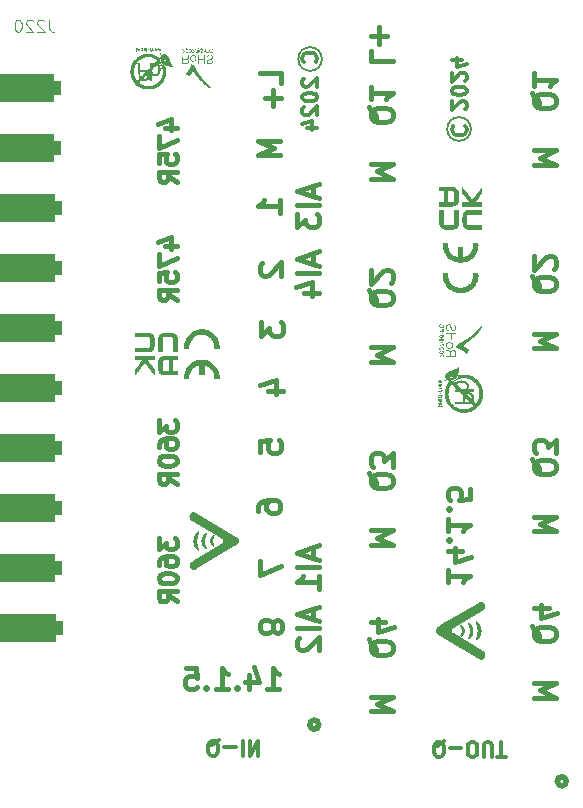
<source format=gbr>
%TF.GenerationSoftware,KiCad,Pcbnew,7.0.11*%
%TF.CreationDate,2024-11-29T15:02:49-05:00*%
%TF.ProjectId,14.1.5 - PMOS - PLC Connector Combined,31342e31-2e35-4202-9d20-504d4f53202d,rev?*%
%TF.SameCoordinates,Original*%
%TF.FileFunction,Legend,Bot*%
%TF.FilePolarity,Positive*%
%FSLAX46Y46*%
G04 Gerber Fmt 4.6, Leading zero omitted, Abs format (unit mm)*
G04 Created by KiCad (PCBNEW 7.0.11) date 2024-11-29 15:02:49*
%MOMM*%
%LPD*%
G01*
G04 APERTURE LIST*
G04 Aperture macros list*
%AMRoundRect*
0 Rectangle with rounded corners*
0 $1 Rounding radius*
0 $2 $3 $4 $5 $6 $7 $8 $9 X,Y pos of 4 corners*
0 Add a 4 corners polygon primitive as box body*
4,1,4,$2,$3,$4,$5,$6,$7,$8,$9,$2,$3,0*
0 Add four circle primitives for the rounded corners*
1,1,$1+$1,$2,$3*
1,1,$1+$1,$4,$5*
1,1,$1+$1,$6,$7*
1,1,$1+$1,$8,$9*
0 Add four rect primitives between the rounded corners*
20,1,$1+$1,$2,$3,$4,$5,0*
20,1,$1+$1,$4,$5,$6,$7,0*
20,1,$1+$1,$6,$7,$8,$9,0*
20,1,$1+$1,$8,$9,$2,$3,0*%
G04 Aperture macros list end*
%ADD10C,0.457200*%
%ADD11C,0.000000*%
%ADD12C,0.004960*%
%ADD13C,0.150000*%
%ADD14C,0.381000*%
%ADD15C,0.310000*%
%ADD16C,0.100000*%
%ADD17C,0.508000*%
%ADD18R,1.950000X1.950000*%
%ADD19C,1.950000*%
%ADD20C,0.500000*%
%ADD21C,1.600000*%
%ADD22O,1.600000X1.600000*%
%ADD23C,1.498600*%
%ADD24RoundRect,0.572500X3.045750X0.572500X-3.045750X0.572500X-3.045750X-0.572500X3.045750X-0.572500X0*%
G04 APERTURE END LIST*
D10*
X117897585Y-123773782D02*
X119726385Y-123773782D01*
X119726385Y-123773782D02*
X118420099Y-123164182D01*
X118420099Y-123164182D02*
X119726385Y-122554582D01*
X119726385Y-122554582D02*
X117897585Y-122554582D01*
X117723413Y-117677783D02*
X117810499Y-117851954D01*
X117810499Y-117851954D02*
X117984671Y-118026126D01*
X117984671Y-118026126D02*
X118245928Y-118287383D01*
X118245928Y-118287383D02*
X118333013Y-118461554D01*
X118333013Y-118461554D02*
X118333013Y-118635726D01*
X117897585Y-118548640D02*
X117984671Y-118722812D01*
X117984671Y-118722812D02*
X118158842Y-118896983D01*
X118158842Y-118896983D02*
X118507185Y-118984069D01*
X118507185Y-118984069D02*
X119116785Y-118984069D01*
X119116785Y-118984069D02*
X119465128Y-118896983D01*
X119465128Y-118896983D02*
X119639299Y-118722812D01*
X119639299Y-118722812D02*
X119726385Y-118548640D01*
X119726385Y-118548640D02*
X119726385Y-118200297D01*
X119726385Y-118200297D02*
X119639299Y-118026126D01*
X119639299Y-118026126D02*
X119465128Y-117851954D01*
X119465128Y-117851954D02*
X119116785Y-117764869D01*
X119116785Y-117764869D02*
X118507185Y-117764869D01*
X118507185Y-117764869D02*
X118158842Y-117851954D01*
X118158842Y-117851954D02*
X117984671Y-118026126D01*
X117984671Y-118026126D02*
X117897585Y-118200297D01*
X117897585Y-118200297D02*
X117897585Y-118548640D01*
X119116785Y-116197326D02*
X117897585Y-116197326D01*
X119813471Y-116632754D02*
X118507185Y-117068183D01*
X118507185Y-117068183D02*
X118507185Y-115936068D01*
X117897585Y-109665899D02*
X119726385Y-109665899D01*
X119726385Y-109665899D02*
X118420099Y-109056299D01*
X118420099Y-109056299D02*
X119726385Y-108446699D01*
X119726385Y-108446699D02*
X117897585Y-108446699D01*
X117723413Y-103569900D02*
X117810499Y-103744071D01*
X117810499Y-103744071D02*
X117984671Y-103918243D01*
X117984671Y-103918243D02*
X118245928Y-104179500D01*
X118245928Y-104179500D02*
X118333013Y-104353671D01*
X118333013Y-104353671D02*
X118333013Y-104527843D01*
X117897585Y-104440757D02*
X117984671Y-104614929D01*
X117984671Y-104614929D02*
X118158842Y-104789100D01*
X118158842Y-104789100D02*
X118507185Y-104876186D01*
X118507185Y-104876186D02*
X119116785Y-104876186D01*
X119116785Y-104876186D02*
X119465128Y-104789100D01*
X119465128Y-104789100D02*
X119639299Y-104614929D01*
X119639299Y-104614929D02*
X119726385Y-104440757D01*
X119726385Y-104440757D02*
X119726385Y-104092414D01*
X119726385Y-104092414D02*
X119639299Y-103918243D01*
X119639299Y-103918243D02*
X119465128Y-103744071D01*
X119465128Y-103744071D02*
X119116785Y-103656986D01*
X119116785Y-103656986D02*
X118507185Y-103656986D01*
X118507185Y-103656986D02*
X118158842Y-103744071D01*
X118158842Y-103744071D02*
X117984671Y-103918243D01*
X117984671Y-103918243D02*
X117897585Y-104092414D01*
X117897585Y-104092414D02*
X117897585Y-104440757D01*
X119726385Y-103047385D02*
X119726385Y-101915271D01*
X119726385Y-101915271D02*
X119029699Y-102524871D01*
X119029699Y-102524871D02*
X119029699Y-102263614D01*
X119029699Y-102263614D02*
X118942613Y-102089443D01*
X118942613Y-102089443D02*
X118855528Y-102002357D01*
X118855528Y-102002357D02*
X118681356Y-101915271D01*
X118681356Y-101915271D02*
X118245928Y-101915271D01*
X118245928Y-101915271D02*
X118071756Y-102002357D01*
X118071756Y-102002357D02*
X117984671Y-102089443D01*
X117984671Y-102089443D02*
X117897585Y-102263614D01*
X117897585Y-102263614D02*
X117897585Y-102786128D01*
X117897585Y-102786128D02*
X117984671Y-102960300D01*
X117984671Y-102960300D02*
X118071756Y-103047385D01*
X117897585Y-94164645D02*
X119726385Y-94164645D01*
X119726385Y-94164645D02*
X118420099Y-93555045D01*
X118420099Y-93555045D02*
X119726385Y-92945445D01*
X119726385Y-92945445D02*
X117897585Y-92945445D01*
X117723413Y-88068646D02*
X117810499Y-88242817D01*
X117810499Y-88242817D02*
X117984671Y-88416989D01*
X117984671Y-88416989D02*
X118245928Y-88678246D01*
X118245928Y-88678246D02*
X118333013Y-88852417D01*
X118333013Y-88852417D02*
X118333013Y-89026589D01*
X117897585Y-88939503D02*
X117984671Y-89113675D01*
X117984671Y-89113675D02*
X118158842Y-89287846D01*
X118158842Y-89287846D02*
X118507185Y-89374932D01*
X118507185Y-89374932D02*
X119116785Y-89374932D01*
X119116785Y-89374932D02*
X119465128Y-89287846D01*
X119465128Y-89287846D02*
X119639299Y-89113675D01*
X119639299Y-89113675D02*
X119726385Y-88939503D01*
X119726385Y-88939503D02*
X119726385Y-88591160D01*
X119726385Y-88591160D02*
X119639299Y-88416989D01*
X119639299Y-88416989D02*
X119465128Y-88242817D01*
X119465128Y-88242817D02*
X119116785Y-88155732D01*
X119116785Y-88155732D02*
X118507185Y-88155732D01*
X118507185Y-88155732D02*
X118158842Y-88242817D01*
X118158842Y-88242817D02*
X117984671Y-88416989D01*
X117984671Y-88416989D02*
X117897585Y-88591160D01*
X117897585Y-88591160D02*
X117897585Y-88939503D01*
X119552213Y-87459046D02*
X119639299Y-87371960D01*
X119639299Y-87371960D02*
X119726385Y-87197789D01*
X119726385Y-87197789D02*
X119726385Y-86762360D01*
X119726385Y-86762360D02*
X119639299Y-86588189D01*
X119639299Y-86588189D02*
X119552213Y-86501103D01*
X119552213Y-86501103D02*
X119378042Y-86414017D01*
X119378042Y-86414017D02*
X119203871Y-86414017D01*
X119203871Y-86414017D02*
X118942613Y-86501103D01*
X118942613Y-86501103D02*
X117897585Y-87546131D01*
X117897585Y-87546131D02*
X117897585Y-86414017D01*
X117897585Y-78663391D02*
X119726385Y-78663391D01*
X119726385Y-78663391D02*
X118420099Y-78053791D01*
X118420099Y-78053791D02*
X119726385Y-77444191D01*
X119726385Y-77444191D02*
X117897585Y-77444191D01*
X117723413Y-72567392D02*
X117810499Y-72741563D01*
X117810499Y-72741563D02*
X117984671Y-72915735D01*
X117984671Y-72915735D02*
X118245928Y-73176992D01*
X118245928Y-73176992D02*
X118333013Y-73351163D01*
X118333013Y-73351163D02*
X118333013Y-73525335D01*
X117897585Y-73438249D02*
X117984671Y-73612421D01*
X117984671Y-73612421D02*
X118158842Y-73786592D01*
X118158842Y-73786592D02*
X118507185Y-73873678D01*
X118507185Y-73873678D02*
X119116785Y-73873678D01*
X119116785Y-73873678D02*
X119465128Y-73786592D01*
X119465128Y-73786592D02*
X119639299Y-73612421D01*
X119639299Y-73612421D02*
X119726385Y-73438249D01*
X119726385Y-73438249D02*
X119726385Y-73089906D01*
X119726385Y-73089906D02*
X119639299Y-72915735D01*
X119639299Y-72915735D02*
X119465128Y-72741563D01*
X119465128Y-72741563D02*
X119116785Y-72654478D01*
X119116785Y-72654478D02*
X118507185Y-72654478D01*
X118507185Y-72654478D02*
X118158842Y-72741563D01*
X118158842Y-72741563D02*
X117984671Y-72915735D01*
X117984671Y-72915735D02*
X117897585Y-73089906D01*
X117897585Y-73089906D02*
X117897585Y-73438249D01*
X117897585Y-70912763D02*
X117897585Y-71957792D01*
X117897585Y-71435277D02*
X119726385Y-71435277D01*
X119726385Y-71435277D02*
X119465128Y-71609449D01*
X119465128Y-71609449D02*
X119290956Y-71783620D01*
X119290956Y-71783620D02*
X119203871Y-71957792D01*
D11*
G36*
X112394714Y-117409442D02*
G01*
X112397334Y-117409581D01*
X112399944Y-117409813D01*
X112402539Y-117410136D01*
X112405119Y-117410550D01*
X112407680Y-117411054D01*
X112410220Y-117411647D01*
X112412738Y-117412329D01*
X112415230Y-117413099D01*
X112417694Y-117413957D01*
X112420128Y-117414901D01*
X112422530Y-117415931D01*
X112424896Y-117417047D01*
X112427226Y-117418247D01*
X112429516Y-117419532D01*
X112431764Y-117420899D01*
X112431772Y-117420905D01*
X112435940Y-117424216D01*
X112440107Y-117427602D01*
X112444274Y-117431062D01*
X112448441Y-117434597D01*
X112484234Y-117466552D01*
X112518048Y-117500233D01*
X112549839Y-117535548D01*
X112579564Y-117572400D01*
X112607177Y-117610696D01*
X112632636Y-117650342D01*
X112655896Y-117691244D01*
X112676912Y-117733307D01*
X112695643Y-117776437D01*
X112712042Y-117820539D01*
X112726067Y-117865520D01*
X112737672Y-117911285D01*
X112746815Y-117957739D01*
X112753452Y-118004790D01*
X112757538Y-118052341D01*
X112759029Y-118100300D01*
X112757894Y-118148268D01*
X112754163Y-118195849D01*
X112747876Y-118242947D01*
X112739079Y-118289469D01*
X112727814Y-118335319D01*
X112714125Y-118380403D01*
X112698054Y-118424626D01*
X112679645Y-118467894D01*
X112658942Y-118510112D01*
X112635987Y-118551185D01*
X112610824Y-118591019D01*
X112583496Y-118629520D01*
X112554047Y-118666593D01*
X112522519Y-118702143D01*
X112488957Y-118736075D01*
X112453402Y-118768295D01*
X112447381Y-118773238D01*
X112441248Y-118778217D01*
X112435040Y-118783197D01*
X112428796Y-118788139D01*
X112428679Y-118788253D01*
X112428559Y-118788364D01*
X112428436Y-118788471D01*
X112428310Y-118788575D01*
X112428182Y-118788675D01*
X112428050Y-118788771D01*
X112427917Y-118788864D01*
X112427781Y-118788954D01*
X112427642Y-118789039D01*
X112427502Y-118789121D01*
X112427359Y-118789199D01*
X112427214Y-118789272D01*
X112427066Y-118789342D01*
X112426917Y-118789408D01*
X112426766Y-118789470D01*
X112426613Y-118789528D01*
X112424679Y-118790519D01*
X112422722Y-118791455D01*
X112420742Y-118792336D01*
X112418741Y-118793162D01*
X112416719Y-118793932D01*
X112414678Y-118794647D01*
X112412619Y-118795306D01*
X112410543Y-118795908D01*
X112408452Y-118796453D01*
X112406346Y-118796942D01*
X112404227Y-118797373D01*
X112402096Y-118797746D01*
X112399954Y-118798062D01*
X112397802Y-118798319D01*
X112395642Y-118798517D01*
X112393474Y-118798657D01*
X112389379Y-118798317D01*
X112385338Y-118797796D01*
X112381355Y-118797097D01*
X112377435Y-118796225D01*
X112373581Y-118795184D01*
X112369797Y-118793978D01*
X112366089Y-118792611D01*
X112362459Y-118791086D01*
X112358913Y-118789409D01*
X112355454Y-118787583D01*
X112352086Y-118785611D01*
X112348815Y-118783499D01*
X112345643Y-118781250D01*
X112342575Y-118778868D01*
X112339616Y-118776357D01*
X112336769Y-118773722D01*
X112334039Y-118770966D01*
X112331430Y-118768093D01*
X112328945Y-118765108D01*
X112326590Y-118762014D01*
X112324369Y-118758815D01*
X112322284Y-118755516D01*
X112320342Y-118752121D01*
X112318546Y-118748633D01*
X112316900Y-118745058D01*
X112315408Y-118741397D01*
X112314074Y-118737657D01*
X112312904Y-118733840D01*
X112311900Y-118729951D01*
X112311067Y-118725994D01*
X112310409Y-118721973D01*
X112309931Y-118717893D01*
X112309476Y-118715588D01*
X112309087Y-118713273D01*
X112308764Y-118710949D01*
X112308507Y-118708617D01*
X112308317Y-118706278D01*
X112308193Y-118703935D01*
X112308136Y-118701588D01*
X112308146Y-118699239D01*
X112308146Y-118696461D01*
X112308157Y-118694663D01*
X112308216Y-118692866D01*
X112308320Y-118691072D01*
X112308471Y-118689282D01*
X112308668Y-118687496D01*
X112308911Y-118685715D01*
X112309200Y-118683941D01*
X112309535Y-118682174D01*
X112309894Y-118680774D01*
X112310237Y-118679369D01*
X112310561Y-118677961D01*
X112310868Y-118676548D01*
X112311157Y-118675132D01*
X112311428Y-118673712D01*
X112311681Y-118672289D01*
X112311916Y-118670862D01*
X112311936Y-118670311D01*
X112311995Y-118669772D01*
X112312087Y-118669244D01*
X112312210Y-118668726D01*
X112312360Y-118668216D01*
X112312533Y-118667713D01*
X112312725Y-118667215D01*
X112312933Y-118666720D01*
X112313379Y-118665737D01*
X112313841Y-118664751D01*
X112314290Y-118663752D01*
X112314499Y-118663243D01*
X112314694Y-118662727D01*
X112314984Y-118661742D01*
X112315305Y-118660768D01*
X112315657Y-118659805D01*
X112316039Y-118658854D01*
X112316452Y-118657916D01*
X112316895Y-118656992D01*
X112317367Y-118656081D01*
X112317869Y-118655186D01*
X112319042Y-118653184D01*
X112320182Y-118651192D01*
X112321295Y-118649200D01*
X112322384Y-118647199D01*
X112323454Y-118645179D01*
X112324511Y-118643131D01*
X112325558Y-118641045D01*
X112326600Y-118638914D01*
X112327027Y-118638190D01*
X112327466Y-118637474D01*
X112327918Y-118636766D01*
X112328384Y-118636067D01*
X112328862Y-118635376D01*
X112329352Y-118634694D01*
X112329855Y-118634021D01*
X112330371Y-118633358D01*
X112331604Y-118631707D01*
X112332869Y-118630080D01*
X112334164Y-118628478D01*
X112335489Y-118626902D01*
X112336845Y-118625351D01*
X112338230Y-118623826D01*
X112339644Y-118622328D01*
X112341086Y-118620856D01*
X112339549Y-118622199D01*
X112338052Y-118623586D01*
X112336596Y-118625015D01*
X112335183Y-118626485D01*
X112333813Y-118627996D01*
X112332488Y-118629546D01*
X112331208Y-118631135D01*
X112329974Y-118632762D01*
X112344884Y-118601799D01*
X112358841Y-118570454D01*
X112371842Y-118538749D01*
X112383880Y-118506706D01*
X112394950Y-118474348D01*
X112405048Y-118441697D01*
X112414168Y-118408775D01*
X112422306Y-118375603D01*
X112429456Y-118342205D01*
X112435612Y-118308603D01*
X112440771Y-118274817D01*
X112444927Y-118240871D01*
X112448075Y-118206787D01*
X112450209Y-118172587D01*
X112451325Y-118138293D01*
X112451418Y-118103927D01*
X112451307Y-118068823D01*
X112450126Y-118033796D01*
X112447882Y-117998870D01*
X112444579Y-117964068D01*
X112440223Y-117929415D01*
X112434820Y-117894934D01*
X112428376Y-117860648D01*
X112420895Y-117826581D01*
X112412384Y-117792757D01*
X112402847Y-117759200D01*
X112392292Y-117725932D01*
X112380722Y-117692978D01*
X112368145Y-117660362D01*
X112354564Y-117628106D01*
X112339987Y-117596235D01*
X112324418Y-117564772D01*
X112324040Y-117564287D01*
X112323673Y-117563795D01*
X112323316Y-117563296D01*
X112322969Y-117562789D01*
X112322633Y-117562277D01*
X112322307Y-117561757D01*
X112321993Y-117561231D01*
X112321689Y-117560699D01*
X112321395Y-117560161D01*
X112321113Y-117559617D01*
X112320842Y-117559068D01*
X112320582Y-117558512D01*
X112320333Y-117557952D01*
X112320096Y-117557386D01*
X112319870Y-117556815D01*
X112319655Y-117556239D01*
X112318259Y-117553372D01*
X112316950Y-117550470D01*
X112315730Y-117547534D01*
X112314599Y-117544566D01*
X112313558Y-117541568D01*
X112312607Y-117538543D01*
X112311746Y-117535493D01*
X112310975Y-117532419D01*
X112310297Y-117529323D01*
X112309710Y-117526208D01*
X112309216Y-117523076D01*
X112308814Y-117519928D01*
X112308506Y-117516767D01*
X112308291Y-117513595D01*
X112308171Y-117510413D01*
X112308146Y-117507225D01*
X112308255Y-117502178D01*
X112308578Y-117497199D01*
X112309111Y-117492293D01*
X112309848Y-117487468D01*
X112310784Y-117482728D01*
X112311913Y-117478080D01*
X112313231Y-117473530D01*
X112314731Y-117469085D01*
X112316410Y-117464749D01*
X112318261Y-117460530D01*
X112320280Y-117456433D01*
X112322461Y-117452464D01*
X112324799Y-117448630D01*
X112327289Y-117444936D01*
X112329925Y-117441389D01*
X112332702Y-117437995D01*
X112335616Y-117434759D01*
X112338660Y-117431688D01*
X112341830Y-117428788D01*
X112345120Y-117426065D01*
X112348526Y-117423525D01*
X112352041Y-117421174D01*
X112355661Y-117419018D01*
X112359380Y-117417063D01*
X112363193Y-117415315D01*
X112367096Y-117413781D01*
X112371082Y-117412466D01*
X112375146Y-117411377D01*
X112379284Y-117410519D01*
X112383490Y-117409899D01*
X112387759Y-117409522D01*
X112392085Y-117409395D01*
X112394714Y-117409442D01*
G37*
G36*
X89451970Y-109679003D02*
G01*
X89456213Y-109679360D01*
X89460403Y-109679948D01*
X89464534Y-109680763D01*
X89468603Y-109681799D01*
X89472606Y-109683052D01*
X89476538Y-109684515D01*
X89480395Y-109686185D01*
X89484173Y-109688055D01*
X89487868Y-109690121D01*
X89491475Y-109692378D01*
X89494991Y-109694820D01*
X89498411Y-109697443D01*
X89501730Y-109700241D01*
X89504946Y-109703209D01*
X89508052Y-109706342D01*
X89511046Y-109709635D01*
X89513923Y-109713082D01*
X89516679Y-109716680D01*
X89519309Y-109720421D01*
X89521810Y-109724302D01*
X89524176Y-109728318D01*
X89526405Y-109732462D01*
X89528491Y-109736731D01*
X89530431Y-109741118D01*
X89532220Y-109745619D01*
X89533855Y-109750229D01*
X89535330Y-109754942D01*
X89536641Y-109759754D01*
X89537786Y-109764659D01*
X89538758Y-109769652D01*
X89539554Y-109774728D01*
X89540096Y-109777449D01*
X89540561Y-109780183D01*
X89540950Y-109782927D01*
X89541262Y-109785681D01*
X89541497Y-109788442D01*
X89541654Y-109791209D01*
X89541734Y-109793981D01*
X89541737Y-109796755D01*
X89541737Y-109800128D01*
X89541697Y-109802249D01*
X89541611Y-109804368D01*
X89541480Y-109806484D01*
X89541304Y-109808596D01*
X89541083Y-109810704D01*
X89540817Y-109812807D01*
X89540506Y-109814904D01*
X89540150Y-109816995D01*
X89540127Y-109817849D01*
X89540063Y-109818699D01*
X89539963Y-109819544D01*
X89539830Y-109820388D01*
X89539671Y-109821228D01*
X89539490Y-109822067D01*
X89539083Y-109823742D01*
X89538224Y-109827097D01*
X89538029Y-109827940D01*
X89537852Y-109828786D01*
X89537697Y-109829636D01*
X89537570Y-109830489D01*
X89534593Y-109840014D01*
X89534226Y-109841185D01*
X89533836Y-109842348D01*
X89533423Y-109843502D01*
X89532987Y-109844649D01*
X89532529Y-109845786D01*
X89532049Y-109846914D01*
X89531546Y-109848033D01*
X89531021Y-109849142D01*
X89529681Y-109851560D01*
X89528375Y-109853996D01*
X89527106Y-109856451D01*
X89525872Y-109858923D01*
X89524674Y-109861413D01*
X89523512Y-109863921D01*
X89522387Y-109866445D01*
X89521298Y-109868986D01*
X89520848Y-109869872D01*
X89520378Y-109870746D01*
X89519887Y-109871609D01*
X89519376Y-109872459D01*
X89518844Y-109873297D01*
X89518293Y-109874122D01*
X89517722Y-109874934D01*
X89517131Y-109875733D01*
X89515776Y-109877653D01*
X89514389Y-109879549D01*
X89512971Y-109881422D01*
X89511522Y-109883271D01*
X89510043Y-109885095D01*
X89508533Y-109886895D01*
X89506993Y-109888669D01*
X89505423Y-109890418D01*
X89506291Y-109889628D01*
X89507146Y-109888826D01*
X89507989Y-109888011D01*
X89508819Y-109887183D01*
X89509636Y-109886343D01*
X89510440Y-109885491D01*
X89511230Y-109884627D01*
X89512007Y-109883750D01*
X89512771Y-109882862D01*
X89513521Y-109881963D01*
X89514257Y-109881051D01*
X89514979Y-109880129D01*
X89515687Y-109879195D01*
X89516381Y-109878250D01*
X89517061Y-109877294D01*
X89517726Y-109876328D01*
X89502389Y-109909180D01*
X89487871Y-109943048D01*
X89474195Y-109977893D01*
X89461385Y-110013681D01*
X89449465Y-110050374D01*
X89438458Y-110087937D01*
X89428387Y-110126333D01*
X89419276Y-110165526D01*
X89411149Y-110205479D01*
X89404030Y-110246156D01*
X89397941Y-110287521D01*
X89392906Y-110329538D01*
X89388949Y-110372169D01*
X89386093Y-110415379D01*
X89384363Y-110459132D01*
X89383781Y-110503391D01*
X89384393Y-110548548D01*
X89386211Y-110593208D01*
X89389211Y-110637329D01*
X89393365Y-110680868D01*
X89398648Y-110723784D01*
X89405034Y-110766035D01*
X89412498Y-110807579D01*
X89421013Y-110848374D01*
X89430553Y-110888379D01*
X89441093Y-110927551D01*
X89452607Y-110965848D01*
X89465069Y-111003230D01*
X89478453Y-111039653D01*
X89492733Y-111075077D01*
X89507883Y-111109458D01*
X89523878Y-111142756D01*
X89524277Y-111143341D01*
X89524665Y-111143933D01*
X89525042Y-111144532D01*
X89525407Y-111145138D01*
X89525759Y-111145750D01*
X89526101Y-111146369D01*
X89526430Y-111146994D01*
X89526747Y-111147626D01*
X89527052Y-111148263D01*
X89527344Y-111148906D01*
X89527625Y-111149555D01*
X89527893Y-111150209D01*
X89528148Y-111150869D01*
X89528391Y-111151533D01*
X89528621Y-111152202D01*
X89528839Y-111152876D01*
X89530420Y-111156284D01*
X89531901Y-111159730D01*
X89533280Y-111163213D01*
X89534557Y-111166731D01*
X89535732Y-111170281D01*
X89536803Y-111173862D01*
X89537771Y-111177470D01*
X89538635Y-111181103D01*
X89539394Y-111184760D01*
X89540048Y-111188438D01*
X89540596Y-111192135D01*
X89541039Y-111195848D01*
X89541375Y-111199575D01*
X89541603Y-111203315D01*
X89541724Y-111207064D01*
X89541737Y-111210820D01*
X89541617Y-111216810D01*
X89541259Y-111222719D01*
X89540670Y-111228541D01*
X89539855Y-111234268D01*
X89537573Y-111245408D01*
X89534460Y-111256083D01*
X89530562Y-111266234D01*
X89525925Y-111275805D01*
X89520598Y-111284737D01*
X89514626Y-111292973D01*
X89511412Y-111296813D01*
X89508056Y-111300456D01*
X89504561Y-111303897D01*
X89500935Y-111307128D01*
X89497183Y-111310142D01*
X89493311Y-111312932D01*
X89489324Y-111315490D01*
X89485229Y-111317809D01*
X89481031Y-111319882D01*
X89476737Y-111321703D01*
X89472351Y-111323263D01*
X89467881Y-111324555D01*
X89463331Y-111325573D01*
X89458708Y-111326309D01*
X89454017Y-111326756D01*
X89449265Y-111326906D01*
X89446391Y-111326810D01*
X89443529Y-111326610D01*
X89440681Y-111326307D01*
X89437851Y-111325903D01*
X89435040Y-111325397D01*
X89432253Y-111324792D01*
X89429490Y-111324087D01*
X89426756Y-111323284D01*
X89424052Y-111322383D01*
X89421381Y-111321385D01*
X89418746Y-111320292D01*
X89416150Y-111319103D01*
X89413595Y-111317820D01*
X89411084Y-111316443D01*
X89408620Y-111314974D01*
X89406204Y-111313412D01*
X89403897Y-111311460D01*
X89401591Y-111309475D01*
X89396977Y-111305425D01*
X89392363Y-111301302D01*
X89387750Y-111297141D01*
X89349569Y-111261217D01*
X89313219Y-111223014D01*
X89278788Y-111182630D01*
X89246363Y-111140161D01*
X89216030Y-111095705D01*
X89187878Y-111049359D01*
X89161993Y-111001221D01*
X89138462Y-110951388D01*
X89117374Y-110899957D01*
X89098814Y-110847027D01*
X89082870Y-110792693D01*
X89069629Y-110737054D01*
X89059179Y-110680207D01*
X89051607Y-110622249D01*
X89047000Y-110563278D01*
X89045445Y-110503391D01*
X89046970Y-110443566D01*
X89051492Y-110384771D01*
X89058926Y-110327087D01*
X89069189Y-110270596D01*
X89082199Y-110215377D01*
X89097872Y-110161513D01*
X89116125Y-110109084D01*
X89136875Y-110058171D01*
X89160039Y-110008856D01*
X89185533Y-109961220D01*
X89213275Y-109915344D01*
X89243182Y-109871308D01*
X89275169Y-109829195D01*
X89309155Y-109789084D01*
X89345056Y-109751058D01*
X89382789Y-109715197D01*
X89382789Y-109714006D01*
X89389322Y-109708168D01*
X89396059Y-109702274D01*
X89409776Y-109690392D01*
X89410080Y-109690165D01*
X89410390Y-109689945D01*
X89410705Y-109689734D01*
X89411025Y-109689531D01*
X89411350Y-109689337D01*
X89411681Y-109689151D01*
X89412016Y-109688973D01*
X89412356Y-109688804D01*
X89414402Y-109687706D01*
X89416477Y-109686670D01*
X89418578Y-109685696D01*
X89420705Y-109684785D01*
X89422856Y-109683937D01*
X89425028Y-109683152D01*
X89427222Y-109682431D01*
X89429436Y-109681775D01*
X89431667Y-109681183D01*
X89433916Y-109680656D01*
X89436179Y-109680195D01*
X89438457Y-109679799D01*
X89440747Y-109679470D01*
X89443048Y-109679207D01*
X89445359Y-109679011D01*
X89447678Y-109678883D01*
X89451970Y-109679003D01*
G37*
D12*
X110886936Y-118280140D02*
X110911542Y-118296411D01*
D11*
G36*
X111718510Y-117602323D02*
G01*
X111720609Y-117602434D01*
X111722701Y-117602610D01*
X111724783Y-117602851D01*
X111726856Y-117603155D01*
X111728916Y-117603523D01*
X111730963Y-117603953D01*
X111732996Y-117604447D01*
X111735012Y-117605003D01*
X111737011Y-117605621D01*
X111738991Y-117606301D01*
X111740950Y-117607042D01*
X111742887Y-117607844D01*
X111744801Y-117608706D01*
X111746689Y-117609629D01*
X111748552Y-117610611D01*
X111750272Y-117611754D01*
X111752006Y-117612943D01*
X111753749Y-117614169D01*
X111755497Y-117615423D01*
X111758988Y-117617978D01*
X111762442Y-117620533D01*
X111791141Y-117642454D01*
X111818479Y-117665762D01*
X111844388Y-117690398D01*
X111868802Y-117716301D01*
X111891651Y-117743412D01*
X111912869Y-117771671D01*
X111932388Y-117801020D01*
X111950139Y-117831398D01*
X111966056Y-117862745D01*
X111980071Y-117895003D01*
X111992115Y-117928111D01*
X112002121Y-117962010D01*
X112010021Y-117996640D01*
X112015748Y-118031942D01*
X112017776Y-118049827D01*
X112019234Y-118067857D01*
X112020115Y-118086025D01*
X112020411Y-118104324D01*
X112019259Y-118140759D01*
X112015847Y-118176585D01*
X112010241Y-118211749D01*
X112002505Y-118246200D01*
X111992706Y-118279886D01*
X111980908Y-118312755D01*
X111967177Y-118344755D01*
X111951578Y-118375836D01*
X111934177Y-118405944D01*
X111915040Y-118435028D01*
X111894231Y-118463037D01*
X111871816Y-118489919D01*
X111847860Y-118515621D01*
X111822429Y-118540093D01*
X111795588Y-118563282D01*
X111767403Y-118585137D01*
X111747560Y-118599623D01*
X111745575Y-118599623D01*
X111743976Y-118600342D01*
X111742362Y-118601023D01*
X111740734Y-118601664D01*
X111739092Y-118602266D01*
X111737437Y-118602829D01*
X111735770Y-118603353D01*
X111734092Y-118603836D01*
X111732402Y-118604280D01*
X111730703Y-118604683D01*
X111728995Y-118605047D01*
X111727277Y-118605369D01*
X111725552Y-118605652D01*
X111723820Y-118605893D01*
X111722082Y-118606094D01*
X111720337Y-118606253D01*
X111718588Y-118606371D01*
X111715395Y-118606300D01*
X111712236Y-118606088D01*
X111709112Y-118605737D01*
X111706027Y-118605250D01*
X111702985Y-118604630D01*
X111699989Y-118603880D01*
X111697043Y-118603003D01*
X111694149Y-118602001D01*
X111691311Y-118600878D01*
X111688533Y-118599636D01*
X111685818Y-118598278D01*
X111683170Y-118596807D01*
X111680591Y-118595225D01*
X111678085Y-118593537D01*
X111675655Y-118591743D01*
X111673305Y-118589849D01*
X111671039Y-118587855D01*
X111668859Y-118585765D01*
X111666770Y-118583583D01*
X111664773Y-118581309D01*
X111662874Y-118578949D01*
X111661074Y-118576504D01*
X111659378Y-118573977D01*
X111657789Y-118571372D01*
X111656311Y-118568690D01*
X111654946Y-118565936D01*
X111653698Y-118563110D01*
X111652570Y-118560218D01*
X111651567Y-118557261D01*
X111650691Y-118554242D01*
X111649945Y-118551164D01*
X111649333Y-118548030D01*
X111648991Y-118546365D01*
X111648697Y-118544691D01*
X111648451Y-118543010D01*
X111648253Y-118541323D01*
X111648103Y-118539631D01*
X111648002Y-118537936D01*
X111647948Y-118536237D01*
X111647944Y-118534536D01*
X111647944Y-118533346D01*
X111647848Y-118532058D01*
X111647779Y-118530768D01*
X111647737Y-118529477D01*
X111647724Y-118528186D01*
X111647737Y-118526895D01*
X111647779Y-118525605D01*
X111647848Y-118524315D01*
X111647944Y-118523027D01*
X111648246Y-118522024D01*
X111648532Y-118521016D01*
X111648804Y-118520005D01*
X111649060Y-118518989D01*
X111649300Y-118517970D01*
X111649525Y-118516947D01*
X111649734Y-118515921D01*
X111649928Y-118514891D01*
X111652310Y-118508938D01*
X111652566Y-118508214D01*
X111652841Y-118507498D01*
X111653136Y-118506790D01*
X111653449Y-118506090D01*
X111653781Y-118505399D01*
X111654132Y-118504717D01*
X111654502Y-118504044D01*
X111654889Y-118503382D01*
X111655905Y-118501967D01*
X111656874Y-118500551D01*
X111657805Y-118499130D01*
X111658709Y-118497701D01*
X111660470Y-118494815D01*
X111662231Y-118491872D01*
X111662586Y-118491321D01*
X111662954Y-118490777D01*
X111663333Y-118490243D01*
X111663725Y-118489717D01*
X111664128Y-118489200D01*
X111664543Y-118488692D01*
X111664969Y-118488194D01*
X111665407Y-118487705D01*
X111666431Y-118486525D01*
X111667475Y-118485363D01*
X111668539Y-118484219D01*
X111669622Y-118483092D01*
X111670723Y-118481985D01*
X111671843Y-118480896D01*
X111672981Y-118479826D01*
X111674138Y-118478775D01*
X111673502Y-118479234D01*
X111672875Y-118479704D01*
X111672255Y-118480184D01*
X111671644Y-118480674D01*
X111671042Y-118481174D01*
X111670448Y-118481685D01*
X111669863Y-118482205D01*
X111669287Y-118482734D01*
X111668719Y-118483274D01*
X111668161Y-118483822D01*
X111667612Y-118484381D01*
X111667073Y-118484948D01*
X111666542Y-118485525D01*
X111666022Y-118486110D01*
X111665511Y-118486705D01*
X111665010Y-118487308D01*
X111688816Y-118441681D01*
X111709403Y-118394952D01*
X111726774Y-118347282D01*
X111740927Y-118298830D01*
X111751866Y-118249758D01*
X111759589Y-118200224D01*
X111764099Y-118150390D01*
X111765397Y-118100416D01*
X111763483Y-118050461D01*
X111758359Y-118000687D01*
X111750025Y-117951252D01*
X111738483Y-117902318D01*
X111723733Y-117854045D01*
X111705776Y-117806592D01*
X111684614Y-117760121D01*
X111660247Y-117714791D01*
X111659692Y-117714076D01*
X111659160Y-117713345D01*
X111658651Y-117712597D01*
X111658167Y-117711834D01*
X111657707Y-117711057D01*
X111657272Y-117710264D01*
X111656862Y-117709458D01*
X111656477Y-117708639D01*
X111655325Y-117706605D01*
X111654244Y-117704536D01*
X111653236Y-117702436D01*
X111652301Y-117700306D01*
X111651439Y-117698149D01*
X111650651Y-117695965D01*
X111649938Y-117693757D01*
X111649299Y-117691527D01*
X111648736Y-117689276D01*
X111648249Y-117687008D01*
X111647839Y-117684723D01*
X111647505Y-117682423D01*
X111647249Y-117680111D01*
X111647071Y-117677788D01*
X111646972Y-117675457D01*
X111646952Y-117673119D01*
X111646999Y-117669638D01*
X111647217Y-117666179D01*
X111647604Y-117662747D01*
X111648159Y-117659349D01*
X111648878Y-117655990D01*
X111649759Y-117652676D01*
X111650800Y-117649413D01*
X111651998Y-117646206D01*
X111653352Y-117643061D01*
X111654858Y-117639985D01*
X111656515Y-117636983D01*
X111658320Y-117634060D01*
X111660271Y-117631223D01*
X111662366Y-117628478D01*
X111664601Y-117625829D01*
X111666976Y-117623284D01*
X111669474Y-117620859D01*
X111672078Y-117618571D01*
X111674781Y-117616423D01*
X111677579Y-117614416D01*
X111680466Y-117612553D01*
X111683434Y-117610837D01*
X111686480Y-117609270D01*
X111689597Y-117607855D01*
X111692780Y-117606593D01*
X111696022Y-117605488D01*
X111699318Y-117604541D01*
X111702662Y-117603756D01*
X111706048Y-117603135D01*
X111709471Y-117602679D01*
X111712926Y-117602392D01*
X111716405Y-117602277D01*
X111718510Y-117602323D01*
G37*
D12*
X91602709Y-110326384D02*
X91578103Y-110310113D01*
D11*
G36*
X89076802Y-108053188D02*
G01*
X89085519Y-108053526D01*
X89094215Y-108054096D01*
X89102885Y-108054899D01*
X89111524Y-108055932D01*
X89120127Y-108057196D01*
X89128691Y-108058688D01*
X89137210Y-108060408D01*
X89145680Y-108062355D01*
X89154096Y-108064529D01*
X89162454Y-108066927D01*
X89170749Y-108069549D01*
X89178977Y-108072394D01*
X89187133Y-108075461D01*
X89195212Y-108078750D01*
X89203210Y-108082258D01*
X89269282Y-108121942D01*
X92525245Y-110075361D01*
X92708601Y-110185891D01*
X92744518Y-110207322D01*
X92747098Y-110208909D01*
X92765044Y-110222516D01*
X92782028Y-110237084D01*
X92798022Y-110252559D01*
X92813001Y-110268889D01*
X92826936Y-110286023D01*
X92839802Y-110303908D01*
X92851570Y-110322490D01*
X92862214Y-110341719D01*
X92871708Y-110361541D01*
X92880022Y-110381905D01*
X92887132Y-110402757D01*
X92893010Y-110424046D01*
X92897629Y-110445719D01*
X92900961Y-110467724D01*
X92902980Y-110490008D01*
X92903659Y-110512519D01*
X92902980Y-110535030D01*
X92900961Y-110557314D01*
X92897629Y-110579318D01*
X92893010Y-110600991D01*
X92887132Y-110622280D01*
X92880022Y-110643133D01*
X92871708Y-110663496D01*
X92862214Y-110683318D01*
X92851570Y-110702547D01*
X92839802Y-110721130D01*
X92826936Y-110739014D01*
X92813001Y-110756148D01*
X92798022Y-110772478D01*
X92782028Y-110787954D01*
X92765044Y-110802521D01*
X92747098Y-110816128D01*
X92746760Y-110816329D01*
X92746427Y-110816536D01*
X92746098Y-110816750D01*
X92745773Y-110816970D01*
X92745452Y-110817196D01*
X92745136Y-110817429D01*
X92744825Y-110817669D01*
X92744518Y-110817914D01*
X92708601Y-110839345D01*
X92524848Y-110949676D01*
X89300834Y-112884244D01*
X89245867Y-112917383D01*
X89237521Y-112921322D01*
X89229080Y-112925018D01*
X89220547Y-112928470D01*
X89211929Y-112931676D01*
X89203230Y-112934635D01*
X89194457Y-112937345D01*
X89185614Y-112939806D01*
X89176707Y-112942017D01*
X89167741Y-112943975D01*
X89158722Y-112945680D01*
X89149655Y-112947131D01*
X89140545Y-112948325D01*
X89131398Y-112949263D01*
X89122218Y-112949943D01*
X89113013Y-112950363D01*
X89103786Y-112950522D01*
X89085629Y-112950020D01*
X89067713Y-112948531D01*
X89050057Y-112946079D01*
X89032686Y-112942687D01*
X89015620Y-112938381D01*
X88998883Y-112933185D01*
X88982495Y-112927122D01*
X88966479Y-112920217D01*
X88950858Y-112912494D01*
X88935652Y-112903977D01*
X88920886Y-112894690D01*
X88906579Y-112884658D01*
X88892755Y-112873905D01*
X88879436Y-112862455D01*
X88866643Y-112850333D01*
X88854399Y-112837561D01*
X88842726Y-112824165D01*
X88831646Y-112810170D01*
X88821182Y-112795598D01*
X88811354Y-112780474D01*
X88802185Y-112764823D01*
X88793698Y-112748668D01*
X88785915Y-112732034D01*
X88778857Y-112714945D01*
X88772546Y-112697426D01*
X88767005Y-112679500D01*
X88762256Y-112661191D01*
X88758321Y-112642524D01*
X88755222Y-112623524D01*
X88752981Y-112604213D01*
X88751621Y-112584617D01*
X88751162Y-112564759D01*
X88751533Y-112542501D01*
X88753133Y-112520420D01*
X88755940Y-112498562D01*
X88759934Y-112476973D01*
X88765093Y-112455698D01*
X88771398Y-112434782D01*
X88778827Y-112414271D01*
X88787360Y-112394211D01*
X88796975Y-112374646D01*
X88807652Y-112355622D01*
X88819370Y-112337186D01*
X88832108Y-112319381D01*
X88845846Y-112302255D01*
X88860562Y-112285851D01*
X88876236Y-112270216D01*
X88892846Y-112255395D01*
X88893839Y-112255395D01*
X88977976Y-112204198D01*
X91415186Y-110741714D01*
X91421590Y-110738827D01*
X91427889Y-110735732D01*
X91434079Y-110732430D01*
X91440154Y-110728926D01*
X91446109Y-110725222D01*
X91451940Y-110721321D01*
X91457641Y-110717226D01*
X91463207Y-110712941D01*
X91473952Y-110703621D01*
X91484121Y-110693783D01*
X91493699Y-110683454D01*
X91502674Y-110672661D01*
X91511032Y-110661432D01*
X91518759Y-110649795D01*
X91525842Y-110637777D01*
X91532269Y-110625405D01*
X91538024Y-110612708D01*
X91543096Y-110599712D01*
X91547470Y-110586446D01*
X91551134Y-110572936D01*
X91554074Y-110559211D01*
X91556276Y-110545297D01*
X91557727Y-110531223D01*
X91558414Y-110517016D01*
X91558326Y-110502792D01*
X91557468Y-110488670D01*
X91555854Y-110474676D01*
X91553495Y-110460839D01*
X91550403Y-110447187D01*
X91546592Y-110433748D01*
X91542072Y-110420550D01*
X91536856Y-110407622D01*
X91530956Y-110394991D01*
X91524385Y-110382685D01*
X91517155Y-110370733D01*
X91509278Y-110359162D01*
X91500765Y-110348001D01*
X91491631Y-110337277D01*
X91481885Y-110327020D01*
X91471542Y-110317256D01*
X91443562Y-110299199D01*
X91420345Y-110284117D01*
X91416441Y-110282334D01*
X91412482Y-110280570D01*
X91408485Y-110278843D01*
X91404470Y-110277172D01*
X88920826Y-108787105D01*
X88908916Y-108780472D01*
X88897300Y-108773460D01*
X88885986Y-108766081D01*
X88874979Y-108758344D01*
X88864284Y-108750259D01*
X88853909Y-108741837D01*
X88843858Y-108733087D01*
X88834139Y-108724020D01*
X88824756Y-108714646D01*
X88815716Y-108704975D01*
X88807025Y-108695017D01*
X88798689Y-108684783D01*
X88790713Y-108674283D01*
X88783104Y-108663526D01*
X88775868Y-108652523D01*
X88769010Y-108641284D01*
X88762537Y-108629819D01*
X88756454Y-108618138D01*
X88750768Y-108606252D01*
X88745484Y-108594171D01*
X88740609Y-108581905D01*
X88736148Y-108569463D01*
X88732108Y-108556857D01*
X88728493Y-108544096D01*
X88725311Y-108531190D01*
X88722568Y-108518150D01*
X88720268Y-108504986D01*
X88718419Y-108491708D01*
X88717025Y-108478325D01*
X88716094Y-108464849D01*
X88715631Y-108451290D01*
X88715642Y-108437657D01*
X88716103Y-108417872D01*
X88717472Y-108398347D01*
X88719726Y-108379105D01*
X88722841Y-108360171D01*
X88726797Y-108341568D01*
X88731569Y-108323321D01*
X88737135Y-108305454D01*
X88743473Y-108287991D01*
X88750559Y-108270957D01*
X88758372Y-108254376D01*
X88766888Y-108238271D01*
X88776085Y-108222667D01*
X88785940Y-108207589D01*
X88796430Y-108193060D01*
X88807533Y-108179105D01*
X88819226Y-108165748D01*
X88831487Y-108153012D01*
X88844292Y-108140923D01*
X88857620Y-108129505D01*
X88871446Y-108118781D01*
X88885750Y-108108776D01*
X88900507Y-108099514D01*
X88915696Y-108091019D01*
X88931294Y-108083315D01*
X88947277Y-108076428D01*
X88963624Y-108070380D01*
X88980312Y-108065196D01*
X88997318Y-108060900D01*
X89014619Y-108057517D01*
X89032192Y-108055071D01*
X89050016Y-108053585D01*
X89068067Y-108053085D01*
X89076802Y-108053188D01*
G37*
G36*
X90774250Y-110000224D02*
G01*
X90777409Y-110000436D01*
X90780533Y-110000787D01*
X90783618Y-110001274D01*
X90786660Y-110001894D01*
X90789656Y-110002644D01*
X90792602Y-110003521D01*
X90795496Y-110004523D01*
X90798334Y-110005646D01*
X90801112Y-110006888D01*
X90803827Y-110008246D01*
X90806475Y-110009717D01*
X90809054Y-110011299D01*
X90811560Y-110012987D01*
X90813990Y-110014781D01*
X90816340Y-110016675D01*
X90818606Y-110018669D01*
X90820786Y-110020759D01*
X90822875Y-110022941D01*
X90824872Y-110025215D01*
X90826771Y-110027575D01*
X90828571Y-110030020D01*
X90830267Y-110032547D01*
X90831856Y-110035152D01*
X90833334Y-110037834D01*
X90834699Y-110040588D01*
X90835947Y-110043414D01*
X90837075Y-110046306D01*
X90838078Y-110049263D01*
X90838954Y-110052282D01*
X90839700Y-110055360D01*
X90840312Y-110058494D01*
X90840654Y-110060159D01*
X90840948Y-110061833D01*
X90841194Y-110063514D01*
X90841392Y-110065201D01*
X90841542Y-110066893D01*
X90841643Y-110068588D01*
X90841697Y-110070287D01*
X90841701Y-110071988D01*
X90841701Y-110073178D01*
X90841797Y-110074466D01*
X90841866Y-110075756D01*
X90841908Y-110077047D01*
X90841921Y-110078338D01*
X90841908Y-110079629D01*
X90841866Y-110080919D01*
X90841797Y-110082209D01*
X90841701Y-110083497D01*
X90841399Y-110084500D01*
X90841113Y-110085508D01*
X90840841Y-110086519D01*
X90840585Y-110087535D01*
X90840345Y-110088554D01*
X90840120Y-110089577D01*
X90839911Y-110090603D01*
X90839717Y-110091633D01*
X90837335Y-110097586D01*
X90837079Y-110098310D01*
X90836804Y-110099026D01*
X90836509Y-110099734D01*
X90836196Y-110100434D01*
X90835864Y-110101125D01*
X90835513Y-110101807D01*
X90835143Y-110102480D01*
X90834756Y-110103142D01*
X90833740Y-110104557D01*
X90832771Y-110105973D01*
X90831840Y-110107394D01*
X90830936Y-110108823D01*
X90829175Y-110111709D01*
X90827414Y-110114652D01*
X90827059Y-110115203D01*
X90826691Y-110115747D01*
X90826312Y-110116281D01*
X90825920Y-110116807D01*
X90825517Y-110117324D01*
X90825102Y-110117832D01*
X90824676Y-110118330D01*
X90824238Y-110118819D01*
X90823214Y-110119999D01*
X90822170Y-110121161D01*
X90821106Y-110122305D01*
X90820023Y-110123432D01*
X90818922Y-110124539D01*
X90817802Y-110125628D01*
X90816664Y-110126698D01*
X90815507Y-110127749D01*
X90816143Y-110127290D01*
X90816770Y-110126820D01*
X90817390Y-110126340D01*
X90818001Y-110125850D01*
X90818603Y-110125350D01*
X90819197Y-110124839D01*
X90819782Y-110124319D01*
X90820358Y-110123790D01*
X90820926Y-110123250D01*
X90821484Y-110122702D01*
X90822033Y-110122143D01*
X90822572Y-110121576D01*
X90823103Y-110120999D01*
X90823623Y-110120414D01*
X90824134Y-110119819D01*
X90824635Y-110119216D01*
X90800829Y-110164843D01*
X90780242Y-110211572D01*
X90762871Y-110259242D01*
X90748718Y-110307694D01*
X90737779Y-110356766D01*
X90730056Y-110406300D01*
X90725546Y-110456134D01*
X90724248Y-110506108D01*
X90726162Y-110556063D01*
X90731286Y-110605837D01*
X90739620Y-110655272D01*
X90751162Y-110704206D01*
X90765912Y-110752479D01*
X90783869Y-110799932D01*
X90805031Y-110846403D01*
X90829398Y-110891733D01*
X90829953Y-110892448D01*
X90830485Y-110893179D01*
X90830994Y-110893927D01*
X90831478Y-110894690D01*
X90831938Y-110895467D01*
X90832373Y-110896260D01*
X90832783Y-110897066D01*
X90833168Y-110897885D01*
X90834320Y-110899919D01*
X90835401Y-110901988D01*
X90836409Y-110904088D01*
X90837344Y-110906218D01*
X90838206Y-110908375D01*
X90838994Y-110910559D01*
X90839707Y-110912767D01*
X90840346Y-110914997D01*
X90840909Y-110917248D01*
X90841396Y-110919516D01*
X90841806Y-110921801D01*
X90842140Y-110924101D01*
X90842396Y-110926413D01*
X90842574Y-110928736D01*
X90842673Y-110931067D01*
X90842693Y-110933405D01*
X90842646Y-110936886D01*
X90842428Y-110940345D01*
X90842041Y-110943777D01*
X90841486Y-110947175D01*
X90840767Y-110950534D01*
X90839886Y-110953848D01*
X90838845Y-110957111D01*
X90837647Y-110960318D01*
X90836293Y-110963463D01*
X90834787Y-110966539D01*
X90833130Y-110969541D01*
X90831325Y-110972464D01*
X90829374Y-110975301D01*
X90827279Y-110978046D01*
X90825044Y-110980695D01*
X90822669Y-110983240D01*
X90820171Y-110985665D01*
X90817567Y-110987953D01*
X90814864Y-110990101D01*
X90812066Y-110992108D01*
X90809179Y-110993971D01*
X90806211Y-110995687D01*
X90803165Y-110997254D01*
X90800048Y-110998669D01*
X90796865Y-110999931D01*
X90793623Y-111001036D01*
X90790327Y-111001983D01*
X90786983Y-111002768D01*
X90783597Y-111003389D01*
X90780174Y-111003845D01*
X90776719Y-111004132D01*
X90773240Y-111004247D01*
X90771135Y-111004201D01*
X90769036Y-111004090D01*
X90766944Y-111003914D01*
X90764862Y-111003673D01*
X90762789Y-111003369D01*
X90760729Y-111003001D01*
X90758682Y-111002571D01*
X90756649Y-111002077D01*
X90754633Y-111001521D01*
X90752634Y-111000903D01*
X90750654Y-111000223D01*
X90748695Y-110999482D01*
X90746758Y-110998680D01*
X90744844Y-110997818D01*
X90742956Y-110996895D01*
X90741093Y-110995913D01*
X90739373Y-110994770D01*
X90737639Y-110993581D01*
X90735896Y-110992355D01*
X90734148Y-110991101D01*
X90730657Y-110988546D01*
X90727203Y-110985991D01*
X90698504Y-110964070D01*
X90671166Y-110940762D01*
X90645257Y-110916126D01*
X90620843Y-110890223D01*
X90597994Y-110863112D01*
X90576776Y-110834853D01*
X90557257Y-110805504D01*
X90539506Y-110775126D01*
X90523589Y-110743779D01*
X90509574Y-110711521D01*
X90497530Y-110678413D01*
X90487524Y-110644514D01*
X90479624Y-110609884D01*
X90473897Y-110574582D01*
X90471869Y-110556697D01*
X90470411Y-110538667D01*
X90469530Y-110520499D01*
X90469234Y-110502200D01*
X90470386Y-110465765D01*
X90473798Y-110429939D01*
X90479404Y-110394775D01*
X90487140Y-110360324D01*
X90496939Y-110326638D01*
X90508737Y-110293769D01*
X90522468Y-110261769D01*
X90538067Y-110230688D01*
X90555468Y-110200580D01*
X90574605Y-110171496D01*
X90595414Y-110143487D01*
X90617829Y-110116605D01*
X90641785Y-110090903D01*
X90667216Y-110066431D01*
X90694057Y-110043242D01*
X90722242Y-110021387D01*
X90742085Y-110006901D01*
X90744070Y-110006901D01*
X90745669Y-110006182D01*
X90747283Y-110005501D01*
X90748911Y-110004860D01*
X90750553Y-110004258D01*
X90752208Y-110003695D01*
X90753875Y-110003171D01*
X90755553Y-110002688D01*
X90757243Y-110002244D01*
X90758942Y-110001841D01*
X90760650Y-110001477D01*
X90762368Y-110001155D01*
X90764093Y-110000872D01*
X90765825Y-110000631D01*
X90767563Y-110000430D01*
X90769308Y-110000271D01*
X90771057Y-110000153D01*
X90774250Y-110000224D01*
G37*
G36*
X113043254Y-117279714D02*
G01*
X113046116Y-117279914D01*
X113048964Y-117280217D01*
X113051794Y-117280621D01*
X113054605Y-117281127D01*
X113057392Y-117281732D01*
X113060155Y-117282437D01*
X113062889Y-117283240D01*
X113065593Y-117284141D01*
X113068264Y-117285139D01*
X113070899Y-117286232D01*
X113073495Y-117287421D01*
X113076050Y-117288704D01*
X113078561Y-117290081D01*
X113081025Y-117291550D01*
X113083441Y-117293112D01*
X113085748Y-117295064D01*
X113088054Y-117297049D01*
X113092668Y-117301099D01*
X113097282Y-117305222D01*
X113101895Y-117309383D01*
X113140076Y-117345307D01*
X113176426Y-117383510D01*
X113210857Y-117423894D01*
X113243282Y-117466363D01*
X113273615Y-117510819D01*
X113301767Y-117557165D01*
X113327652Y-117605303D01*
X113351183Y-117655136D01*
X113372271Y-117706567D01*
X113390831Y-117759497D01*
X113406775Y-117813831D01*
X113420016Y-117869470D01*
X113430466Y-117926317D01*
X113438038Y-117984275D01*
X113442645Y-118043246D01*
X113444200Y-118103133D01*
X113442675Y-118162958D01*
X113438153Y-118221753D01*
X113430719Y-118279437D01*
X113420456Y-118335928D01*
X113407446Y-118391147D01*
X113391773Y-118445011D01*
X113373520Y-118497440D01*
X113352770Y-118548353D01*
X113329606Y-118597668D01*
X113304112Y-118645304D01*
X113276370Y-118691180D01*
X113246463Y-118735216D01*
X113214476Y-118777329D01*
X113180490Y-118817440D01*
X113144589Y-118855466D01*
X113106856Y-118891327D01*
X113106856Y-118892518D01*
X113100323Y-118898356D01*
X113093586Y-118904250D01*
X113079869Y-118916132D01*
X113079565Y-118916359D01*
X113079255Y-118916579D01*
X113078940Y-118916790D01*
X113078620Y-118916993D01*
X113078295Y-118917187D01*
X113077964Y-118917373D01*
X113077629Y-118917551D01*
X113077289Y-118917720D01*
X113075243Y-118918818D01*
X113073168Y-118919854D01*
X113071067Y-118920828D01*
X113068940Y-118921739D01*
X113066789Y-118922587D01*
X113064617Y-118923372D01*
X113062423Y-118924093D01*
X113060209Y-118924749D01*
X113057978Y-118925341D01*
X113055729Y-118925868D01*
X113053466Y-118926329D01*
X113051188Y-118926725D01*
X113048898Y-118927054D01*
X113046597Y-118927317D01*
X113044286Y-118927513D01*
X113041967Y-118927641D01*
X113037675Y-118927521D01*
X113033432Y-118927164D01*
X113029242Y-118926576D01*
X113025111Y-118925761D01*
X113021042Y-118924725D01*
X113017039Y-118923472D01*
X113013107Y-118922009D01*
X113009250Y-118920339D01*
X113005472Y-118918469D01*
X113001777Y-118916403D01*
X112998170Y-118914146D01*
X112994654Y-118911704D01*
X112991234Y-118909081D01*
X112987915Y-118906283D01*
X112984699Y-118903315D01*
X112981593Y-118900182D01*
X112978599Y-118896889D01*
X112975722Y-118893442D01*
X112972966Y-118889844D01*
X112970336Y-118886103D01*
X112967835Y-118882222D01*
X112965469Y-118878206D01*
X112963240Y-118874062D01*
X112961154Y-118869793D01*
X112959214Y-118865406D01*
X112957425Y-118860905D01*
X112955790Y-118856295D01*
X112954315Y-118851582D01*
X112953004Y-118846770D01*
X112951859Y-118841865D01*
X112950887Y-118836872D01*
X112950091Y-118831796D01*
X112949549Y-118829075D01*
X112949084Y-118826341D01*
X112948695Y-118823597D01*
X112948383Y-118820843D01*
X112948148Y-118818082D01*
X112947991Y-118815315D01*
X112947911Y-118812543D01*
X112947908Y-118809769D01*
X112947908Y-118806396D01*
X112947948Y-118804275D01*
X112948034Y-118802156D01*
X112948165Y-118800040D01*
X112948341Y-118797928D01*
X112948562Y-118795820D01*
X112948828Y-118793717D01*
X112949139Y-118791620D01*
X112949495Y-118789529D01*
X112949518Y-118788675D01*
X112949582Y-118787825D01*
X112949682Y-118786980D01*
X112949815Y-118786136D01*
X112949974Y-118785296D01*
X112950155Y-118784457D01*
X112950562Y-118782782D01*
X112951421Y-118779427D01*
X112951616Y-118778584D01*
X112951793Y-118777738D01*
X112951948Y-118776888D01*
X112952075Y-118776035D01*
X112955052Y-118766510D01*
X112955419Y-118765339D01*
X112955809Y-118764176D01*
X112956222Y-118763022D01*
X112956658Y-118761875D01*
X112957116Y-118760738D01*
X112957596Y-118759610D01*
X112958099Y-118758491D01*
X112958624Y-118757382D01*
X112959964Y-118754964D01*
X112961270Y-118752528D01*
X112962539Y-118750073D01*
X112963773Y-118747601D01*
X112964971Y-118745111D01*
X112966133Y-118742603D01*
X112967258Y-118740079D01*
X112968347Y-118737538D01*
X112968797Y-118736652D01*
X112969267Y-118735778D01*
X112969758Y-118734915D01*
X112970269Y-118734065D01*
X112970801Y-118733227D01*
X112971352Y-118732402D01*
X112971923Y-118731590D01*
X112972514Y-118730791D01*
X112973869Y-118728871D01*
X112975256Y-118726975D01*
X112976674Y-118725102D01*
X112978123Y-118723253D01*
X112979602Y-118721429D01*
X112981112Y-118719629D01*
X112982652Y-118717855D01*
X112984222Y-118716106D01*
X112983354Y-118716896D01*
X112982499Y-118717698D01*
X112981656Y-118718513D01*
X112980826Y-118719341D01*
X112980009Y-118720181D01*
X112979205Y-118721033D01*
X112978415Y-118721897D01*
X112977638Y-118722774D01*
X112976874Y-118723662D01*
X112976124Y-118724561D01*
X112975388Y-118725473D01*
X112974666Y-118726395D01*
X112973958Y-118727329D01*
X112973264Y-118728274D01*
X112972584Y-118729230D01*
X112971919Y-118730196D01*
X112987256Y-118697344D01*
X113001774Y-118663476D01*
X113015450Y-118628631D01*
X113028260Y-118592843D01*
X113040180Y-118556150D01*
X113051187Y-118518587D01*
X113061258Y-118480191D01*
X113070369Y-118440998D01*
X113078496Y-118401045D01*
X113085615Y-118360368D01*
X113091704Y-118319003D01*
X113096739Y-118276986D01*
X113100696Y-118234355D01*
X113103552Y-118191145D01*
X113105282Y-118147392D01*
X113105864Y-118103133D01*
X113105252Y-118057976D01*
X113103434Y-118013316D01*
X113100434Y-117969195D01*
X113096280Y-117925656D01*
X113090997Y-117882740D01*
X113084611Y-117840489D01*
X113077147Y-117798945D01*
X113068632Y-117758150D01*
X113059092Y-117718145D01*
X113048552Y-117678973D01*
X113037038Y-117640676D01*
X113024576Y-117603294D01*
X113011192Y-117566871D01*
X112996912Y-117531447D01*
X112981762Y-117497066D01*
X112965767Y-117463768D01*
X112965368Y-117463183D01*
X112964980Y-117462591D01*
X112964603Y-117461992D01*
X112964238Y-117461386D01*
X112963886Y-117460774D01*
X112963544Y-117460155D01*
X112963215Y-117459530D01*
X112962898Y-117458898D01*
X112962593Y-117458261D01*
X112962301Y-117457618D01*
X112962020Y-117456969D01*
X112961752Y-117456315D01*
X112961497Y-117455655D01*
X112961254Y-117454991D01*
X112961024Y-117454322D01*
X112960806Y-117453648D01*
X112959225Y-117450240D01*
X112957744Y-117446794D01*
X112956365Y-117443311D01*
X112955088Y-117439793D01*
X112953913Y-117436243D01*
X112952842Y-117432662D01*
X112951874Y-117429054D01*
X112951010Y-117425421D01*
X112950251Y-117421764D01*
X112949597Y-117418086D01*
X112949049Y-117414389D01*
X112948606Y-117410676D01*
X112948270Y-117406949D01*
X112948042Y-117403209D01*
X112947921Y-117399460D01*
X112947908Y-117395704D01*
X112948028Y-117389714D01*
X112948386Y-117383805D01*
X112948975Y-117377983D01*
X112949790Y-117372256D01*
X112952072Y-117361116D01*
X112955185Y-117350441D01*
X112959083Y-117340290D01*
X112963720Y-117330719D01*
X112969047Y-117321787D01*
X112975019Y-117313551D01*
X112978233Y-117309711D01*
X112981589Y-117306068D01*
X112985084Y-117302627D01*
X112988710Y-117299396D01*
X112992462Y-117296382D01*
X112996334Y-117293592D01*
X113000321Y-117291034D01*
X113004416Y-117288715D01*
X113008614Y-117286642D01*
X113012908Y-117284821D01*
X113017294Y-117283261D01*
X113021764Y-117281969D01*
X113026314Y-117280951D01*
X113030937Y-117280215D01*
X113035628Y-117279768D01*
X113040380Y-117279618D01*
X113043254Y-117279714D01*
G37*
G36*
X113404016Y-115656504D02*
G01*
X113421932Y-115657993D01*
X113439588Y-115660445D01*
X113456959Y-115663837D01*
X113474025Y-115668143D01*
X113490762Y-115673339D01*
X113507150Y-115679402D01*
X113523166Y-115686307D01*
X113538787Y-115694030D01*
X113553993Y-115702547D01*
X113568759Y-115711834D01*
X113583066Y-115721866D01*
X113596890Y-115732619D01*
X113610209Y-115744069D01*
X113623002Y-115756191D01*
X113635246Y-115768963D01*
X113646919Y-115782359D01*
X113657999Y-115796354D01*
X113668463Y-115810926D01*
X113678291Y-115826050D01*
X113687460Y-115841701D01*
X113695947Y-115857856D01*
X113703730Y-115874490D01*
X113710788Y-115891579D01*
X113717099Y-115909098D01*
X113722640Y-115927024D01*
X113727389Y-115945333D01*
X113731324Y-115964000D01*
X113734423Y-115983000D01*
X113736664Y-116002311D01*
X113738024Y-116021907D01*
X113738483Y-116041765D01*
X113738112Y-116064023D01*
X113736512Y-116086104D01*
X113733705Y-116107962D01*
X113729711Y-116129551D01*
X113724552Y-116150826D01*
X113718247Y-116171742D01*
X113710818Y-116192253D01*
X113702285Y-116212313D01*
X113692670Y-116231878D01*
X113681993Y-116250902D01*
X113670275Y-116269338D01*
X113657537Y-116287143D01*
X113643799Y-116304269D01*
X113629083Y-116320673D01*
X113613409Y-116336308D01*
X113596799Y-116351129D01*
X113595806Y-116351129D01*
X113511669Y-116402326D01*
X111074459Y-117864810D01*
X111068055Y-117867697D01*
X111061756Y-117870792D01*
X111055566Y-117874094D01*
X111049491Y-117877598D01*
X111043536Y-117881302D01*
X111037705Y-117885203D01*
X111032004Y-117889298D01*
X111026438Y-117893583D01*
X111015693Y-117902903D01*
X111005524Y-117912741D01*
X110995946Y-117923070D01*
X110986971Y-117933863D01*
X110978613Y-117945092D01*
X110970886Y-117956729D01*
X110963803Y-117968747D01*
X110957376Y-117981119D01*
X110951621Y-117993816D01*
X110946549Y-118006812D01*
X110942175Y-118020078D01*
X110938511Y-118033588D01*
X110935571Y-118047313D01*
X110933369Y-118061227D01*
X110931918Y-118075301D01*
X110931231Y-118089508D01*
X110931319Y-118103732D01*
X110932177Y-118117854D01*
X110933791Y-118131848D01*
X110936150Y-118145685D01*
X110939242Y-118159337D01*
X110943053Y-118172776D01*
X110947573Y-118185974D01*
X110952789Y-118198902D01*
X110958689Y-118211533D01*
X110965260Y-118223839D01*
X110972490Y-118235791D01*
X110980367Y-118247362D01*
X110988880Y-118258523D01*
X110998014Y-118269247D01*
X111007760Y-118279504D01*
X111018103Y-118289268D01*
X111046083Y-118307325D01*
X111069300Y-118322407D01*
X111073204Y-118324190D01*
X111077163Y-118325954D01*
X111081160Y-118327681D01*
X111085175Y-118329352D01*
X113568819Y-119819419D01*
X113580729Y-119826052D01*
X113592345Y-119833064D01*
X113603659Y-119840443D01*
X113614666Y-119848180D01*
X113625361Y-119856265D01*
X113635736Y-119864687D01*
X113645787Y-119873437D01*
X113655506Y-119882504D01*
X113664889Y-119891878D01*
X113673929Y-119901549D01*
X113682620Y-119911507D01*
X113690956Y-119921741D01*
X113698932Y-119932241D01*
X113706541Y-119942998D01*
X113713777Y-119954001D01*
X113720635Y-119965240D01*
X113727108Y-119976705D01*
X113733191Y-119988386D01*
X113738877Y-120000272D01*
X113744161Y-120012353D01*
X113749036Y-120024619D01*
X113753497Y-120037061D01*
X113757537Y-120049667D01*
X113761152Y-120062428D01*
X113764334Y-120075334D01*
X113767077Y-120088374D01*
X113769377Y-120101538D01*
X113771226Y-120114816D01*
X113772620Y-120128199D01*
X113773551Y-120141675D01*
X113774014Y-120155234D01*
X113774003Y-120168867D01*
X113773542Y-120188652D01*
X113772173Y-120208177D01*
X113769919Y-120227419D01*
X113766804Y-120246353D01*
X113762848Y-120264956D01*
X113758076Y-120283203D01*
X113752510Y-120301070D01*
X113746172Y-120318533D01*
X113739086Y-120335567D01*
X113731273Y-120352148D01*
X113722757Y-120368253D01*
X113713560Y-120383857D01*
X113703705Y-120398935D01*
X113693215Y-120413464D01*
X113682112Y-120427419D01*
X113670419Y-120440776D01*
X113658158Y-120453512D01*
X113645353Y-120465601D01*
X113632025Y-120477019D01*
X113618199Y-120487743D01*
X113603895Y-120497748D01*
X113589138Y-120507010D01*
X113573949Y-120515505D01*
X113558351Y-120523209D01*
X113542368Y-120530096D01*
X113526021Y-120536144D01*
X113509333Y-120541328D01*
X113492327Y-120545624D01*
X113475026Y-120549007D01*
X113457453Y-120551453D01*
X113439629Y-120552939D01*
X113421578Y-120553439D01*
X113412843Y-120553336D01*
X113404126Y-120552998D01*
X113395430Y-120552428D01*
X113386760Y-120551625D01*
X113378121Y-120550592D01*
X113369518Y-120549328D01*
X113360954Y-120547836D01*
X113352435Y-120546116D01*
X113343965Y-120544169D01*
X113335549Y-120541995D01*
X113327191Y-120539597D01*
X113318896Y-120536975D01*
X113310668Y-120534130D01*
X113302512Y-120531063D01*
X113294433Y-120527774D01*
X113286435Y-120524266D01*
X113220363Y-120484582D01*
X109964400Y-118531163D01*
X109781044Y-118420633D01*
X109745127Y-118399202D01*
X109742547Y-118397615D01*
X109724601Y-118384008D01*
X109707617Y-118369440D01*
X109691623Y-118353965D01*
X109676644Y-118337635D01*
X109662709Y-118320501D01*
X109649843Y-118302616D01*
X109638075Y-118284034D01*
X109627431Y-118264805D01*
X109617937Y-118244983D01*
X109609623Y-118224619D01*
X109602513Y-118203767D01*
X109596635Y-118182478D01*
X109592016Y-118160805D01*
X109588684Y-118138800D01*
X109586665Y-118116516D01*
X109585986Y-118094005D01*
X109586665Y-118071494D01*
X109588684Y-118049210D01*
X109592016Y-118027206D01*
X109596635Y-118005533D01*
X109602513Y-117984244D01*
X109609623Y-117963391D01*
X109617937Y-117943028D01*
X109627431Y-117923206D01*
X109638075Y-117903977D01*
X109649843Y-117885394D01*
X109662709Y-117867510D01*
X109676644Y-117850376D01*
X109691623Y-117834046D01*
X109707617Y-117818570D01*
X109724601Y-117804003D01*
X109742547Y-117790396D01*
X109742885Y-117790195D01*
X109743218Y-117789988D01*
X109743547Y-117789774D01*
X109743872Y-117789554D01*
X109744193Y-117789328D01*
X109744509Y-117789095D01*
X109744820Y-117788855D01*
X109745127Y-117788610D01*
X109781044Y-117767179D01*
X109964797Y-117656848D01*
X113188811Y-115722280D01*
X113243778Y-115689141D01*
X113252124Y-115685202D01*
X113260565Y-115681506D01*
X113269098Y-115678054D01*
X113277716Y-115674848D01*
X113286415Y-115671889D01*
X113295188Y-115669179D01*
X113304031Y-115666718D01*
X113312938Y-115664507D01*
X113321904Y-115662549D01*
X113330923Y-115660844D01*
X113339990Y-115659393D01*
X113349100Y-115658199D01*
X113358247Y-115657261D01*
X113367427Y-115656581D01*
X113376632Y-115656161D01*
X113385859Y-115656002D01*
X113404016Y-115656504D01*
G37*
G36*
X90100266Y-109808207D02*
G01*
X90104307Y-109808728D01*
X90108290Y-109809427D01*
X90112210Y-109810299D01*
X90116064Y-109811340D01*
X90119848Y-109812546D01*
X90123556Y-109813913D01*
X90127186Y-109815438D01*
X90130732Y-109817115D01*
X90134191Y-109818941D01*
X90137559Y-109820913D01*
X90140830Y-109823025D01*
X90144002Y-109825274D01*
X90147070Y-109827656D01*
X90150029Y-109830167D01*
X90152876Y-109832802D01*
X90155606Y-109835558D01*
X90158215Y-109838431D01*
X90160700Y-109841416D01*
X90163055Y-109844510D01*
X90165276Y-109847709D01*
X90167361Y-109851008D01*
X90169303Y-109854403D01*
X90171099Y-109857891D01*
X90172745Y-109861466D01*
X90174237Y-109865127D01*
X90175571Y-109868867D01*
X90176741Y-109872684D01*
X90177745Y-109876573D01*
X90178578Y-109880530D01*
X90179236Y-109884551D01*
X90179714Y-109888631D01*
X90180169Y-109890936D01*
X90180558Y-109893251D01*
X90180881Y-109895575D01*
X90181138Y-109897907D01*
X90181328Y-109900246D01*
X90181452Y-109902589D01*
X90181509Y-109904936D01*
X90181499Y-109907285D01*
X90181499Y-109910063D01*
X90181488Y-109911861D01*
X90181429Y-109913658D01*
X90181325Y-109915452D01*
X90181174Y-109917242D01*
X90180977Y-109919028D01*
X90180734Y-109920809D01*
X90180445Y-109922583D01*
X90180110Y-109924350D01*
X90179751Y-109925750D01*
X90179408Y-109927155D01*
X90179084Y-109928563D01*
X90178777Y-109929976D01*
X90178488Y-109931392D01*
X90178217Y-109932812D01*
X90177964Y-109934235D01*
X90177729Y-109935662D01*
X90177709Y-109936213D01*
X90177650Y-109936752D01*
X90177558Y-109937280D01*
X90177435Y-109937798D01*
X90177285Y-109938308D01*
X90177112Y-109938811D01*
X90176920Y-109939309D01*
X90176712Y-109939804D01*
X90176266Y-109940787D01*
X90175804Y-109941773D01*
X90175355Y-109942772D01*
X90175146Y-109943281D01*
X90174951Y-109943797D01*
X90174661Y-109944782D01*
X90174340Y-109945756D01*
X90173988Y-109946719D01*
X90173606Y-109947670D01*
X90173193Y-109948608D01*
X90172750Y-109949532D01*
X90172278Y-109950443D01*
X90171776Y-109951338D01*
X90170603Y-109953340D01*
X90169463Y-109955332D01*
X90168350Y-109957324D01*
X90167261Y-109959325D01*
X90166191Y-109961345D01*
X90165134Y-109963393D01*
X90164087Y-109965479D01*
X90163045Y-109967610D01*
X90162618Y-109968334D01*
X90162179Y-109969050D01*
X90161727Y-109969758D01*
X90161261Y-109970457D01*
X90160783Y-109971148D01*
X90160293Y-109971830D01*
X90159790Y-109972503D01*
X90159274Y-109973166D01*
X90158041Y-109974817D01*
X90156776Y-109976444D01*
X90155481Y-109978046D01*
X90154156Y-109979622D01*
X90152800Y-109981173D01*
X90151415Y-109982698D01*
X90150001Y-109984196D01*
X90148559Y-109985668D01*
X90150096Y-109984325D01*
X90151593Y-109982938D01*
X90153049Y-109981509D01*
X90154462Y-109980039D01*
X90155832Y-109978528D01*
X90157157Y-109976978D01*
X90158437Y-109975389D01*
X90159671Y-109973762D01*
X90144761Y-110004725D01*
X90130804Y-110036070D01*
X90117803Y-110067775D01*
X90105765Y-110099818D01*
X90094695Y-110132176D01*
X90084597Y-110164827D01*
X90075477Y-110197749D01*
X90067339Y-110230921D01*
X90060189Y-110264319D01*
X90054033Y-110297921D01*
X90048874Y-110331707D01*
X90044718Y-110365653D01*
X90041570Y-110399737D01*
X90039436Y-110433937D01*
X90038320Y-110468231D01*
X90038227Y-110502597D01*
X90038338Y-110537701D01*
X90039519Y-110572728D01*
X90041763Y-110607654D01*
X90045066Y-110642456D01*
X90049422Y-110677109D01*
X90054825Y-110711590D01*
X90061269Y-110745876D01*
X90068750Y-110779943D01*
X90077261Y-110813767D01*
X90086798Y-110847324D01*
X90097353Y-110880592D01*
X90108923Y-110913546D01*
X90121500Y-110946162D01*
X90135081Y-110978418D01*
X90149658Y-111010289D01*
X90165227Y-111041752D01*
X90165605Y-111042237D01*
X90165972Y-111042729D01*
X90166329Y-111043228D01*
X90166676Y-111043735D01*
X90167012Y-111044247D01*
X90167338Y-111044767D01*
X90167652Y-111045293D01*
X90167956Y-111045825D01*
X90168250Y-111046363D01*
X90168532Y-111046907D01*
X90168803Y-111047456D01*
X90169063Y-111048012D01*
X90169312Y-111048572D01*
X90169549Y-111049138D01*
X90169775Y-111049709D01*
X90169990Y-111050285D01*
X90171386Y-111053152D01*
X90172695Y-111056054D01*
X90173915Y-111058990D01*
X90175046Y-111061958D01*
X90176087Y-111064956D01*
X90177038Y-111067981D01*
X90177899Y-111071031D01*
X90178670Y-111074105D01*
X90179348Y-111077201D01*
X90179935Y-111080316D01*
X90180429Y-111083448D01*
X90180831Y-111086596D01*
X90181139Y-111089757D01*
X90181354Y-111092929D01*
X90181474Y-111096111D01*
X90181499Y-111099299D01*
X90181390Y-111104346D01*
X90181067Y-111109325D01*
X90180534Y-111114231D01*
X90179797Y-111119056D01*
X90178861Y-111123796D01*
X90177732Y-111128444D01*
X90176414Y-111132994D01*
X90174914Y-111137439D01*
X90173235Y-111141775D01*
X90171384Y-111145994D01*
X90169365Y-111150091D01*
X90167184Y-111154060D01*
X90164846Y-111157894D01*
X90162356Y-111161588D01*
X90159720Y-111165135D01*
X90156943Y-111168529D01*
X90154029Y-111171765D01*
X90150985Y-111174836D01*
X90147815Y-111177736D01*
X90144525Y-111180459D01*
X90141119Y-111182999D01*
X90137604Y-111185350D01*
X90133984Y-111187506D01*
X90130265Y-111189461D01*
X90126452Y-111191209D01*
X90122549Y-111192743D01*
X90118563Y-111194058D01*
X90114499Y-111195147D01*
X90110361Y-111196005D01*
X90106155Y-111196625D01*
X90101886Y-111197002D01*
X90097560Y-111197129D01*
X90094931Y-111197082D01*
X90092311Y-111196943D01*
X90089701Y-111196711D01*
X90087106Y-111196388D01*
X90084526Y-111195974D01*
X90081965Y-111195470D01*
X90079425Y-111194877D01*
X90076907Y-111194195D01*
X90074415Y-111193425D01*
X90071951Y-111192567D01*
X90069517Y-111191623D01*
X90067115Y-111190593D01*
X90064749Y-111189477D01*
X90062419Y-111188277D01*
X90060129Y-111186992D01*
X90057881Y-111185625D01*
X90057873Y-111185619D01*
X90053705Y-111182308D01*
X90049538Y-111178922D01*
X90045371Y-111175462D01*
X90041204Y-111171927D01*
X90005411Y-111139972D01*
X89971597Y-111106291D01*
X89939806Y-111070976D01*
X89910081Y-111034124D01*
X89882468Y-110995828D01*
X89857009Y-110956182D01*
X89833749Y-110915280D01*
X89812733Y-110873217D01*
X89794002Y-110830087D01*
X89777603Y-110785985D01*
X89763578Y-110741004D01*
X89751973Y-110695239D01*
X89742830Y-110648785D01*
X89736193Y-110601734D01*
X89732107Y-110554183D01*
X89730616Y-110506224D01*
X89731751Y-110458256D01*
X89735482Y-110410675D01*
X89741769Y-110363577D01*
X89750566Y-110317055D01*
X89761831Y-110271205D01*
X89775520Y-110226121D01*
X89791591Y-110181898D01*
X89810000Y-110138630D01*
X89830703Y-110096412D01*
X89853658Y-110055339D01*
X89878821Y-110015505D01*
X89906149Y-109977004D01*
X89935598Y-109939931D01*
X89967126Y-109904381D01*
X90000688Y-109870449D01*
X90036243Y-109838229D01*
X90042264Y-109833286D01*
X90048397Y-109828307D01*
X90054605Y-109823327D01*
X90060849Y-109818385D01*
X90060966Y-109818271D01*
X90061086Y-109818160D01*
X90061209Y-109818053D01*
X90061335Y-109817949D01*
X90061463Y-109817849D01*
X90061595Y-109817753D01*
X90061728Y-109817660D01*
X90061864Y-109817570D01*
X90062003Y-109817485D01*
X90062143Y-109817403D01*
X90062286Y-109817325D01*
X90062431Y-109817252D01*
X90062579Y-109817182D01*
X90062728Y-109817116D01*
X90062879Y-109817054D01*
X90063032Y-109816996D01*
X90064966Y-109816005D01*
X90066923Y-109815069D01*
X90068903Y-109814188D01*
X90070904Y-109813362D01*
X90072926Y-109812592D01*
X90074967Y-109811877D01*
X90077026Y-109811218D01*
X90079102Y-109810616D01*
X90081193Y-109810071D01*
X90083299Y-109809582D01*
X90085418Y-109809151D01*
X90087549Y-109808778D01*
X90089691Y-109808462D01*
X90091843Y-109808205D01*
X90094003Y-109808007D01*
X90096171Y-109807867D01*
X90100266Y-109808207D01*
G37*
D13*
X99930000Y-69700000D02*
G75*
G03*
X97930000Y-69700000I-1000000J0D01*
G01*
X97930000Y-69700000D02*
G75*
G03*
X99930000Y-69700000I1000000J0D01*
G01*
X112537000Y-75625714D02*
G75*
G03*
X110537000Y-75625714I-1000000J0D01*
G01*
X110537000Y-75625714D02*
G75*
G03*
X112537000Y-75625714I1000000J0D01*
G01*
D10*
X96368664Y-82709738D02*
X96368664Y-81664709D01*
X96368664Y-82187224D02*
X94539864Y-82187224D01*
X94539864Y-82187224D02*
X94801121Y-82013052D01*
X94801121Y-82013052D02*
X94975293Y-81838881D01*
X94975293Y-81838881D02*
X95062379Y-81664709D01*
D14*
X86619219Y-75526857D02*
X87635219Y-75526857D01*
X86038648Y-75163999D02*
X87127219Y-74801142D01*
X87127219Y-74801142D02*
X87127219Y-75744571D01*
X86111219Y-76180000D02*
X86111219Y-77196000D01*
X86111219Y-77196000D02*
X87635219Y-76542857D01*
X86111219Y-78502286D02*
X86111219Y-77776572D01*
X86111219Y-77776572D02*
X86836933Y-77704000D01*
X86836933Y-77704000D02*
X86764362Y-77776572D01*
X86764362Y-77776572D02*
X86691790Y-77921715D01*
X86691790Y-77921715D02*
X86691790Y-78284572D01*
X86691790Y-78284572D02*
X86764362Y-78429715D01*
X86764362Y-78429715D02*
X86836933Y-78502286D01*
X86836933Y-78502286D02*
X86982076Y-78574857D01*
X86982076Y-78574857D02*
X87344933Y-78574857D01*
X87344933Y-78574857D02*
X87490076Y-78502286D01*
X87490076Y-78502286D02*
X87562648Y-78429715D01*
X87562648Y-78429715D02*
X87635219Y-78284572D01*
X87635219Y-78284572D02*
X87635219Y-77921715D01*
X87635219Y-77921715D02*
X87562648Y-77776572D01*
X87562648Y-77776572D02*
X87490076Y-77704000D01*
X87635219Y-80098858D02*
X86909505Y-79590858D01*
X87635219Y-79228001D02*
X86111219Y-79228001D01*
X86111219Y-79228001D02*
X86111219Y-79808572D01*
X86111219Y-79808572D02*
X86183790Y-79953715D01*
X86183790Y-79953715D02*
X86256362Y-80026286D01*
X86256362Y-80026286D02*
X86401505Y-80098858D01*
X86401505Y-80098858D02*
X86619219Y-80098858D01*
X86619219Y-80098858D02*
X86764362Y-80026286D01*
X86764362Y-80026286D02*
X86836933Y-79953715D01*
X86836933Y-79953715D02*
X86909505Y-79808572D01*
X86909505Y-79808572D02*
X86909505Y-79228001D01*
D10*
X95403464Y-97775567D02*
X96622664Y-97775567D01*
X94706779Y-97340138D02*
X96013064Y-96904709D01*
X96013064Y-96904709D02*
X96013064Y-98036824D01*
X94539864Y-107935567D02*
X94539864Y-107587224D01*
X94539864Y-107587224D02*
X94626950Y-107413052D01*
X94626950Y-107413052D02*
X94714036Y-107325967D01*
X94714036Y-107325967D02*
X94975293Y-107151795D01*
X94975293Y-107151795D02*
X95323636Y-107064709D01*
X95323636Y-107064709D02*
X96020321Y-107064709D01*
X96020321Y-107064709D02*
X96194493Y-107151795D01*
X96194493Y-107151795D02*
X96281579Y-107238881D01*
X96281579Y-107238881D02*
X96368664Y-107413052D01*
X96368664Y-107413052D02*
X96368664Y-107761395D01*
X96368664Y-107761395D02*
X96281579Y-107935567D01*
X96281579Y-107935567D02*
X96194493Y-108022652D01*
X96194493Y-108022652D02*
X96020321Y-108109738D01*
X96020321Y-108109738D02*
X95584893Y-108109738D01*
X95584893Y-108109738D02*
X95410721Y-108022652D01*
X95410721Y-108022652D02*
X95323636Y-107935567D01*
X95323636Y-107935567D02*
X95236550Y-107761395D01*
X95236550Y-107761395D02*
X95236550Y-107413052D01*
X95236550Y-107413052D02*
X95323636Y-107238881D01*
X95323636Y-107238881D02*
X95410721Y-107151795D01*
X95410721Y-107151795D02*
X95584893Y-107064709D01*
X110599419Y-112960913D02*
X110599419Y-114005942D01*
X110599419Y-113483427D02*
X112428219Y-113483427D01*
X112428219Y-113483427D02*
X112166962Y-113657599D01*
X112166962Y-113657599D02*
X111992790Y-113831770D01*
X111992790Y-113831770D02*
X111905705Y-114005942D01*
X111818619Y-111393371D02*
X110599419Y-111393371D01*
X112515305Y-111828799D02*
X111209019Y-112264228D01*
X111209019Y-112264228D02*
X111209019Y-111132113D01*
X110773590Y-110435428D02*
X110686505Y-110348342D01*
X110686505Y-110348342D02*
X110599419Y-110435428D01*
X110599419Y-110435428D02*
X110686505Y-110522514D01*
X110686505Y-110522514D02*
X110773590Y-110435428D01*
X110773590Y-110435428D02*
X110599419Y-110435428D01*
X110599419Y-108606628D02*
X110599419Y-109651657D01*
X110599419Y-109129142D02*
X112428219Y-109129142D01*
X112428219Y-109129142D02*
X112166962Y-109303314D01*
X112166962Y-109303314D02*
X111992790Y-109477485D01*
X111992790Y-109477485D02*
X111905705Y-109651657D01*
X110773590Y-107822857D02*
X110686505Y-107735771D01*
X110686505Y-107735771D02*
X110599419Y-107822857D01*
X110599419Y-107822857D02*
X110686505Y-107909943D01*
X110686505Y-107909943D02*
X110773590Y-107822857D01*
X110773590Y-107822857D02*
X110599419Y-107822857D01*
X112428219Y-106081143D02*
X112428219Y-106952000D01*
X112428219Y-106952000D02*
X111557362Y-107039086D01*
X111557362Y-107039086D02*
X111644447Y-106952000D01*
X111644447Y-106952000D02*
X111731533Y-106777829D01*
X111731533Y-106777829D02*
X111731533Y-106342400D01*
X111731533Y-106342400D02*
X111644447Y-106168229D01*
X111644447Y-106168229D02*
X111557362Y-106081143D01*
X111557362Y-106081143D02*
X111383190Y-105994057D01*
X111383190Y-105994057D02*
X110947762Y-105994057D01*
X110947762Y-105994057D02*
X110773590Y-106081143D01*
X110773590Y-106081143D02*
X110686505Y-106168229D01*
X110686505Y-106168229D02*
X110599419Y-106342400D01*
X110599419Y-106342400D02*
X110599419Y-106777829D01*
X110599419Y-106777829D02*
X110686505Y-106952000D01*
X110686505Y-106952000D02*
X110773590Y-107039086D01*
D15*
X110298433Y-127430048D02*
X110179385Y-127489572D01*
X110179385Y-127489572D02*
X110060338Y-127608620D01*
X110060338Y-127608620D02*
X109881766Y-127787191D01*
X109881766Y-127787191D02*
X109762719Y-127846715D01*
X109762719Y-127846715D02*
X109643671Y-127846715D01*
X109703195Y-127549096D02*
X109584147Y-127608620D01*
X109584147Y-127608620D02*
X109465100Y-127727667D01*
X109465100Y-127727667D02*
X109405576Y-127965762D01*
X109405576Y-127965762D02*
X109405576Y-128382429D01*
X109405576Y-128382429D02*
X109465100Y-128620524D01*
X109465100Y-128620524D02*
X109584147Y-128739572D01*
X109584147Y-128739572D02*
X109703195Y-128799096D01*
X109703195Y-128799096D02*
X109941290Y-128799096D01*
X109941290Y-128799096D02*
X110060338Y-128739572D01*
X110060338Y-128739572D02*
X110179385Y-128620524D01*
X110179385Y-128620524D02*
X110238909Y-128382429D01*
X110238909Y-128382429D02*
X110238909Y-127965762D01*
X110238909Y-127965762D02*
X110179385Y-127727667D01*
X110179385Y-127727667D02*
X110060338Y-127608620D01*
X110060338Y-127608620D02*
X109941290Y-127549096D01*
X109941290Y-127549096D02*
X109703195Y-127549096D01*
X110774624Y-128025286D02*
X111727005Y-128025286D01*
X112560338Y-128799096D02*
X112798433Y-128799096D01*
X112798433Y-128799096D02*
X112917481Y-128739572D01*
X112917481Y-128739572D02*
X113036528Y-128620524D01*
X113036528Y-128620524D02*
X113096052Y-128382429D01*
X113096052Y-128382429D02*
X113096052Y-127965762D01*
X113096052Y-127965762D02*
X113036528Y-127727667D01*
X113036528Y-127727667D02*
X112917481Y-127608620D01*
X112917481Y-127608620D02*
X112798433Y-127549096D01*
X112798433Y-127549096D02*
X112560338Y-127549096D01*
X112560338Y-127549096D02*
X112441290Y-127608620D01*
X112441290Y-127608620D02*
X112322243Y-127727667D01*
X112322243Y-127727667D02*
X112262719Y-127965762D01*
X112262719Y-127965762D02*
X112262719Y-128382429D01*
X112262719Y-128382429D02*
X112322243Y-128620524D01*
X112322243Y-128620524D02*
X112441290Y-128739572D01*
X112441290Y-128739572D02*
X112560338Y-128799096D01*
X113631767Y-128799096D02*
X113631767Y-127787191D01*
X113631767Y-127787191D02*
X113691290Y-127668143D01*
X113691290Y-127668143D02*
X113750814Y-127608620D01*
X113750814Y-127608620D02*
X113869862Y-127549096D01*
X113869862Y-127549096D02*
X114107957Y-127549096D01*
X114107957Y-127549096D02*
X114227005Y-127608620D01*
X114227005Y-127608620D02*
X114286528Y-127668143D01*
X114286528Y-127668143D02*
X114346052Y-127787191D01*
X114346052Y-127787191D02*
X114346052Y-128799096D01*
X114762719Y-128799096D02*
X115477005Y-128799096D01*
X115119862Y-127549096D02*
X115119862Y-128799096D01*
D14*
X86111219Y-110253571D02*
X86111219Y-111196999D01*
X86111219Y-111196999D02*
X86691790Y-110688999D01*
X86691790Y-110688999D02*
X86691790Y-110906714D01*
X86691790Y-110906714D02*
X86764362Y-111051857D01*
X86764362Y-111051857D02*
X86836933Y-111124428D01*
X86836933Y-111124428D02*
X86982076Y-111196999D01*
X86982076Y-111196999D02*
X87344933Y-111196999D01*
X87344933Y-111196999D02*
X87490076Y-111124428D01*
X87490076Y-111124428D02*
X87562648Y-111051857D01*
X87562648Y-111051857D02*
X87635219Y-110906714D01*
X87635219Y-110906714D02*
X87635219Y-110471285D01*
X87635219Y-110471285D02*
X87562648Y-110326142D01*
X87562648Y-110326142D02*
X87490076Y-110253571D01*
X86111219Y-112503286D02*
X86111219Y-112213000D01*
X86111219Y-112213000D02*
X86183790Y-112067857D01*
X86183790Y-112067857D02*
X86256362Y-111995286D01*
X86256362Y-111995286D02*
X86474076Y-111850143D01*
X86474076Y-111850143D02*
X86764362Y-111777571D01*
X86764362Y-111777571D02*
X87344933Y-111777571D01*
X87344933Y-111777571D02*
X87490076Y-111850143D01*
X87490076Y-111850143D02*
X87562648Y-111922714D01*
X87562648Y-111922714D02*
X87635219Y-112067857D01*
X87635219Y-112067857D02*
X87635219Y-112358143D01*
X87635219Y-112358143D02*
X87562648Y-112503286D01*
X87562648Y-112503286D02*
X87490076Y-112575857D01*
X87490076Y-112575857D02*
X87344933Y-112648428D01*
X87344933Y-112648428D02*
X86982076Y-112648428D01*
X86982076Y-112648428D02*
X86836933Y-112575857D01*
X86836933Y-112575857D02*
X86764362Y-112503286D01*
X86764362Y-112503286D02*
X86691790Y-112358143D01*
X86691790Y-112358143D02*
X86691790Y-112067857D01*
X86691790Y-112067857D02*
X86764362Y-111922714D01*
X86764362Y-111922714D02*
X86836933Y-111850143D01*
X86836933Y-111850143D02*
X86982076Y-111777571D01*
X86111219Y-113591857D02*
X86111219Y-113737000D01*
X86111219Y-113737000D02*
X86183790Y-113882143D01*
X86183790Y-113882143D02*
X86256362Y-113954715D01*
X86256362Y-113954715D02*
X86401505Y-114027286D01*
X86401505Y-114027286D02*
X86691790Y-114099857D01*
X86691790Y-114099857D02*
X87054648Y-114099857D01*
X87054648Y-114099857D02*
X87344933Y-114027286D01*
X87344933Y-114027286D02*
X87490076Y-113954715D01*
X87490076Y-113954715D02*
X87562648Y-113882143D01*
X87562648Y-113882143D02*
X87635219Y-113737000D01*
X87635219Y-113737000D02*
X87635219Y-113591857D01*
X87635219Y-113591857D02*
X87562648Y-113446715D01*
X87562648Y-113446715D02*
X87490076Y-113374143D01*
X87490076Y-113374143D02*
X87344933Y-113301572D01*
X87344933Y-113301572D02*
X87054648Y-113229000D01*
X87054648Y-113229000D02*
X86691790Y-113229000D01*
X86691790Y-113229000D02*
X86401505Y-113301572D01*
X86401505Y-113301572D02*
X86256362Y-113374143D01*
X86256362Y-113374143D02*
X86183790Y-113446715D01*
X86183790Y-113446715D02*
X86111219Y-113591857D01*
X87635219Y-115623858D02*
X86909505Y-115115858D01*
X87635219Y-114753001D02*
X86111219Y-114753001D01*
X86111219Y-114753001D02*
X86111219Y-115333572D01*
X86111219Y-115333572D02*
X86183790Y-115478715D01*
X86183790Y-115478715D02*
X86256362Y-115551286D01*
X86256362Y-115551286D02*
X86401505Y-115623858D01*
X86401505Y-115623858D02*
X86619219Y-115623858D01*
X86619219Y-115623858D02*
X86764362Y-115551286D01*
X86764362Y-115551286D02*
X86836933Y-115478715D01*
X86836933Y-115478715D02*
X86909505Y-115333572D01*
X86909505Y-115333572D02*
X86909505Y-114753001D01*
D10*
X99148150Y-116259509D02*
X99148150Y-117130367D01*
X99670664Y-116085338D02*
X97841864Y-116694938D01*
X97841864Y-116694938D02*
X99670664Y-117304538D01*
X99670664Y-117914138D02*
X97841864Y-117914138D01*
X98016036Y-118697909D02*
X97928950Y-118784995D01*
X97928950Y-118784995D02*
X97841864Y-118959167D01*
X97841864Y-118959167D02*
X97841864Y-119394595D01*
X97841864Y-119394595D02*
X97928950Y-119568767D01*
X97928950Y-119568767D02*
X98016036Y-119655852D01*
X98016036Y-119655852D02*
X98190207Y-119742938D01*
X98190207Y-119742938D02*
X98364379Y-119742938D01*
X98364379Y-119742938D02*
X98625636Y-119655852D01*
X98625636Y-119655852D02*
X99670664Y-118610824D01*
X99670664Y-118610824D02*
X99670664Y-119742938D01*
X104087585Y-124943782D02*
X105916385Y-124943782D01*
X105916385Y-124943782D02*
X104610099Y-124334182D01*
X104610099Y-124334182D02*
X105916385Y-123724582D01*
X105916385Y-123724582D02*
X104087585Y-123724582D01*
X103913413Y-118847783D02*
X104000499Y-119021954D01*
X104000499Y-119021954D02*
X104174671Y-119196126D01*
X104174671Y-119196126D02*
X104435928Y-119457383D01*
X104435928Y-119457383D02*
X104523013Y-119631554D01*
X104523013Y-119631554D02*
X104523013Y-119805726D01*
X104087585Y-119718640D02*
X104174671Y-119892812D01*
X104174671Y-119892812D02*
X104348842Y-120066983D01*
X104348842Y-120066983D02*
X104697185Y-120154069D01*
X104697185Y-120154069D02*
X105306785Y-120154069D01*
X105306785Y-120154069D02*
X105655128Y-120066983D01*
X105655128Y-120066983D02*
X105829299Y-119892812D01*
X105829299Y-119892812D02*
X105916385Y-119718640D01*
X105916385Y-119718640D02*
X105916385Y-119370297D01*
X105916385Y-119370297D02*
X105829299Y-119196126D01*
X105829299Y-119196126D02*
X105655128Y-119021954D01*
X105655128Y-119021954D02*
X105306785Y-118934869D01*
X105306785Y-118934869D02*
X104697185Y-118934869D01*
X104697185Y-118934869D02*
X104348842Y-119021954D01*
X104348842Y-119021954D02*
X104174671Y-119196126D01*
X104174671Y-119196126D02*
X104087585Y-119370297D01*
X104087585Y-119370297D02*
X104087585Y-119718640D01*
X105306785Y-117367326D02*
X104087585Y-117367326D01*
X106003471Y-117802754D02*
X104697185Y-118238183D01*
X104697185Y-118238183D02*
X104697185Y-117106068D01*
X104087585Y-110835899D02*
X105916385Y-110835899D01*
X105916385Y-110835899D02*
X104610099Y-110226299D01*
X104610099Y-110226299D02*
X105916385Y-109616699D01*
X105916385Y-109616699D02*
X104087585Y-109616699D01*
X103913413Y-104739900D02*
X104000499Y-104914071D01*
X104000499Y-104914071D02*
X104174671Y-105088243D01*
X104174671Y-105088243D02*
X104435928Y-105349500D01*
X104435928Y-105349500D02*
X104523013Y-105523671D01*
X104523013Y-105523671D02*
X104523013Y-105697843D01*
X104087585Y-105610757D02*
X104174671Y-105784929D01*
X104174671Y-105784929D02*
X104348842Y-105959100D01*
X104348842Y-105959100D02*
X104697185Y-106046186D01*
X104697185Y-106046186D02*
X105306785Y-106046186D01*
X105306785Y-106046186D02*
X105655128Y-105959100D01*
X105655128Y-105959100D02*
X105829299Y-105784929D01*
X105829299Y-105784929D02*
X105916385Y-105610757D01*
X105916385Y-105610757D02*
X105916385Y-105262414D01*
X105916385Y-105262414D02*
X105829299Y-105088243D01*
X105829299Y-105088243D02*
X105655128Y-104914071D01*
X105655128Y-104914071D02*
X105306785Y-104826986D01*
X105306785Y-104826986D02*
X104697185Y-104826986D01*
X104697185Y-104826986D02*
X104348842Y-104914071D01*
X104348842Y-104914071D02*
X104174671Y-105088243D01*
X104174671Y-105088243D02*
X104087585Y-105262414D01*
X104087585Y-105262414D02*
X104087585Y-105610757D01*
X105916385Y-104217385D02*
X105916385Y-103085271D01*
X105916385Y-103085271D02*
X105219699Y-103694871D01*
X105219699Y-103694871D02*
X105219699Y-103433614D01*
X105219699Y-103433614D02*
X105132613Y-103259443D01*
X105132613Y-103259443D02*
X105045528Y-103172357D01*
X105045528Y-103172357D02*
X104871356Y-103085271D01*
X104871356Y-103085271D02*
X104435928Y-103085271D01*
X104435928Y-103085271D02*
X104261756Y-103172357D01*
X104261756Y-103172357D02*
X104174671Y-103259443D01*
X104174671Y-103259443D02*
X104087585Y-103433614D01*
X104087585Y-103433614D02*
X104087585Y-103956128D01*
X104087585Y-103956128D02*
X104174671Y-104130300D01*
X104174671Y-104130300D02*
X104261756Y-104217385D01*
X104087585Y-95334645D02*
X105916385Y-95334645D01*
X105916385Y-95334645D02*
X104610099Y-94725045D01*
X104610099Y-94725045D02*
X105916385Y-94115445D01*
X105916385Y-94115445D02*
X104087585Y-94115445D01*
X103913413Y-89238646D02*
X104000499Y-89412817D01*
X104000499Y-89412817D02*
X104174671Y-89586989D01*
X104174671Y-89586989D02*
X104435928Y-89848246D01*
X104435928Y-89848246D02*
X104523013Y-90022417D01*
X104523013Y-90022417D02*
X104523013Y-90196589D01*
X104087585Y-90109503D02*
X104174671Y-90283675D01*
X104174671Y-90283675D02*
X104348842Y-90457846D01*
X104348842Y-90457846D02*
X104697185Y-90544932D01*
X104697185Y-90544932D02*
X105306785Y-90544932D01*
X105306785Y-90544932D02*
X105655128Y-90457846D01*
X105655128Y-90457846D02*
X105829299Y-90283675D01*
X105829299Y-90283675D02*
X105916385Y-90109503D01*
X105916385Y-90109503D02*
X105916385Y-89761160D01*
X105916385Y-89761160D02*
X105829299Y-89586989D01*
X105829299Y-89586989D02*
X105655128Y-89412817D01*
X105655128Y-89412817D02*
X105306785Y-89325732D01*
X105306785Y-89325732D02*
X104697185Y-89325732D01*
X104697185Y-89325732D02*
X104348842Y-89412817D01*
X104348842Y-89412817D02*
X104174671Y-89586989D01*
X104174671Y-89586989D02*
X104087585Y-89761160D01*
X104087585Y-89761160D02*
X104087585Y-90109503D01*
X105742213Y-88629046D02*
X105829299Y-88541960D01*
X105829299Y-88541960D02*
X105916385Y-88367789D01*
X105916385Y-88367789D02*
X105916385Y-87932360D01*
X105916385Y-87932360D02*
X105829299Y-87758189D01*
X105829299Y-87758189D02*
X105742213Y-87671103D01*
X105742213Y-87671103D02*
X105568042Y-87584017D01*
X105568042Y-87584017D02*
X105393871Y-87584017D01*
X105393871Y-87584017D02*
X105132613Y-87671103D01*
X105132613Y-87671103D02*
X104087585Y-88716131D01*
X104087585Y-88716131D02*
X104087585Y-87584017D01*
X104087585Y-79833391D02*
X105916385Y-79833391D01*
X105916385Y-79833391D02*
X104610099Y-79223791D01*
X104610099Y-79223791D02*
X105916385Y-78614191D01*
X105916385Y-78614191D02*
X104087585Y-78614191D01*
X103913413Y-73737392D02*
X104000499Y-73911563D01*
X104000499Y-73911563D02*
X104174671Y-74085735D01*
X104174671Y-74085735D02*
X104435928Y-74346992D01*
X104435928Y-74346992D02*
X104523013Y-74521163D01*
X104523013Y-74521163D02*
X104523013Y-74695335D01*
X104087585Y-74608249D02*
X104174671Y-74782421D01*
X104174671Y-74782421D02*
X104348842Y-74956592D01*
X104348842Y-74956592D02*
X104697185Y-75043678D01*
X104697185Y-75043678D02*
X105306785Y-75043678D01*
X105306785Y-75043678D02*
X105655128Y-74956592D01*
X105655128Y-74956592D02*
X105829299Y-74782421D01*
X105829299Y-74782421D02*
X105916385Y-74608249D01*
X105916385Y-74608249D02*
X105916385Y-74259906D01*
X105916385Y-74259906D02*
X105829299Y-74085735D01*
X105829299Y-74085735D02*
X105655128Y-73911563D01*
X105655128Y-73911563D02*
X105306785Y-73824478D01*
X105306785Y-73824478D02*
X104697185Y-73824478D01*
X104697185Y-73824478D02*
X104348842Y-73911563D01*
X104348842Y-73911563D02*
X104174671Y-74085735D01*
X104174671Y-74085735D02*
X104087585Y-74259906D01*
X104087585Y-74259906D02*
X104087585Y-74608249D01*
X104087585Y-72082763D02*
X104087585Y-73127792D01*
X104087585Y-72605277D02*
X105916385Y-72605277D01*
X105916385Y-72605277D02*
X105655128Y-72779449D01*
X105655128Y-72779449D02*
X105480956Y-72953620D01*
X105480956Y-72953620D02*
X105393871Y-73127792D01*
X104087585Y-69034764D02*
X104087585Y-69905621D01*
X104087585Y-69905621D02*
X105916385Y-69905621D01*
X104784271Y-68425164D02*
X104784271Y-67031793D01*
X104087585Y-67728478D02*
X105480956Y-67728478D01*
X94666864Y-102942652D02*
X94666864Y-102071795D01*
X94666864Y-102071795D02*
X95537721Y-101984709D01*
X95537721Y-101984709D02*
X95450636Y-102071795D01*
X95450636Y-102071795D02*
X95363550Y-102245967D01*
X95363550Y-102245967D02*
X95363550Y-102681395D01*
X95363550Y-102681395D02*
X95450636Y-102855567D01*
X95450636Y-102855567D02*
X95537721Y-102942652D01*
X95537721Y-102942652D02*
X95711893Y-103029738D01*
X95711893Y-103029738D02*
X96147321Y-103029738D01*
X96147321Y-103029738D02*
X96321493Y-102942652D01*
X96321493Y-102942652D02*
X96408579Y-102855567D01*
X96408579Y-102855567D02*
X96495664Y-102681395D01*
X96495664Y-102681395D02*
X96495664Y-102245967D01*
X96495664Y-102245967D02*
X96408579Y-102071795D01*
X96408579Y-102071795D02*
X96321493Y-101984709D01*
X94793864Y-91991624D02*
X94793864Y-93123738D01*
X94793864Y-93123738D02*
X95490550Y-92514138D01*
X95490550Y-92514138D02*
X95490550Y-92775395D01*
X95490550Y-92775395D02*
X95577636Y-92949567D01*
X95577636Y-92949567D02*
X95664721Y-93036652D01*
X95664721Y-93036652D02*
X95838893Y-93123738D01*
X95838893Y-93123738D02*
X96274321Y-93123738D01*
X96274321Y-93123738D02*
X96448493Y-93036652D01*
X96448493Y-93036652D02*
X96535579Y-92949567D01*
X96535579Y-92949567D02*
X96622664Y-92775395D01*
X96622664Y-92775395D02*
X96622664Y-92252881D01*
X96622664Y-92252881D02*
X96535579Y-92078709D01*
X96535579Y-92078709D02*
X96448493Y-91991624D01*
X94666864Y-112184624D02*
X94666864Y-113403824D01*
X94666864Y-113403824D02*
X96495664Y-112620052D01*
X99148150Y-80445509D02*
X99148150Y-81316367D01*
X99670664Y-80271338D02*
X97841864Y-80880938D01*
X97841864Y-80880938D02*
X99670664Y-81490538D01*
X99670664Y-82100138D02*
X97841864Y-82100138D01*
X97841864Y-82796824D02*
X97841864Y-83928938D01*
X97841864Y-83928938D02*
X98538550Y-83319338D01*
X98538550Y-83319338D02*
X98538550Y-83580595D01*
X98538550Y-83580595D02*
X98625636Y-83754767D01*
X98625636Y-83754767D02*
X98712721Y-83841852D01*
X98712721Y-83841852D02*
X98886893Y-83928938D01*
X98886893Y-83928938D02*
X99322321Y-83928938D01*
X99322321Y-83928938D02*
X99496493Y-83841852D01*
X99496493Y-83841852D02*
X99583579Y-83754767D01*
X99583579Y-83754767D02*
X99670664Y-83580595D01*
X99670664Y-83580595D02*
X99670664Y-83058081D01*
X99670664Y-83058081D02*
X99583579Y-82883909D01*
X99583579Y-82883909D02*
X99496493Y-82796824D01*
D15*
X91195100Y-127350048D02*
X91076052Y-127409572D01*
X91076052Y-127409572D02*
X90957005Y-127528620D01*
X90957005Y-127528620D02*
X90778433Y-127707191D01*
X90778433Y-127707191D02*
X90659386Y-127766715D01*
X90659386Y-127766715D02*
X90540338Y-127766715D01*
X90599862Y-127469096D02*
X90480814Y-127528620D01*
X90480814Y-127528620D02*
X90361767Y-127647667D01*
X90361767Y-127647667D02*
X90302243Y-127885762D01*
X90302243Y-127885762D02*
X90302243Y-128302429D01*
X90302243Y-128302429D02*
X90361767Y-128540524D01*
X90361767Y-128540524D02*
X90480814Y-128659572D01*
X90480814Y-128659572D02*
X90599862Y-128719096D01*
X90599862Y-128719096D02*
X90837957Y-128719096D01*
X90837957Y-128719096D02*
X90957005Y-128659572D01*
X90957005Y-128659572D02*
X91076052Y-128540524D01*
X91076052Y-128540524D02*
X91135576Y-128302429D01*
X91135576Y-128302429D02*
X91135576Y-127885762D01*
X91135576Y-127885762D02*
X91076052Y-127647667D01*
X91076052Y-127647667D02*
X90957005Y-127528620D01*
X90957005Y-127528620D02*
X90837957Y-127469096D01*
X90837957Y-127469096D02*
X90599862Y-127469096D01*
X91671291Y-127945286D02*
X92623672Y-127945286D01*
X93218910Y-127469096D02*
X93218910Y-128719096D01*
X93814148Y-127469096D02*
X93814148Y-128719096D01*
X93814148Y-128719096D02*
X94528433Y-127469096D01*
X94528433Y-127469096D02*
X94528433Y-128719096D01*
D10*
X99148150Y-86160509D02*
X99148150Y-87031367D01*
X99670664Y-85986338D02*
X97841864Y-86595938D01*
X97841864Y-86595938D02*
X99670664Y-87205538D01*
X99670664Y-87815138D02*
X97841864Y-87815138D01*
X98451464Y-89469767D02*
X99670664Y-89469767D01*
X97754779Y-89034338D02*
X99061064Y-88598909D01*
X99061064Y-88598909D02*
X99061064Y-89731024D01*
X96368664Y-76624624D02*
X94539864Y-76624624D01*
X94539864Y-76624624D02*
X95846150Y-77234224D01*
X95846150Y-77234224D02*
X94539864Y-77843824D01*
X94539864Y-77843824D02*
X96368664Y-77843824D01*
X96495664Y-71715166D02*
X96495664Y-70844309D01*
X96495664Y-70844309D02*
X94666864Y-70844309D01*
X95798979Y-72324766D02*
X95798979Y-73718138D01*
X96495664Y-73021452D02*
X95102293Y-73021452D01*
D14*
X86111219Y-100303571D02*
X86111219Y-101246999D01*
X86111219Y-101246999D02*
X86691790Y-100738999D01*
X86691790Y-100738999D02*
X86691790Y-100956714D01*
X86691790Y-100956714D02*
X86764362Y-101101857D01*
X86764362Y-101101857D02*
X86836933Y-101174428D01*
X86836933Y-101174428D02*
X86982076Y-101246999D01*
X86982076Y-101246999D02*
X87344933Y-101246999D01*
X87344933Y-101246999D02*
X87490076Y-101174428D01*
X87490076Y-101174428D02*
X87562648Y-101101857D01*
X87562648Y-101101857D02*
X87635219Y-100956714D01*
X87635219Y-100956714D02*
X87635219Y-100521285D01*
X87635219Y-100521285D02*
X87562648Y-100376142D01*
X87562648Y-100376142D02*
X87490076Y-100303571D01*
X86111219Y-102553286D02*
X86111219Y-102263000D01*
X86111219Y-102263000D02*
X86183790Y-102117857D01*
X86183790Y-102117857D02*
X86256362Y-102045286D01*
X86256362Y-102045286D02*
X86474076Y-101900143D01*
X86474076Y-101900143D02*
X86764362Y-101827571D01*
X86764362Y-101827571D02*
X87344933Y-101827571D01*
X87344933Y-101827571D02*
X87490076Y-101900143D01*
X87490076Y-101900143D02*
X87562648Y-101972714D01*
X87562648Y-101972714D02*
X87635219Y-102117857D01*
X87635219Y-102117857D02*
X87635219Y-102408143D01*
X87635219Y-102408143D02*
X87562648Y-102553286D01*
X87562648Y-102553286D02*
X87490076Y-102625857D01*
X87490076Y-102625857D02*
X87344933Y-102698428D01*
X87344933Y-102698428D02*
X86982076Y-102698428D01*
X86982076Y-102698428D02*
X86836933Y-102625857D01*
X86836933Y-102625857D02*
X86764362Y-102553286D01*
X86764362Y-102553286D02*
X86691790Y-102408143D01*
X86691790Y-102408143D02*
X86691790Y-102117857D01*
X86691790Y-102117857D02*
X86764362Y-101972714D01*
X86764362Y-101972714D02*
X86836933Y-101900143D01*
X86836933Y-101900143D02*
X86982076Y-101827571D01*
X86111219Y-103641857D02*
X86111219Y-103787000D01*
X86111219Y-103787000D02*
X86183790Y-103932143D01*
X86183790Y-103932143D02*
X86256362Y-104004715D01*
X86256362Y-104004715D02*
X86401505Y-104077286D01*
X86401505Y-104077286D02*
X86691790Y-104149857D01*
X86691790Y-104149857D02*
X87054648Y-104149857D01*
X87054648Y-104149857D02*
X87344933Y-104077286D01*
X87344933Y-104077286D02*
X87490076Y-104004715D01*
X87490076Y-104004715D02*
X87562648Y-103932143D01*
X87562648Y-103932143D02*
X87635219Y-103787000D01*
X87635219Y-103787000D02*
X87635219Y-103641857D01*
X87635219Y-103641857D02*
X87562648Y-103496715D01*
X87562648Y-103496715D02*
X87490076Y-103424143D01*
X87490076Y-103424143D02*
X87344933Y-103351572D01*
X87344933Y-103351572D02*
X87054648Y-103279000D01*
X87054648Y-103279000D02*
X86691790Y-103279000D01*
X86691790Y-103279000D02*
X86401505Y-103351572D01*
X86401505Y-103351572D02*
X86256362Y-103424143D01*
X86256362Y-103424143D02*
X86183790Y-103496715D01*
X86183790Y-103496715D02*
X86111219Y-103641857D01*
X87635219Y-105673858D02*
X86909505Y-105165858D01*
X87635219Y-104803001D02*
X86111219Y-104803001D01*
X86111219Y-104803001D02*
X86111219Y-105383572D01*
X86111219Y-105383572D02*
X86183790Y-105528715D01*
X86183790Y-105528715D02*
X86256362Y-105601286D01*
X86256362Y-105601286D02*
X86401505Y-105673858D01*
X86401505Y-105673858D02*
X86619219Y-105673858D01*
X86619219Y-105673858D02*
X86764362Y-105601286D01*
X86764362Y-105601286D02*
X86836933Y-105528715D01*
X86836933Y-105528715D02*
X86909505Y-105383572D01*
X86909505Y-105383572D02*
X86909505Y-104803001D01*
D10*
X95749863Y-117921395D02*
X95836949Y-118095566D01*
X95836949Y-118095566D02*
X95924035Y-118182652D01*
X95924035Y-118182652D02*
X96098206Y-118269738D01*
X96098206Y-118269738D02*
X96185292Y-118269738D01*
X96185292Y-118269738D02*
X96359463Y-118182652D01*
X96359463Y-118182652D02*
X96446549Y-118095566D01*
X96446549Y-118095566D02*
X96533635Y-117921395D01*
X96533635Y-117921395D02*
X96533635Y-117573052D01*
X96533635Y-117573052D02*
X96446549Y-117398881D01*
X96446549Y-117398881D02*
X96359463Y-117311795D01*
X96359463Y-117311795D02*
X96185292Y-117224709D01*
X96185292Y-117224709D02*
X96098206Y-117224709D01*
X96098206Y-117224709D02*
X95924035Y-117311795D01*
X95924035Y-117311795D02*
X95836949Y-117398881D01*
X95836949Y-117398881D02*
X95749863Y-117573052D01*
X95749863Y-117573052D02*
X95749863Y-117921395D01*
X95749863Y-117921395D02*
X95662778Y-118095566D01*
X95662778Y-118095566D02*
X95575692Y-118182652D01*
X95575692Y-118182652D02*
X95401521Y-118269738D01*
X95401521Y-118269738D02*
X95053178Y-118269738D01*
X95053178Y-118269738D02*
X94879006Y-118182652D01*
X94879006Y-118182652D02*
X94791921Y-118095566D01*
X94791921Y-118095566D02*
X94704835Y-117921395D01*
X94704835Y-117921395D02*
X94704835Y-117573052D01*
X94704835Y-117573052D02*
X94791921Y-117398881D01*
X94791921Y-117398881D02*
X94879006Y-117311795D01*
X94879006Y-117311795D02*
X95053178Y-117224709D01*
X95053178Y-117224709D02*
X95401521Y-117224709D01*
X95401521Y-117224709D02*
X95575692Y-117311795D01*
X95575692Y-117311795D02*
X95662778Y-117398881D01*
X95662778Y-117398881D02*
X95749863Y-117573052D01*
X99148150Y-111052509D02*
X99148150Y-111923367D01*
X99670664Y-110878338D02*
X97841864Y-111487938D01*
X97841864Y-111487938D02*
X99670664Y-112097538D01*
X99670664Y-112707138D02*
X97841864Y-112707138D01*
X99670664Y-114535938D02*
X99670664Y-113490909D01*
X99670664Y-114013424D02*
X97841864Y-114013424D01*
X97841864Y-114013424D02*
X98103121Y-113839252D01*
X98103121Y-113839252D02*
X98277293Y-113665081D01*
X98277293Y-113665081D02*
X98364379Y-113490909D01*
D14*
X86619219Y-85526857D02*
X87635219Y-85526857D01*
X86038648Y-85163999D02*
X87127219Y-84801142D01*
X87127219Y-84801142D02*
X87127219Y-85744571D01*
X86111219Y-86180000D02*
X86111219Y-87196000D01*
X86111219Y-87196000D02*
X87635219Y-86542857D01*
X86111219Y-88502286D02*
X86111219Y-87776572D01*
X86111219Y-87776572D02*
X86836933Y-87704000D01*
X86836933Y-87704000D02*
X86764362Y-87776572D01*
X86764362Y-87776572D02*
X86691790Y-87921715D01*
X86691790Y-87921715D02*
X86691790Y-88284572D01*
X86691790Y-88284572D02*
X86764362Y-88429715D01*
X86764362Y-88429715D02*
X86836933Y-88502286D01*
X86836933Y-88502286D02*
X86982076Y-88574857D01*
X86982076Y-88574857D02*
X87344933Y-88574857D01*
X87344933Y-88574857D02*
X87490076Y-88502286D01*
X87490076Y-88502286D02*
X87562648Y-88429715D01*
X87562648Y-88429715D02*
X87635219Y-88284572D01*
X87635219Y-88284572D02*
X87635219Y-87921715D01*
X87635219Y-87921715D02*
X87562648Y-87776572D01*
X87562648Y-87776572D02*
X87490076Y-87704000D01*
X87635219Y-90098858D02*
X86909505Y-89590858D01*
X87635219Y-89228001D02*
X86111219Y-89228001D01*
X86111219Y-89228001D02*
X86111219Y-89808572D01*
X86111219Y-89808572D02*
X86183790Y-89953715D01*
X86183790Y-89953715D02*
X86256362Y-90026286D01*
X86256362Y-90026286D02*
X86401505Y-90098858D01*
X86401505Y-90098858D02*
X86619219Y-90098858D01*
X86619219Y-90098858D02*
X86764362Y-90026286D01*
X86764362Y-90026286D02*
X86836933Y-89953715D01*
X86836933Y-89953715D02*
X86909505Y-89808572D01*
X86909505Y-89808572D02*
X86909505Y-89228001D01*
D10*
X94841036Y-86998709D02*
X94753950Y-87085795D01*
X94753950Y-87085795D02*
X94666864Y-87259967D01*
X94666864Y-87259967D02*
X94666864Y-87695395D01*
X94666864Y-87695395D02*
X94753950Y-87869567D01*
X94753950Y-87869567D02*
X94841036Y-87956652D01*
X94841036Y-87956652D02*
X95015207Y-88043738D01*
X95015207Y-88043738D02*
X95189379Y-88043738D01*
X95189379Y-88043738D02*
X95450636Y-87956652D01*
X95450636Y-87956652D02*
X96495664Y-86911624D01*
X96495664Y-86911624D02*
X96495664Y-88043738D01*
D15*
X111063443Y-75382041D02*
X111003920Y-75441565D01*
X111003920Y-75441565D02*
X110944396Y-75620136D01*
X110944396Y-75620136D02*
X110944396Y-75739184D01*
X110944396Y-75739184D02*
X111003920Y-75917755D01*
X111003920Y-75917755D02*
X111122967Y-76036803D01*
X111122967Y-76036803D02*
X111242015Y-76096326D01*
X111242015Y-76096326D02*
X111480110Y-76155850D01*
X111480110Y-76155850D02*
X111658681Y-76155850D01*
X111658681Y-76155850D02*
X111896777Y-76096326D01*
X111896777Y-76096326D02*
X112015824Y-76036803D01*
X112015824Y-76036803D02*
X112134872Y-75917755D01*
X112134872Y-75917755D02*
X112194396Y-75739184D01*
X112194396Y-75739184D02*
X112194396Y-75620136D01*
X112194396Y-75620136D02*
X112134872Y-75441565D01*
X112134872Y-75441565D02*
X112075348Y-75382041D01*
X112075348Y-73953469D02*
X112134872Y-73893945D01*
X112134872Y-73893945D02*
X112194396Y-73774898D01*
X112194396Y-73774898D02*
X112194396Y-73477279D01*
X112194396Y-73477279D02*
X112134872Y-73358231D01*
X112134872Y-73358231D02*
X112075348Y-73298707D01*
X112075348Y-73298707D02*
X111956300Y-73239184D01*
X111956300Y-73239184D02*
X111837253Y-73239184D01*
X111837253Y-73239184D02*
X111658681Y-73298707D01*
X111658681Y-73298707D02*
X110944396Y-74012993D01*
X110944396Y-74012993D02*
X110944396Y-73239184D01*
X112194396Y-72465374D02*
X112194396Y-72346327D01*
X112194396Y-72346327D02*
X112134872Y-72227279D01*
X112134872Y-72227279D02*
X112075348Y-72167755D01*
X112075348Y-72167755D02*
X111956300Y-72108231D01*
X111956300Y-72108231D02*
X111718205Y-72048708D01*
X111718205Y-72048708D02*
X111420586Y-72048708D01*
X111420586Y-72048708D02*
X111182491Y-72108231D01*
X111182491Y-72108231D02*
X111063443Y-72167755D01*
X111063443Y-72167755D02*
X111003920Y-72227279D01*
X111003920Y-72227279D02*
X110944396Y-72346327D01*
X110944396Y-72346327D02*
X110944396Y-72465374D01*
X110944396Y-72465374D02*
X111003920Y-72584422D01*
X111003920Y-72584422D02*
X111063443Y-72643946D01*
X111063443Y-72643946D02*
X111182491Y-72703469D01*
X111182491Y-72703469D02*
X111420586Y-72762993D01*
X111420586Y-72762993D02*
X111718205Y-72762993D01*
X111718205Y-72762993D02*
X111956300Y-72703469D01*
X111956300Y-72703469D02*
X112075348Y-72643946D01*
X112075348Y-72643946D02*
X112134872Y-72584422D01*
X112134872Y-72584422D02*
X112194396Y-72465374D01*
X112075348Y-71572517D02*
X112134872Y-71512993D01*
X112134872Y-71512993D02*
X112194396Y-71393946D01*
X112194396Y-71393946D02*
X112194396Y-71096327D01*
X112194396Y-71096327D02*
X112134872Y-70977279D01*
X112134872Y-70977279D02*
X112075348Y-70917755D01*
X112075348Y-70917755D02*
X111956300Y-70858232D01*
X111956300Y-70858232D02*
X111837253Y-70858232D01*
X111837253Y-70858232D02*
X111658681Y-70917755D01*
X111658681Y-70917755D02*
X110944396Y-71632041D01*
X110944396Y-71632041D02*
X110944396Y-70858232D01*
X111777729Y-69786803D02*
X110944396Y-69786803D01*
X112253920Y-70084422D02*
X111361062Y-70382041D01*
X111361062Y-70382041D02*
X111361062Y-69608232D01*
X99403556Y-69943672D02*
X99463080Y-69884148D01*
X99463080Y-69884148D02*
X99522603Y-69705577D01*
X99522603Y-69705577D02*
X99522603Y-69586529D01*
X99522603Y-69586529D02*
X99463080Y-69407958D01*
X99463080Y-69407958D02*
X99344032Y-69288910D01*
X99344032Y-69288910D02*
X99224984Y-69229387D01*
X99224984Y-69229387D02*
X98986889Y-69169863D01*
X98986889Y-69169863D02*
X98808318Y-69169863D01*
X98808318Y-69169863D02*
X98570222Y-69229387D01*
X98570222Y-69229387D02*
X98451175Y-69288910D01*
X98451175Y-69288910D02*
X98332127Y-69407958D01*
X98332127Y-69407958D02*
X98272603Y-69586529D01*
X98272603Y-69586529D02*
X98272603Y-69705577D01*
X98272603Y-69705577D02*
X98332127Y-69884148D01*
X98332127Y-69884148D02*
X98391651Y-69943672D01*
X98391651Y-71372244D02*
X98332127Y-71431768D01*
X98332127Y-71431768D02*
X98272603Y-71550815D01*
X98272603Y-71550815D02*
X98272603Y-71848434D01*
X98272603Y-71848434D02*
X98332127Y-71967482D01*
X98332127Y-71967482D02*
X98391651Y-72027006D01*
X98391651Y-72027006D02*
X98510699Y-72086529D01*
X98510699Y-72086529D02*
X98629746Y-72086529D01*
X98629746Y-72086529D02*
X98808318Y-72027006D01*
X98808318Y-72027006D02*
X99522603Y-71312720D01*
X99522603Y-71312720D02*
X99522603Y-72086529D01*
X98272603Y-72860339D02*
X98272603Y-72979386D01*
X98272603Y-72979386D02*
X98332127Y-73098434D01*
X98332127Y-73098434D02*
X98391651Y-73157958D01*
X98391651Y-73157958D02*
X98510699Y-73217482D01*
X98510699Y-73217482D02*
X98748794Y-73277005D01*
X98748794Y-73277005D02*
X99046413Y-73277005D01*
X99046413Y-73277005D02*
X99284508Y-73217482D01*
X99284508Y-73217482D02*
X99403556Y-73157958D01*
X99403556Y-73157958D02*
X99463080Y-73098434D01*
X99463080Y-73098434D02*
X99522603Y-72979386D01*
X99522603Y-72979386D02*
X99522603Y-72860339D01*
X99522603Y-72860339D02*
X99463080Y-72741291D01*
X99463080Y-72741291D02*
X99403556Y-72681767D01*
X99403556Y-72681767D02*
X99284508Y-72622244D01*
X99284508Y-72622244D02*
X99046413Y-72562720D01*
X99046413Y-72562720D02*
X98748794Y-72562720D01*
X98748794Y-72562720D02*
X98510699Y-72622244D01*
X98510699Y-72622244D02*
X98391651Y-72681767D01*
X98391651Y-72681767D02*
X98332127Y-72741291D01*
X98332127Y-72741291D02*
X98272603Y-72860339D01*
X98391651Y-73753196D02*
X98332127Y-73812720D01*
X98332127Y-73812720D02*
X98272603Y-73931767D01*
X98272603Y-73931767D02*
X98272603Y-74229386D01*
X98272603Y-74229386D02*
X98332127Y-74348434D01*
X98332127Y-74348434D02*
X98391651Y-74407958D01*
X98391651Y-74407958D02*
X98510699Y-74467481D01*
X98510699Y-74467481D02*
X98629746Y-74467481D01*
X98629746Y-74467481D02*
X98808318Y-74407958D01*
X98808318Y-74407958D02*
X99522603Y-73693672D01*
X99522603Y-73693672D02*
X99522603Y-74467481D01*
X98689270Y-75538910D02*
X99522603Y-75538910D01*
X98213080Y-75241291D02*
X99105937Y-74943672D01*
X99105937Y-74943672D02*
X99105937Y-75717481D01*
D10*
X95280913Y-123052414D02*
X96325942Y-123052414D01*
X95803427Y-123052414D02*
X95803427Y-121223614D01*
X95803427Y-121223614D02*
X95977599Y-121484871D01*
X95977599Y-121484871D02*
X96151770Y-121659043D01*
X96151770Y-121659043D02*
X96325942Y-121746129D01*
X93713371Y-121833214D02*
X93713371Y-123052414D01*
X94148799Y-121136529D02*
X94584228Y-122442814D01*
X94584228Y-122442814D02*
X93452113Y-122442814D01*
X92755428Y-122878243D02*
X92668342Y-122965329D01*
X92668342Y-122965329D02*
X92755428Y-123052414D01*
X92755428Y-123052414D02*
X92842514Y-122965329D01*
X92842514Y-122965329D02*
X92755428Y-122878243D01*
X92755428Y-122878243D02*
X92755428Y-123052414D01*
X90926628Y-123052414D02*
X91971657Y-123052414D01*
X91449142Y-123052414D02*
X91449142Y-121223614D01*
X91449142Y-121223614D02*
X91623314Y-121484871D01*
X91623314Y-121484871D02*
X91797485Y-121659043D01*
X91797485Y-121659043D02*
X91971657Y-121746129D01*
X90142857Y-122878243D02*
X90055771Y-122965329D01*
X90055771Y-122965329D02*
X90142857Y-123052414D01*
X90142857Y-123052414D02*
X90229943Y-122965329D01*
X90229943Y-122965329D02*
X90142857Y-122878243D01*
X90142857Y-122878243D02*
X90142857Y-123052414D01*
X88401143Y-121223614D02*
X89272000Y-121223614D01*
X89272000Y-121223614D02*
X89359086Y-122094471D01*
X89359086Y-122094471D02*
X89272000Y-122007386D01*
X89272000Y-122007386D02*
X89097829Y-121920300D01*
X89097829Y-121920300D02*
X88662400Y-121920300D01*
X88662400Y-121920300D02*
X88488229Y-122007386D01*
X88488229Y-122007386D02*
X88401143Y-122094471D01*
X88401143Y-122094471D02*
X88314057Y-122268643D01*
X88314057Y-122268643D02*
X88314057Y-122704071D01*
X88314057Y-122704071D02*
X88401143Y-122878243D01*
X88401143Y-122878243D02*
X88488229Y-122965329D01*
X88488229Y-122965329D02*
X88662400Y-123052414D01*
X88662400Y-123052414D02*
X89097829Y-123052414D01*
X89097829Y-123052414D02*
X89272000Y-122965329D01*
X89272000Y-122965329D02*
X89359086Y-122878243D01*
D16*
X76852214Y-107019643D02*
X76852214Y-107733928D01*
X76852214Y-107733928D02*
X76899833Y-107876785D01*
X76899833Y-107876785D02*
X76995071Y-107972024D01*
X76995071Y-107972024D02*
X77137928Y-108019643D01*
X77137928Y-108019643D02*
X77233166Y-108019643D01*
X76423642Y-107114881D02*
X76376023Y-107067262D01*
X76376023Y-107067262D02*
X76280785Y-107019643D01*
X76280785Y-107019643D02*
X76042690Y-107019643D01*
X76042690Y-107019643D02*
X75947452Y-107067262D01*
X75947452Y-107067262D02*
X75899833Y-107114881D01*
X75899833Y-107114881D02*
X75852214Y-107210119D01*
X75852214Y-107210119D02*
X75852214Y-107305357D01*
X75852214Y-107305357D02*
X75899833Y-107448214D01*
X75899833Y-107448214D02*
X76471261Y-108019643D01*
X76471261Y-108019643D02*
X75852214Y-108019643D01*
X74899833Y-108019643D02*
X75471261Y-108019643D01*
X75185547Y-108019643D02*
X75185547Y-107019643D01*
X75185547Y-107019643D02*
X75280785Y-107162500D01*
X75280785Y-107162500D02*
X75376023Y-107257738D01*
X75376023Y-107257738D02*
X75471261Y-107305357D01*
X74518880Y-107114881D02*
X74471261Y-107067262D01*
X74471261Y-107067262D02*
X74376023Y-107019643D01*
X74376023Y-107019643D02*
X74137928Y-107019643D01*
X74137928Y-107019643D02*
X74042690Y-107067262D01*
X74042690Y-107067262D02*
X73995071Y-107114881D01*
X73995071Y-107114881D02*
X73947452Y-107210119D01*
X73947452Y-107210119D02*
X73947452Y-107305357D01*
X73947452Y-107305357D02*
X73995071Y-107448214D01*
X73995071Y-107448214D02*
X74566499Y-108019643D01*
X74566499Y-108019643D02*
X73947452Y-108019643D01*
X76862214Y-86699643D02*
X76862214Y-87413928D01*
X76862214Y-87413928D02*
X76909833Y-87556785D01*
X76909833Y-87556785D02*
X77005071Y-87652024D01*
X77005071Y-87652024D02*
X77147928Y-87699643D01*
X77147928Y-87699643D02*
X77243166Y-87699643D01*
X76433642Y-86794881D02*
X76386023Y-86747262D01*
X76386023Y-86747262D02*
X76290785Y-86699643D01*
X76290785Y-86699643D02*
X76052690Y-86699643D01*
X76052690Y-86699643D02*
X75957452Y-86747262D01*
X75957452Y-86747262D02*
X75909833Y-86794881D01*
X75909833Y-86794881D02*
X75862214Y-86890119D01*
X75862214Y-86890119D02*
X75862214Y-86985357D01*
X75862214Y-86985357D02*
X75909833Y-87128214D01*
X75909833Y-87128214D02*
X76481261Y-87699643D01*
X76481261Y-87699643D02*
X75862214Y-87699643D01*
X74909833Y-87699643D02*
X75481261Y-87699643D01*
X75195547Y-87699643D02*
X75195547Y-86699643D01*
X75195547Y-86699643D02*
X75290785Y-86842500D01*
X75290785Y-86842500D02*
X75386023Y-86937738D01*
X75386023Y-86937738D02*
X75481261Y-86985357D01*
X74052690Y-86699643D02*
X74243166Y-86699643D01*
X74243166Y-86699643D02*
X74338404Y-86747262D01*
X74338404Y-86747262D02*
X74386023Y-86794881D01*
X74386023Y-86794881D02*
X74481261Y-86937738D01*
X74481261Y-86937738D02*
X74528880Y-87128214D01*
X74528880Y-87128214D02*
X74528880Y-87509166D01*
X74528880Y-87509166D02*
X74481261Y-87604404D01*
X74481261Y-87604404D02*
X74433642Y-87652024D01*
X74433642Y-87652024D02*
X74338404Y-87699643D01*
X74338404Y-87699643D02*
X74147928Y-87699643D01*
X74147928Y-87699643D02*
X74052690Y-87652024D01*
X74052690Y-87652024D02*
X74005071Y-87604404D01*
X74005071Y-87604404D02*
X73957452Y-87509166D01*
X73957452Y-87509166D02*
X73957452Y-87271071D01*
X73957452Y-87271071D02*
X74005071Y-87175833D01*
X74005071Y-87175833D02*
X74052690Y-87128214D01*
X74052690Y-87128214D02*
X74147928Y-87080595D01*
X74147928Y-87080595D02*
X74338404Y-87080595D01*
X74338404Y-87080595D02*
X74433642Y-87128214D01*
X74433642Y-87128214D02*
X74481261Y-87175833D01*
X74481261Y-87175833D02*
X74528880Y-87271071D01*
X76862214Y-101939643D02*
X76862214Y-102653928D01*
X76862214Y-102653928D02*
X76909833Y-102796785D01*
X76909833Y-102796785D02*
X77005071Y-102892024D01*
X77005071Y-102892024D02*
X77147928Y-102939643D01*
X77147928Y-102939643D02*
X77243166Y-102939643D01*
X76433642Y-102034881D02*
X76386023Y-101987262D01*
X76386023Y-101987262D02*
X76290785Y-101939643D01*
X76290785Y-101939643D02*
X76052690Y-101939643D01*
X76052690Y-101939643D02*
X75957452Y-101987262D01*
X75957452Y-101987262D02*
X75909833Y-102034881D01*
X75909833Y-102034881D02*
X75862214Y-102130119D01*
X75862214Y-102130119D02*
X75862214Y-102225357D01*
X75862214Y-102225357D02*
X75909833Y-102368214D01*
X75909833Y-102368214D02*
X76481261Y-102939643D01*
X76481261Y-102939643D02*
X75862214Y-102939643D01*
X74909833Y-102939643D02*
X75481261Y-102939643D01*
X75195547Y-102939643D02*
X75195547Y-101939643D01*
X75195547Y-101939643D02*
X75290785Y-102082500D01*
X75290785Y-102082500D02*
X75386023Y-102177738D01*
X75386023Y-102177738D02*
X75481261Y-102225357D01*
X74576499Y-101939643D02*
X73957452Y-101939643D01*
X73957452Y-101939643D02*
X74290785Y-102320595D01*
X74290785Y-102320595D02*
X74147928Y-102320595D01*
X74147928Y-102320595D02*
X74052690Y-102368214D01*
X74052690Y-102368214D02*
X74005071Y-102415833D01*
X74005071Y-102415833D02*
X73957452Y-102511071D01*
X73957452Y-102511071D02*
X73957452Y-102749166D01*
X73957452Y-102749166D02*
X74005071Y-102844404D01*
X74005071Y-102844404D02*
X74052690Y-102892024D01*
X74052690Y-102892024D02*
X74147928Y-102939643D01*
X74147928Y-102939643D02*
X74433642Y-102939643D01*
X74433642Y-102939643D02*
X74528880Y-102892024D01*
X74528880Y-102892024D02*
X74576499Y-102844404D01*
X76862214Y-81609643D02*
X76862214Y-82323928D01*
X76862214Y-82323928D02*
X76909833Y-82466785D01*
X76909833Y-82466785D02*
X77005071Y-82562024D01*
X77005071Y-82562024D02*
X77147928Y-82609643D01*
X77147928Y-82609643D02*
X77243166Y-82609643D01*
X76433642Y-81704881D02*
X76386023Y-81657262D01*
X76386023Y-81657262D02*
X76290785Y-81609643D01*
X76290785Y-81609643D02*
X76052690Y-81609643D01*
X76052690Y-81609643D02*
X75957452Y-81657262D01*
X75957452Y-81657262D02*
X75909833Y-81704881D01*
X75909833Y-81704881D02*
X75862214Y-81800119D01*
X75862214Y-81800119D02*
X75862214Y-81895357D01*
X75862214Y-81895357D02*
X75909833Y-82038214D01*
X75909833Y-82038214D02*
X76481261Y-82609643D01*
X76481261Y-82609643D02*
X75862214Y-82609643D01*
X74909833Y-82609643D02*
X75481261Y-82609643D01*
X75195547Y-82609643D02*
X75195547Y-81609643D01*
X75195547Y-81609643D02*
X75290785Y-81752500D01*
X75290785Y-81752500D02*
X75386023Y-81847738D01*
X75386023Y-81847738D02*
X75481261Y-81895357D01*
X74576499Y-81609643D02*
X73909833Y-81609643D01*
X73909833Y-81609643D02*
X74338404Y-82609643D01*
X76832214Y-71449643D02*
X76832214Y-72163928D01*
X76832214Y-72163928D02*
X76879833Y-72306785D01*
X76879833Y-72306785D02*
X76975071Y-72402024D01*
X76975071Y-72402024D02*
X77117928Y-72449643D01*
X77117928Y-72449643D02*
X77213166Y-72449643D01*
X76403642Y-71544881D02*
X76356023Y-71497262D01*
X76356023Y-71497262D02*
X76260785Y-71449643D01*
X76260785Y-71449643D02*
X76022690Y-71449643D01*
X76022690Y-71449643D02*
X75927452Y-71497262D01*
X75927452Y-71497262D02*
X75879833Y-71544881D01*
X75879833Y-71544881D02*
X75832214Y-71640119D01*
X75832214Y-71640119D02*
X75832214Y-71735357D01*
X75832214Y-71735357D02*
X75879833Y-71878214D01*
X75879833Y-71878214D02*
X76451261Y-72449643D01*
X76451261Y-72449643D02*
X75832214Y-72449643D01*
X74879833Y-72449643D02*
X75451261Y-72449643D01*
X75165547Y-72449643D02*
X75165547Y-71449643D01*
X75165547Y-71449643D02*
X75260785Y-71592500D01*
X75260785Y-71592500D02*
X75356023Y-71687738D01*
X75356023Y-71687738D02*
X75451261Y-71735357D01*
X74403642Y-72449643D02*
X74213166Y-72449643D01*
X74213166Y-72449643D02*
X74117928Y-72402024D01*
X74117928Y-72402024D02*
X74070309Y-72354404D01*
X74070309Y-72354404D02*
X73975071Y-72211547D01*
X73975071Y-72211547D02*
X73927452Y-72021071D01*
X73927452Y-72021071D02*
X73927452Y-71640119D01*
X73927452Y-71640119D02*
X73975071Y-71544881D01*
X73975071Y-71544881D02*
X74022690Y-71497262D01*
X74022690Y-71497262D02*
X74117928Y-71449643D01*
X74117928Y-71449643D02*
X74308404Y-71449643D01*
X74308404Y-71449643D02*
X74403642Y-71497262D01*
X74403642Y-71497262D02*
X74451261Y-71544881D01*
X74451261Y-71544881D02*
X74498880Y-71640119D01*
X74498880Y-71640119D02*
X74498880Y-71878214D01*
X74498880Y-71878214D02*
X74451261Y-71973452D01*
X74451261Y-71973452D02*
X74403642Y-72021071D01*
X74403642Y-72021071D02*
X74308404Y-72068690D01*
X74308404Y-72068690D02*
X74117928Y-72068690D01*
X74117928Y-72068690D02*
X74022690Y-72021071D01*
X74022690Y-72021071D02*
X73975071Y-71973452D01*
X73975071Y-71973452D02*
X73927452Y-71878214D01*
X76933964Y-112109643D02*
X76933964Y-112823928D01*
X76933964Y-112823928D02*
X76981583Y-112966785D01*
X76981583Y-112966785D02*
X77076821Y-113062024D01*
X77076821Y-113062024D02*
X77219678Y-113109643D01*
X77219678Y-113109643D02*
X77314916Y-113109643D01*
X76505392Y-112204881D02*
X76457773Y-112157262D01*
X76457773Y-112157262D02*
X76362535Y-112109643D01*
X76362535Y-112109643D02*
X76124440Y-112109643D01*
X76124440Y-112109643D02*
X76029202Y-112157262D01*
X76029202Y-112157262D02*
X75981583Y-112204881D01*
X75981583Y-112204881D02*
X75933964Y-112300119D01*
X75933964Y-112300119D02*
X75933964Y-112395357D01*
X75933964Y-112395357D02*
X75981583Y-112538214D01*
X75981583Y-112538214D02*
X76553011Y-113109643D01*
X76553011Y-113109643D02*
X75933964Y-113109643D01*
X74981583Y-113109643D02*
X75553011Y-113109643D01*
X75267297Y-113109643D02*
X75267297Y-112109643D01*
X75267297Y-112109643D02*
X75362535Y-112252500D01*
X75362535Y-112252500D02*
X75457773Y-112347738D01*
X75457773Y-112347738D02*
X75553011Y-112395357D01*
X74029202Y-113109643D02*
X74600630Y-113109643D01*
X74314916Y-113109643D02*
X74314916Y-112109643D01*
X74314916Y-112109643D02*
X74410154Y-112252500D01*
X74410154Y-112252500D02*
X74505392Y-112347738D01*
X74505392Y-112347738D02*
X74600630Y-112395357D01*
X76852214Y-96869643D02*
X76852214Y-97583928D01*
X76852214Y-97583928D02*
X76899833Y-97726785D01*
X76899833Y-97726785D02*
X76995071Y-97822024D01*
X76995071Y-97822024D02*
X77137928Y-97869643D01*
X77137928Y-97869643D02*
X77233166Y-97869643D01*
X76423642Y-96964881D02*
X76376023Y-96917262D01*
X76376023Y-96917262D02*
X76280785Y-96869643D01*
X76280785Y-96869643D02*
X76042690Y-96869643D01*
X76042690Y-96869643D02*
X75947452Y-96917262D01*
X75947452Y-96917262D02*
X75899833Y-96964881D01*
X75899833Y-96964881D02*
X75852214Y-97060119D01*
X75852214Y-97060119D02*
X75852214Y-97155357D01*
X75852214Y-97155357D02*
X75899833Y-97298214D01*
X75899833Y-97298214D02*
X76471261Y-97869643D01*
X76471261Y-97869643D02*
X75852214Y-97869643D01*
X74899833Y-97869643D02*
X75471261Y-97869643D01*
X75185547Y-97869643D02*
X75185547Y-96869643D01*
X75185547Y-96869643D02*
X75280785Y-97012500D01*
X75280785Y-97012500D02*
X75376023Y-97107738D01*
X75376023Y-97107738D02*
X75471261Y-97155357D01*
X74042690Y-97202976D02*
X74042690Y-97869643D01*
X74280785Y-96822024D02*
X74518880Y-97536309D01*
X74518880Y-97536309D02*
X73899833Y-97536309D01*
X76913964Y-91782419D02*
X76913964Y-92496704D01*
X76913964Y-92496704D02*
X76961583Y-92639561D01*
X76961583Y-92639561D02*
X77056821Y-92734800D01*
X77056821Y-92734800D02*
X77199678Y-92782419D01*
X77199678Y-92782419D02*
X77294916Y-92782419D01*
X76485392Y-91877657D02*
X76437773Y-91830038D01*
X76437773Y-91830038D02*
X76342535Y-91782419D01*
X76342535Y-91782419D02*
X76104440Y-91782419D01*
X76104440Y-91782419D02*
X76009202Y-91830038D01*
X76009202Y-91830038D02*
X75961583Y-91877657D01*
X75961583Y-91877657D02*
X75913964Y-91972895D01*
X75913964Y-91972895D02*
X75913964Y-92068133D01*
X75913964Y-92068133D02*
X75961583Y-92210990D01*
X75961583Y-92210990D02*
X76533011Y-92782419D01*
X76533011Y-92782419D02*
X75913964Y-92782419D01*
X74961583Y-92782419D02*
X75533011Y-92782419D01*
X75247297Y-92782419D02*
X75247297Y-91782419D01*
X75247297Y-91782419D02*
X75342535Y-91925276D01*
X75342535Y-91925276D02*
X75437773Y-92020514D01*
X75437773Y-92020514D02*
X75533011Y-92068133D01*
X74056821Y-91782419D02*
X74533011Y-91782419D01*
X74533011Y-91782419D02*
X74580630Y-92258609D01*
X74580630Y-92258609D02*
X74533011Y-92210990D01*
X74533011Y-92210990D02*
X74437773Y-92163371D01*
X74437773Y-92163371D02*
X74199678Y-92163371D01*
X74199678Y-92163371D02*
X74104440Y-92210990D01*
X74104440Y-92210990D02*
X74056821Y-92258609D01*
X74056821Y-92258609D02*
X74009202Y-92353847D01*
X74009202Y-92353847D02*
X74009202Y-92591942D01*
X74009202Y-92591942D02*
X74056821Y-92687180D01*
X74056821Y-92687180D02*
X74104440Y-92734800D01*
X74104440Y-92734800D02*
X74199678Y-92782419D01*
X74199678Y-92782419D02*
X74437773Y-92782419D01*
X74437773Y-92782419D02*
X74533011Y-92734800D01*
X74533011Y-92734800D02*
X74580630Y-92687180D01*
X76852214Y-76549643D02*
X76852214Y-77263928D01*
X76852214Y-77263928D02*
X76899833Y-77406785D01*
X76899833Y-77406785D02*
X76995071Y-77502024D01*
X76995071Y-77502024D02*
X77137928Y-77549643D01*
X77137928Y-77549643D02*
X77233166Y-77549643D01*
X76423642Y-76644881D02*
X76376023Y-76597262D01*
X76376023Y-76597262D02*
X76280785Y-76549643D01*
X76280785Y-76549643D02*
X76042690Y-76549643D01*
X76042690Y-76549643D02*
X75947452Y-76597262D01*
X75947452Y-76597262D02*
X75899833Y-76644881D01*
X75899833Y-76644881D02*
X75852214Y-76740119D01*
X75852214Y-76740119D02*
X75852214Y-76835357D01*
X75852214Y-76835357D02*
X75899833Y-76978214D01*
X75899833Y-76978214D02*
X76471261Y-77549643D01*
X76471261Y-77549643D02*
X75852214Y-77549643D01*
X74899833Y-77549643D02*
X75471261Y-77549643D01*
X75185547Y-77549643D02*
X75185547Y-76549643D01*
X75185547Y-76549643D02*
X75280785Y-76692500D01*
X75280785Y-76692500D02*
X75376023Y-76787738D01*
X75376023Y-76787738D02*
X75471261Y-76835357D01*
X74328404Y-76978214D02*
X74423642Y-76930595D01*
X74423642Y-76930595D02*
X74471261Y-76882976D01*
X74471261Y-76882976D02*
X74518880Y-76787738D01*
X74518880Y-76787738D02*
X74518880Y-76740119D01*
X74518880Y-76740119D02*
X74471261Y-76644881D01*
X74471261Y-76644881D02*
X74423642Y-76597262D01*
X74423642Y-76597262D02*
X74328404Y-76549643D01*
X74328404Y-76549643D02*
X74137928Y-76549643D01*
X74137928Y-76549643D02*
X74042690Y-76597262D01*
X74042690Y-76597262D02*
X73995071Y-76644881D01*
X73995071Y-76644881D02*
X73947452Y-76740119D01*
X73947452Y-76740119D02*
X73947452Y-76787738D01*
X73947452Y-76787738D02*
X73995071Y-76882976D01*
X73995071Y-76882976D02*
X74042690Y-76930595D01*
X74042690Y-76930595D02*
X74137928Y-76978214D01*
X74137928Y-76978214D02*
X74328404Y-76978214D01*
X74328404Y-76978214D02*
X74423642Y-77025833D01*
X74423642Y-77025833D02*
X74471261Y-77073452D01*
X74471261Y-77073452D02*
X74518880Y-77168690D01*
X74518880Y-77168690D02*
X74518880Y-77359166D01*
X74518880Y-77359166D02*
X74471261Y-77454404D01*
X74471261Y-77454404D02*
X74423642Y-77502024D01*
X74423642Y-77502024D02*
X74328404Y-77549643D01*
X74328404Y-77549643D02*
X74137928Y-77549643D01*
X74137928Y-77549643D02*
X74042690Y-77502024D01*
X74042690Y-77502024D02*
X73995071Y-77454404D01*
X73995071Y-77454404D02*
X73947452Y-77359166D01*
X73947452Y-77359166D02*
X73947452Y-77168690D01*
X73947452Y-77168690D02*
X73995071Y-77073452D01*
X73995071Y-77073452D02*
X74042690Y-77025833D01*
X74042690Y-77025833D02*
X74137928Y-76978214D01*
X76832214Y-66389643D02*
X76832214Y-67103928D01*
X76832214Y-67103928D02*
X76879833Y-67246785D01*
X76879833Y-67246785D02*
X76975071Y-67342024D01*
X76975071Y-67342024D02*
X77117928Y-67389643D01*
X77117928Y-67389643D02*
X77213166Y-67389643D01*
X76403642Y-66484881D02*
X76356023Y-66437262D01*
X76356023Y-66437262D02*
X76260785Y-66389643D01*
X76260785Y-66389643D02*
X76022690Y-66389643D01*
X76022690Y-66389643D02*
X75927452Y-66437262D01*
X75927452Y-66437262D02*
X75879833Y-66484881D01*
X75879833Y-66484881D02*
X75832214Y-66580119D01*
X75832214Y-66580119D02*
X75832214Y-66675357D01*
X75832214Y-66675357D02*
X75879833Y-66818214D01*
X75879833Y-66818214D02*
X76451261Y-67389643D01*
X76451261Y-67389643D02*
X75832214Y-67389643D01*
X75451261Y-66484881D02*
X75403642Y-66437262D01*
X75403642Y-66437262D02*
X75308404Y-66389643D01*
X75308404Y-66389643D02*
X75070309Y-66389643D01*
X75070309Y-66389643D02*
X74975071Y-66437262D01*
X74975071Y-66437262D02*
X74927452Y-66484881D01*
X74927452Y-66484881D02*
X74879833Y-66580119D01*
X74879833Y-66580119D02*
X74879833Y-66675357D01*
X74879833Y-66675357D02*
X74927452Y-66818214D01*
X74927452Y-66818214D02*
X75498880Y-67389643D01*
X75498880Y-67389643D02*
X74879833Y-67389643D01*
X74260785Y-66389643D02*
X74165547Y-66389643D01*
X74165547Y-66389643D02*
X74070309Y-66437262D01*
X74070309Y-66437262D02*
X74022690Y-66484881D01*
X74022690Y-66484881D02*
X73975071Y-66580119D01*
X73975071Y-66580119D02*
X73927452Y-66770595D01*
X73927452Y-66770595D02*
X73927452Y-67008690D01*
X73927452Y-67008690D02*
X73975071Y-67199166D01*
X73975071Y-67199166D02*
X74022690Y-67294404D01*
X74022690Y-67294404D02*
X74070309Y-67342024D01*
X74070309Y-67342024D02*
X74165547Y-67389643D01*
X74165547Y-67389643D02*
X74260785Y-67389643D01*
X74260785Y-67389643D02*
X74356023Y-67342024D01*
X74356023Y-67342024D02*
X74403642Y-67294404D01*
X74403642Y-67294404D02*
X74451261Y-67199166D01*
X74451261Y-67199166D02*
X74498880Y-67008690D01*
X74498880Y-67008690D02*
X74498880Y-66770595D01*
X74498880Y-66770595D02*
X74451261Y-66580119D01*
X74451261Y-66580119D02*
X74403642Y-66484881D01*
X74403642Y-66484881D02*
X74356023Y-66437262D01*
X74356023Y-66437262D02*
X74260785Y-66389643D01*
D17*
%TO.C,J226*%
X99661000Y-126060000D02*
G75*
G03*
X98899000Y-126060000I-381000J0D01*
G01*
X98899000Y-126060000D02*
G75*
G03*
X99661000Y-126060000I381000J0D01*
G01*
%TO.C,J321*%
X120621000Y-130850000D02*
G75*
G03*
X119859000Y-130850000I-381000J0D01*
G01*
X119859000Y-130850000D02*
G75*
G03*
X120621000Y-130850000I381000J0D01*
G01*
%TO.C,G\u002A\u002A\u002A*%
G36*
X89884564Y-92574065D02*
G01*
X90005640Y-92588871D01*
X90107510Y-92609112D01*
X90224354Y-92641409D01*
X90336967Y-92682405D01*
X90444990Y-92731714D01*
X90548067Y-92788949D01*
X90645839Y-92853723D01*
X90737948Y-92925650D01*
X90824035Y-93004342D01*
X90903743Y-93089414D01*
X90976715Y-93180477D01*
X91042591Y-93277146D01*
X91101014Y-93379035D01*
X91151625Y-93485755D01*
X91194067Y-93596921D01*
X91227982Y-93712145D01*
X91253012Y-93831042D01*
X91268799Y-93953224D01*
X91269308Y-93959829D01*
X91270376Y-93981951D01*
X91271088Y-94009809D01*
X91271459Y-94041650D01*
X91271509Y-94075715D01*
X91271255Y-94110251D01*
X91270714Y-94143500D01*
X91269904Y-94173708D01*
X91268843Y-94199117D01*
X91267547Y-94217973D01*
X91266036Y-94228519D01*
X91262889Y-94239845D01*
X91036750Y-94239845D01*
X90810611Y-94239845D01*
X90814596Y-94200834D01*
X90816160Y-94181882D01*
X90817825Y-94146130D01*
X90818533Y-94105568D01*
X90818329Y-94062670D01*
X90817258Y-94019913D01*
X90815368Y-93979773D01*
X90812705Y-93944725D01*
X90809313Y-93917246D01*
X90795832Y-93847782D01*
X90768466Y-93748321D01*
X90732342Y-93653770D01*
X90687358Y-93563937D01*
X90633415Y-93478631D01*
X90570411Y-93397659D01*
X90498248Y-93320829D01*
X90467069Y-93291526D01*
X90389141Y-93227200D01*
X90307040Y-93171716D01*
X90220290Y-93124836D01*
X90128416Y-93086320D01*
X90030945Y-93055930D01*
X89927402Y-93033428D01*
X89919210Y-93032125D01*
X89886546Y-93028534D01*
X89847016Y-93026016D01*
X89803030Y-93024570D01*
X89756999Y-93024197D01*
X89711334Y-93024896D01*
X89668445Y-93026667D01*
X89630745Y-93029511D01*
X89600645Y-93033428D01*
X89556973Y-93041810D01*
X89456003Y-93067552D01*
X89360909Y-93101280D01*
X89271216Y-93143232D01*
X89186450Y-93193649D01*
X89106135Y-93252768D01*
X89029798Y-93320829D01*
X88980444Y-93371843D01*
X88914427Y-93451426D01*
X88857504Y-93535280D01*
X88809573Y-93623597D01*
X88770534Y-93716569D01*
X88740288Y-93814388D01*
X88718733Y-93917246D01*
X88716513Y-93933558D01*
X88713575Y-93966098D01*
X88711394Y-94004645D01*
X88710015Y-94046723D01*
X88709485Y-94089857D01*
X88709851Y-94131571D01*
X88711157Y-94169389D01*
X88713450Y-94200834D01*
X88717436Y-94239845D01*
X88491297Y-94239845D01*
X88265158Y-94239845D01*
X88262171Y-94228519D01*
X88261345Y-94223173D01*
X88260016Y-94208452D01*
X88258587Y-94186997D01*
X88257184Y-94160742D01*
X88255931Y-94131621D01*
X88255071Y-94050389D01*
X88261991Y-93930048D01*
X88278495Y-93811365D01*
X88304312Y-93694879D01*
X88339168Y-93581128D01*
X88382793Y-93470652D01*
X88434914Y-93363991D01*
X88495258Y-93261682D01*
X88563555Y-93164266D01*
X88639530Y-93072281D01*
X88722913Y-92986267D01*
X88813432Y-92906762D01*
X88910813Y-92834306D01*
X88959014Y-92802704D01*
X89065437Y-92741519D01*
X89175598Y-92689406D01*
X89288953Y-92646486D01*
X89404956Y-92612882D01*
X89523064Y-92588716D01*
X89642731Y-92574110D01*
X89763412Y-92569185D01*
X89884564Y-92574065D01*
G37*
G36*
X89888355Y-95141813D02*
G01*
X90005640Y-95156053D01*
X90107510Y-95176294D01*
X90224354Y-95208591D01*
X90336967Y-95249587D01*
X90444990Y-95298896D01*
X90548067Y-95356131D01*
X90645839Y-95420905D01*
X90737948Y-95492832D01*
X90824035Y-95571524D01*
X90903743Y-95656595D01*
X90976715Y-95747659D01*
X91042591Y-95844328D01*
X91101014Y-95946217D01*
X91151625Y-96052937D01*
X91194067Y-96164103D01*
X91227982Y-96279327D01*
X91253012Y-96398224D01*
X91268799Y-96520406D01*
X91269887Y-96537336D01*
X91270748Y-96561549D01*
X91271305Y-96590400D01*
X91271570Y-96622255D01*
X91271559Y-96655481D01*
X91271284Y-96688443D01*
X91270760Y-96719508D01*
X91270002Y-96747042D01*
X91269023Y-96769412D01*
X91267837Y-96784984D01*
X91266458Y-96792123D01*
X91266176Y-96792336D01*
X91258791Y-96793490D01*
X91242010Y-96794500D01*
X91216406Y-96795353D01*
X91182552Y-96796038D01*
X91141019Y-96796542D01*
X91092379Y-96796853D01*
X91037206Y-96796960D01*
X90810943Y-96796960D01*
X90814762Y-96768016D01*
X90816052Y-96755625D01*
X90817661Y-96727324D01*
X90818474Y-96692671D01*
X90818538Y-96654009D01*
X90817898Y-96613681D01*
X90816599Y-96574031D01*
X90814687Y-96537400D01*
X90812208Y-96506132D01*
X90809207Y-96482570D01*
X90800235Y-96435434D01*
X90774737Y-96335535D01*
X90741267Y-96241454D01*
X90699532Y-96152613D01*
X90649240Y-96068431D01*
X90590099Y-95988328D01*
X90521818Y-95911724D01*
X90458243Y-95850596D01*
X90387842Y-95792861D01*
X90314386Y-95743028D01*
X90236203Y-95699969D01*
X90151617Y-95662558D01*
X90147916Y-95661108D01*
X90124602Y-95652490D01*
X90098278Y-95643435D01*
X90071024Y-95634584D01*
X90044920Y-95626580D01*
X90022047Y-95620062D01*
X90004485Y-95615674D01*
X89994315Y-95614055D01*
X89993825Y-95617772D01*
X89993284Y-95630844D01*
X89992774Y-95652636D01*
X89992300Y-95682430D01*
X89991870Y-95719503D01*
X89991489Y-95763137D01*
X89991164Y-95812610D01*
X89990900Y-95867203D01*
X89990704Y-95926194D01*
X89990581Y-95988863D01*
X89990539Y-96054490D01*
X89990539Y-96494938D01*
X89764023Y-96494938D01*
X89537507Y-96494938D01*
X89537507Y-96054490D01*
X89537475Y-95997335D01*
X89537363Y-95934236D01*
X89537177Y-95874720D01*
X89536921Y-95819508D01*
X89536603Y-95769321D01*
X89536229Y-95724879D01*
X89535805Y-95686902D01*
X89535337Y-95656111D01*
X89534832Y-95633226D01*
X89534295Y-95618967D01*
X89533732Y-95614055D01*
X89532546Y-95614113D01*
X89520897Y-95616275D01*
X89502230Y-95621092D01*
X89478625Y-95627924D01*
X89452162Y-95636127D01*
X89424921Y-95645062D01*
X89398984Y-95654086D01*
X89376429Y-95662558D01*
X89362392Y-95668221D01*
X89270091Y-95711329D01*
X89183608Y-95762435D01*
X89102093Y-95822032D01*
X89095777Y-95827222D01*
X89067066Y-95852557D01*
X89035127Y-95882992D01*
X89002178Y-95916248D01*
X88970432Y-95950043D01*
X88942106Y-95982097D01*
X88919414Y-96010127D01*
X88918689Y-96011085D01*
X88861420Y-96095133D01*
X88812813Y-96184275D01*
X88772856Y-96278542D01*
X88741535Y-96377964D01*
X88718839Y-96482570D01*
X88717074Y-96494870D01*
X88714362Y-96523108D01*
X88712199Y-96557723D01*
X88710630Y-96596371D01*
X88709701Y-96636707D01*
X88709457Y-96676389D01*
X88709943Y-96713072D01*
X88711206Y-96744413D01*
X88713291Y-96768067D01*
X88717116Y-96797062D01*
X88489291Y-96795753D01*
X88261467Y-96794443D01*
X88256833Y-96718938D01*
X88254719Y-96660855D01*
X88257271Y-96559628D01*
X88267197Y-96455751D01*
X88284172Y-96351485D01*
X88307874Y-96249090D01*
X88337980Y-96150828D01*
X88349399Y-96119150D01*
X88396589Y-96006836D01*
X88452344Y-95899349D01*
X88516237Y-95797119D01*
X88587837Y-95700573D01*
X88666718Y-95610141D01*
X88752451Y-95526249D01*
X88844608Y-95449328D01*
X88942759Y-95379804D01*
X89046478Y-95318107D01*
X89155335Y-95264665D01*
X89268902Y-95219906D01*
X89298179Y-95210081D01*
X89412527Y-95178194D01*
X89529975Y-95155315D01*
X89649266Y-95141553D01*
X89769145Y-95137016D01*
X89888355Y-95141813D01*
G37*
G36*
X110471282Y-80535775D02*
G01*
X110547113Y-80535788D01*
X110652169Y-80535831D01*
X110743971Y-80535971D01*
X110823604Y-80536291D01*
X110892148Y-80536870D01*
X110950687Y-80537791D01*
X111000304Y-80539133D01*
X111042080Y-80540979D01*
X111077099Y-80543408D01*
X111106443Y-80546503D01*
X111131194Y-80550344D01*
X111152436Y-80555012D01*
X111171250Y-80560587D01*
X111188720Y-80567152D01*
X111205927Y-80574787D01*
X111223954Y-80583574D01*
X111243884Y-80593592D01*
X111305399Y-80629984D01*
X111372122Y-80684753D01*
X111428486Y-80749675D01*
X111473133Y-80823389D01*
X111473307Y-80823742D01*
X111485315Y-80848428D01*
X111495508Y-80870926D01*
X111504026Y-80892670D01*
X111511012Y-80915096D01*
X111516604Y-80939640D01*
X111520944Y-80967736D01*
X111524171Y-81000822D01*
X111526428Y-81040332D01*
X111527853Y-81087702D01*
X111528588Y-81144367D01*
X111528773Y-81211764D01*
X111528549Y-81291327D01*
X111528056Y-81384493D01*
X111525856Y-81765040D01*
X111501954Y-81833423D01*
X111472383Y-81903038D01*
X111425961Y-81978431D01*
X111368122Y-82044162D01*
X111299285Y-82099768D01*
X111219867Y-82144789D01*
X111217268Y-82146005D01*
X111200632Y-82153683D01*
X111184982Y-82160403D01*
X111169252Y-82166228D01*
X111152373Y-82171222D01*
X111133276Y-82175451D01*
X111110893Y-82178977D01*
X111084156Y-82181866D01*
X111051996Y-82184181D01*
X111013344Y-82185986D01*
X110967133Y-82187346D01*
X110912294Y-82188325D01*
X110847758Y-82188987D01*
X110772457Y-82189396D01*
X110685323Y-82189616D01*
X110627307Y-82189672D01*
X110585288Y-82189712D01*
X110471282Y-82189747D01*
X109875382Y-82189877D01*
X109875382Y-82001896D01*
X109875382Y-81813915D01*
X110063363Y-81813915D01*
X110251344Y-81813915D01*
X110251344Y-81362761D01*
X110251344Y-80911606D01*
X110063363Y-80911606D01*
X109875382Y-80911606D01*
X109875382Y-80910545D01*
X110627307Y-80910545D01*
X110627307Y-81362761D01*
X110627307Y-81814976D01*
X110835966Y-81812566D01*
X110877995Y-81812039D01*
X110932428Y-81811136D01*
X110974769Y-81810032D01*
X111006813Y-81808609D01*
X111030356Y-81806750D01*
X111047196Y-81804338D01*
X111059127Y-81801254D01*
X111067946Y-81797381D01*
X111087759Y-81783680D01*
X111112300Y-81760106D01*
X111132556Y-81734009D01*
X111144146Y-81710388D01*
X111144990Y-81703747D01*
X111146132Y-81682573D01*
X111147171Y-81649136D01*
X111148081Y-81605072D01*
X111148834Y-81552015D01*
X111149405Y-81491601D01*
X111149767Y-81425465D01*
X111149894Y-81355242D01*
X111149909Y-81298702D01*
X111149886Y-81224630D01*
X111149604Y-81163277D01*
X111148835Y-81113246D01*
X111147350Y-81073142D01*
X111144921Y-81041567D01*
X111141318Y-81017125D01*
X111136314Y-80998419D01*
X111129680Y-80984053D01*
X111121188Y-80972629D01*
X111110608Y-80962751D01*
X111097712Y-80953023D01*
X111082272Y-80942047D01*
X111045144Y-80915366D01*
X110836226Y-80912956D01*
X110627307Y-80910545D01*
X109875382Y-80910545D01*
X109875382Y-80723625D01*
X109875382Y-80535644D01*
X110471282Y-80535775D01*
G37*
G36*
X111851432Y-80559820D02*
G01*
X111852063Y-80560562D01*
X111861778Y-80572224D01*
X111874681Y-80588151D01*
X111891776Y-80609615D01*
X111914066Y-80637887D01*
X111942553Y-80674237D01*
X111978238Y-80719938D01*
X112022126Y-80776261D01*
X112048436Y-80809999D01*
X112080197Y-80850520D01*
X112108006Y-80885696D01*
X112134915Y-80919399D01*
X112149770Y-80938095D01*
X112170535Y-80964506D01*
X112191309Y-80991152D01*
X112207608Y-81012074D01*
X112231598Y-81042717D01*
X112258603Y-81077095D01*
X112285300Y-81110975D01*
X112309326Y-81141453D01*
X112336443Y-81175942D01*
X112360872Y-81207097D01*
X112379290Y-81230689D01*
X112398019Y-81254582D01*
X112420302Y-81282631D01*
X112438632Y-81305326D01*
X112450029Y-81319440D01*
X112471905Y-81347203D01*
X112492527Y-81374040D01*
X112493173Y-81374895D01*
X112526679Y-81418843D01*
X112558986Y-81460459D01*
X112588786Y-81498129D01*
X112614773Y-81530239D01*
X112635641Y-81555174D01*
X112650083Y-81571319D01*
X112656793Y-81577059D01*
X112660762Y-81573012D01*
X112673461Y-81557991D01*
X112694181Y-81532684D01*
X112722244Y-81497942D01*
X112756973Y-81454615D01*
X112797688Y-81403554D01*
X112843712Y-81345608D01*
X112894369Y-81281629D01*
X112948979Y-81212466D01*
X113006865Y-81138970D01*
X113067349Y-81061991D01*
X113117431Y-80998184D01*
X113175881Y-80923741D01*
X113231171Y-80853347D01*
X113282620Y-80787869D01*
X113329548Y-80728171D01*
X113371276Y-80675117D01*
X113407122Y-80629573D01*
X113436408Y-80592402D01*
X113458452Y-80564470D01*
X113472575Y-80546641D01*
X113478097Y-80539780D01*
X113479388Y-80543235D01*
X113480832Y-80559951D01*
X113482096Y-80589022D01*
X113483144Y-80628971D01*
X113483939Y-80678325D01*
X113484442Y-80735606D01*
X113484619Y-80799341D01*
X113484619Y-81066047D01*
X113186956Y-81438101D01*
X112889292Y-81810156D01*
X113186956Y-81812122D01*
X113484619Y-81814088D01*
X113484619Y-82001983D01*
X113484619Y-82189877D01*
X112657502Y-82189877D01*
X111830385Y-82189877D01*
X111830385Y-82001896D01*
X111830385Y-81813915D01*
X112127395Y-81813915D01*
X112147547Y-81813902D01*
X112211386Y-81813684D01*
X112269794Y-81813220D01*
X112321168Y-81812541D01*
X112363907Y-81811676D01*
X112396412Y-81810657D01*
X112417081Y-81809513D01*
X112424312Y-81808276D01*
X112421057Y-81802157D01*
X112410059Y-81787636D01*
X112393993Y-81768800D01*
X112380306Y-81753338D01*
X112365992Y-81736810D01*
X112358291Y-81727444D01*
X112357453Y-81726299D01*
X112344242Y-81708780D01*
X112325446Y-81684447D01*
X112303528Y-81656422D01*
X112280950Y-81627822D01*
X112260174Y-81601769D01*
X112243661Y-81581383D01*
X112233874Y-81569782D01*
X112218784Y-81552038D01*
X112202588Y-81531124D01*
X112187869Y-81511599D01*
X112163277Y-81480874D01*
X112138674Y-81451850D01*
X112131057Y-81442969D01*
X112119796Y-81429093D01*
X112099103Y-81402173D01*
X112071746Y-81366947D01*
X112045468Y-81333469D01*
X112022284Y-81304288D01*
X112004209Y-81281953D01*
X111993258Y-81269012D01*
X111978168Y-81251268D01*
X111961972Y-81230354D01*
X111947253Y-81210829D01*
X111922661Y-81180104D01*
X111898059Y-81151081D01*
X111894282Y-81146766D01*
X111887800Y-81139080D01*
X111880179Y-81129411D01*
X111868805Y-81114398D01*
X111851063Y-81090683D01*
X111830385Y-81062995D01*
X111830385Y-80799058D01*
X111830385Y-80535121D01*
X111851432Y-80559820D01*
G37*
G36*
X110251344Y-83056985D02*
G01*
X110251344Y-83082134D01*
X110251344Y-83190234D01*
X110251411Y-83284534D01*
X110251625Y-83366055D01*
X110252069Y-83435815D01*
X110252825Y-83494835D01*
X110253974Y-83544134D01*
X110255599Y-83584731D01*
X110257781Y-83617647D01*
X110260601Y-83643901D01*
X110264143Y-83664512D01*
X110268488Y-83680501D01*
X110273717Y-83692887D01*
X110279912Y-83702689D01*
X110287156Y-83710927D01*
X110295530Y-83718621D01*
X110305116Y-83726791D01*
X110311569Y-83732190D01*
X110323740Y-83741258D01*
X110336826Y-83748748D01*
X110352240Y-83754797D01*
X110371395Y-83759540D01*
X110395702Y-83763114D01*
X110426573Y-83765654D01*
X110465420Y-83767297D01*
X110513656Y-83768178D01*
X110572693Y-83768435D01*
X110643942Y-83768202D01*
X110728816Y-83767616D01*
X110800015Y-83767065D01*
X110866951Y-83766455D01*
X110921645Y-83765677D01*
X110965575Y-83764550D01*
X111000219Y-83762894D01*
X111027054Y-83760526D01*
X111047560Y-83757266D01*
X111063214Y-83752931D01*
X111075493Y-83747341D01*
X111085876Y-83740315D01*
X111095840Y-83731670D01*
X111106864Y-83721226D01*
X111114481Y-83713963D01*
X111121885Y-83706199D01*
X111128291Y-83697720D01*
X111133773Y-83687505D01*
X111138402Y-83674529D01*
X111142250Y-83657770D01*
X111145389Y-83636204D01*
X111147893Y-83608808D01*
X111149831Y-83574560D01*
X111151278Y-83532435D01*
X111152304Y-83481410D01*
X111152982Y-83420463D01*
X111153384Y-83348570D01*
X111153582Y-83264708D01*
X111153648Y-83167854D01*
X111153654Y-83056985D01*
X111153654Y-82490647D01*
X111341635Y-82490647D01*
X111529616Y-82490647D01*
X111529616Y-83089054D01*
X111529607Y-83190581D01*
X111529561Y-83286721D01*
X111529453Y-83369895D01*
X111529259Y-83441177D01*
X111528952Y-83501643D01*
X111528507Y-83552370D01*
X111527899Y-83594431D01*
X111527103Y-83628904D01*
X111526094Y-83656862D01*
X111524846Y-83679383D01*
X111523334Y-83697542D01*
X111521533Y-83712414D01*
X111519418Y-83725074D01*
X111516963Y-83736599D01*
X111514142Y-83748063D01*
X111507120Y-83773232D01*
X111474426Y-83856357D01*
X111429574Y-83930766D01*
X111372983Y-83995956D01*
X111305067Y-84051422D01*
X111226245Y-84096661D01*
X111219232Y-84099973D01*
X111197506Y-84109816D01*
X111176823Y-84118098D01*
X111155722Y-84124954D01*
X111132740Y-84130518D01*
X111106417Y-84134926D01*
X111075289Y-84138312D01*
X111037895Y-84140813D01*
X110992772Y-84142562D01*
X110938459Y-84143695D01*
X110873495Y-84144348D01*
X110796415Y-84144654D01*
X110705760Y-84144750D01*
X110672090Y-84144736D01*
X110590100Y-84144472D01*
X110515796Y-84143896D01*
X110450405Y-84143030D01*
X110395150Y-84141899D01*
X110351257Y-84140524D01*
X110319952Y-84138930D01*
X110302459Y-84137139D01*
X110295002Y-84135671D01*
X110237222Y-84119370D01*
X110176962Y-84094881D01*
X110120858Y-84064848D01*
X110118194Y-84063167D01*
X110097679Y-84048566D01*
X110073015Y-84028986D01*
X110046865Y-84006807D01*
X110021891Y-83984404D01*
X110000755Y-83964157D01*
X109986121Y-83948443D01*
X109980652Y-83939640D01*
X109980643Y-83939523D01*
X109976466Y-83931108D01*
X109966124Y-83913957D01*
X109951767Y-83891638D01*
X109942703Y-83877444D01*
X109919941Y-83835314D01*
X109902265Y-83789802D01*
X109887274Y-83735082D01*
X109886951Y-83733660D01*
X109884980Y-83722156D01*
X109883257Y-83706205D01*
X109881766Y-83684845D01*
X109880491Y-83657113D01*
X109879413Y-83622045D01*
X109878517Y-83578680D01*
X109877786Y-83526054D01*
X109877202Y-83463203D01*
X109876749Y-83389167D01*
X109876411Y-83302980D01*
X109876170Y-83203681D01*
X109876009Y-83090307D01*
X109875382Y-82490647D01*
X110063363Y-82490647D01*
X110251344Y-82490647D01*
X110251344Y-83056985D01*
G37*
G36*
X113484619Y-82678407D02*
G01*
X113484619Y-82866168D01*
X112899998Y-82868268D01*
X112843128Y-82868466D01*
X112740692Y-82868813D01*
X112651754Y-82869158D01*
X112575292Y-82869579D01*
X112510281Y-82870153D01*
X112455696Y-82870955D01*
X112410514Y-82872061D01*
X112373711Y-82873549D01*
X112344261Y-82875494D01*
X112321141Y-82877974D01*
X112303327Y-82881063D01*
X112289794Y-82884839D01*
X112279518Y-82889379D01*
X112271475Y-82894757D01*
X112264641Y-82901052D01*
X112257991Y-82908338D01*
X112250502Y-82916693D01*
X112242941Y-82924864D01*
X112234621Y-82934540D01*
X112227828Y-82944528D01*
X112222394Y-82956301D01*
X112218150Y-82971332D01*
X112214928Y-82991092D01*
X112212559Y-83017055D01*
X112210875Y-83050693D01*
X112209707Y-83093479D01*
X112208886Y-83146885D01*
X112208245Y-83212383D01*
X112207614Y-83291446D01*
X112207254Y-83339634D01*
X112206838Y-83417372D01*
X112206859Y-83482230D01*
X112207453Y-83535607D01*
X112208757Y-83578900D01*
X112210908Y-83613507D01*
X112214042Y-83640826D01*
X112218296Y-83662253D01*
X112223807Y-83679187D01*
X112230712Y-83693025D01*
X112239147Y-83705166D01*
X112249250Y-83717005D01*
X112250472Y-83718361D01*
X112258708Y-83727460D01*
X112266638Y-83735397D01*
X112275283Y-83742251D01*
X112285666Y-83748101D01*
X112298812Y-83753027D01*
X112315742Y-83757108D01*
X112337480Y-83760423D01*
X112365049Y-83763053D01*
X112399472Y-83765076D01*
X112441772Y-83766572D01*
X112492972Y-83767619D01*
X112554095Y-83768299D01*
X112626164Y-83768689D01*
X112710203Y-83768869D01*
X112807234Y-83768919D01*
X112918281Y-83768918D01*
X113484619Y-83768918D01*
X113484619Y-83956899D01*
X113484619Y-84144880D01*
X112884959Y-84144613D01*
X112816459Y-84144580D01*
X112714490Y-84144503D01*
X112625795Y-84144360D01*
X112549274Y-84144106D01*
X112483825Y-84143698D01*
X112428349Y-84143091D01*
X112381745Y-84142242D01*
X112342914Y-84141107D01*
X112310754Y-84139641D01*
X112284166Y-84137801D01*
X112262050Y-84135542D01*
X112243305Y-84132822D01*
X112226830Y-84129595D01*
X112211527Y-84125817D01*
X112196293Y-84121446D01*
X112180030Y-84116436D01*
X112171463Y-84113514D01*
X112136808Y-84098066D01*
X112097825Y-84076324D01*
X112057501Y-84050410D01*
X112018821Y-84022448D01*
X111984771Y-83994561D01*
X111958336Y-83968873D01*
X111942502Y-83947507D01*
X111934429Y-83934157D01*
X111920239Y-83915544D01*
X111916480Y-83911075D01*
X111898658Y-83883528D01*
X111880125Y-83846118D01*
X111862700Y-83802828D01*
X111848198Y-83757639D01*
X111844982Y-83745760D01*
X111841727Y-83732222D01*
X111839038Y-83717978D01*
X111836860Y-83701594D01*
X111835136Y-83681638D01*
X111833810Y-83656677D01*
X111832826Y-83625276D01*
X111832127Y-83586003D01*
X111831657Y-83537424D01*
X111831359Y-83478107D01*
X111831178Y-83406618D01*
X111831056Y-83321523D01*
X111830985Y-83241811D01*
X111831062Y-83162702D01*
X111831442Y-83095926D01*
X111832267Y-83040034D01*
X111833677Y-82993576D01*
X111835814Y-82955103D01*
X111838818Y-82923166D01*
X111842831Y-82896317D01*
X111847992Y-82873105D01*
X111854443Y-82852083D01*
X111862325Y-82831800D01*
X111871778Y-82810808D01*
X111882943Y-82787657D01*
X111889002Y-82775560D01*
X111933830Y-82702017D01*
X111987457Y-82639789D01*
X112051455Y-82587305D01*
X112127395Y-82542990D01*
X112134681Y-82539387D01*
X112152471Y-82530722D01*
X112169176Y-82523150D01*
X112185872Y-82516598D01*
X112203632Y-82510991D01*
X112223533Y-82506256D01*
X112246648Y-82502319D01*
X112274053Y-82499107D01*
X112306823Y-82496545D01*
X112346032Y-82494561D01*
X112392755Y-82493081D01*
X112448068Y-82492030D01*
X112513045Y-82491336D01*
X112588760Y-82490924D01*
X112676290Y-82490721D01*
X112776708Y-82490653D01*
X112891090Y-82490647D01*
X113484619Y-82490647D01*
X113484619Y-82678407D01*
G37*
G36*
X110628549Y-87882290D02*
G01*
X110626985Y-87901242D01*
X110625320Y-87936994D01*
X110624612Y-87977556D01*
X110624816Y-88020454D01*
X110625887Y-88063211D01*
X110627777Y-88103351D01*
X110630440Y-88138399D01*
X110633832Y-88165878D01*
X110647313Y-88235342D01*
X110674679Y-88334803D01*
X110710803Y-88429354D01*
X110755787Y-88519187D01*
X110809730Y-88604493D01*
X110872734Y-88685465D01*
X110944897Y-88762295D01*
X110976076Y-88791598D01*
X111054004Y-88855924D01*
X111136105Y-88911408D01*
X111222855Y-88958288D01*
X111314729Y-88996804D01*
X111412200Y-89027194D01*
X111515743Y-89049696D01*
X111523935Y-89050999D01*
X111556599Y-89054590D01*
X111596129Y-89057108D01*
X111640115Y-89058554D01*
X111686146Y-89058927D01*
X111731811Y-89058228D01*
X111774700Y-89056457D01*
X111812400Y-89053613D01*
X111842500Y-89049696D01*
X111886172Y-89041314D01*
X111987142Y-89015572D01*
X112082236Y-88981844D01*
X112171929Y-88939892D01*
X112256695Y-88889475D01*
X112337010Y-88830356D01*
X112413347Y-88762295D01*
X112462701Y-88711281D01*
X112528718Y-88631698D01*
X112585641Y-88547844D01*
X112633572Y-88459527D01*
X112672611Y-88366555D01*
X112702857Y-88268736D01*
X112724412Y-88165878D01*
X112726632Y-88149566D01*
X112729570Y-88117026D01*
X112731751Y-88078479D01*
X112733130Y-88036401D01*
X112733660Y-87993267D01*
X112733294Y-87951553D01*
X112731988Y-87913735D01*
X112729695Y-87882290D01*
X112725709Y-87843279D01*
X112951848Y-87843279D01*
X113177987Y-87843279D01*
X113180974Y-87854605D01*
X113181800Y-87859951D01*
X113183129Y-87874672D01*
X113184558Y-87896127D01*
X113185961Y-87922382D01*
X113187214Y-87951503D01*
X113188074Y-88032735D01*
X113181154Y-88153076D01*
X113164650Y-88271759D01*
X113138833Y-88388245D01*
X113103977Y-88501996D01*
X113060352Y-88612472D01*
X113008231Y-88719133D01*
X112947887Y-88821442D01*
X112879590Y-88918858D01*
X112803615Y-89010843D01*
X112720232Y-89096857D01*
X112629713Y-89176362D01*
X112532332Y-89248818D01*
X112484131Y-89280420D01*
X112377708Y-89341605D01*
X112267547Y-89393718D01*
X112154192Y-89436638D01*
X112038189Y-89470242D01*
X111920081Y-89494408D01*
X111800414Y-89509014D01*
X111679733Y-89513939D01*
X111558581Y-89509059D01*
X111437505Y-89494253D01*
X111335635Y-89474012D01*
X111218791Y-89441715D01*
X111106178Y-89400719D01*
X110998155Y-89351410D01*
X110895078Y-89294175D01*
X110797306Y-89229401D01*
X110705197Y-89157474D01*
X110619110Y-89078782D01*
X110539402Y-88993710D01*
X110466430Y-88902647D01*
X110400554Y-88805978D01*
X110342131Y-88704089D01*
X110291520Y-88597369D01*
X110249078Y-88486203D01*
X110215163Y-88370979D01*
X110190133Y-88252082D01*
X110174346Y-88129900D01*
X110173837Y-88123295D01*
X110172769Y-88101173D01*
X110172057Y-88073315D01*
X110171686Y-88041474D01*
X110171636Y-88007409D01*
X110171890Y-87972873D01*
X110172431Y-87939624D01*
X110173241Y-87909416D01*
X110174302Y-87884007D01*
X110175598Y-87865151D01*
X110177109Y-87854605D01*
X110180256Y-87843279D01*
X110406395Y-87843279D01*
X110632534Y-87843279D01*
X110628549Y-87882290D01*
G37*
G36*
X112953854Y-85287371D02*
G01*
X113181678Y-85288681D01*
X113186312Y-85364186D01*
X113188426Y-85422269D01*
X113185874Y-85523496D01*
X113175948Y-85627373D01*
X113158973Y-85731639D01*
X113135271Y-85834034D01*
X113105165Y-85932296D01*
X113093746Y-85963974D01*
X113046556Y-86076288D01*
X112990801Y-86183775D01*
X112926908Y-86286005D01*
X112855308Y-86382551D01*
X112776427Y-86472983D01*
X112690694Y-86556875D01*
X112598537Y-86633796D01*
X112500386Y-86703320D01*
X112396667Y-86765017D01*
X112287810Y-86818459D01*
X112174243Y-86863218D01*
X112144966Y-86873043D01*
X112030618Y-86904930D01*
X111913170Y-86927809D01*
X111793879Y-86941571D01*
X111674000Y-86946108D01*
X111554790Y-86941311D01*
X111437505Y-86927071D01*
X111335635Y-86906830D01*
X111218791Y-86874533D01*
X111106178Y-86833537D01*
X110998155Y-86784228D01*
X110895078Y-86726993D01*
X110797306Y-86662219D01*
X110705197Y-86590292D01*
X110619110Y-86511600D01*
X110539402Y-86426529D01*
X110466430Y-86335465D01*
X110400554Y-86238796D01*
X110342131Y-86136907D01*
X110291520Y-86030187D01*
X110249078Y-85919021D01*
X110215163Y-85803797D01*
X110190133Y-85684900D01*
X110174346Y-85562718D01*
X110173258Y-85545788D01*
X110172397Y-85521575D01*
X110171840Y-85492724D01*
X110171575Y-85460869D01*
X110171586Y-85427643D01*
X110171861Y-85394681D01*
X110172385Y-85363616D01*
X110173143Y-85336082D01*
X110174122Y-85313712D01*
X110175308Y-85298140D01*
X110176687Y-85291001D01*
X110176969Y-85290788D01*
X110184354Y-85289634D01*
X110201135Y-85288624D01*
X110226739Y-85287771D01*
X110260593Y-85287086D01*
X110302126Y-85286582D01*
X110350766Y-85286271D01*
X110405939Y-85286164D01*
X110632202Y-85286164D01*
X110628383Y-85315108D01*
X110627093Y-85327499D01*
X110625484Y-85355800D01*
X110624671Y-85390453D01*
X110624607Y-85429115D01*
X110625247Y-85469443D01*
X110626546Y-85509093D01*
X110628458Y-85545724D01*
X110630937Y-85576992D01*
X110633938Y-85600554D01*
X110642910Y-85647690D01*
X110668408Y-85747589D01*
X110701878Y-85841670D01*
X110743613Y-85930511D01*
X110793905Y-86014693D01*
X110853046Y-86094796D01*
X110921327Y-86171400D01*
X110984902Y-86232528D01*
X111055303Y-86290263D01*
X111128759Y-86340096D01*
X111206942Y-86383155D01*
X111291528Y-86420566D01*
X111295229Y-86422016D01*
X111318543Y-86430634D01*
X111344867Y-86439689D01*
X111372121Y-86448540D01*
X111398225Y-86456544D01*
X111421098Y-86463062D01*
X111438660Y-86467450D01*
X111448830Y-86469069D01*
X111449320Y-86465352D01*
X111449861Y-86452280D01*
X111450371Y-86430488D01*
X111450845Y-86400694D01*
X111451275Y-86363621D01*
X111451656Y-86319987D01*
X111451981Y-86270514D01*
X111452245Y-86215921D01*
X111452441Y-86156930D01*
X111452564Y-86094261D01*
X111452606Y-86028634D01*
X111452606Y-85588186D01*
X111679122Y-85588186D01*
X111905638Y-85588186D01*
X111905638Y-86028634D01*
X111905670Y-86085789D01*
X111905782Y-86148888D01*
X111905968Y-86208404D01*
X111906224Y-86263616D01*
X111906542Y-86313803D01*
X111906916Y-86358245D01*
X111907340Y-86396222D01*
X111907808Y-86427013D01*
X111908313Y-86449898D01*
X111908850Y-86464157D01*
X111909413Y-86469069D01*
X111910599Y-86469011D01*
X111922248Y-86466849D01*
X111940915Y-86462032D01*
X111964520Y-86455200D01*
X111990983Y-86446997D01*
X112018224Y-86438062D01*
X112044161Y-86429038D01*
X112066716Y-86420566D01*
X112080753Y-86414903D01*
X112173054Y-86371795D01*
X112259537Y-86320689D01*
X112341052Y-86261092D01*
X112347368Y-86255902D01*
X112376079Y-86230567D01*
X112408018Y-86200132D01*
X112440967Y-86166876D01*
X112472713Y-86133081D01*
X112501039Y-86101027D01*
X112523731Y-86072997D01*
X112524456Y-86072039D01*
X112581725Y-85987991D01*
X112630332Y-85898849D01*
X112670289Y-85804582D01*
X112701610Y-85705160D01*
X112724306Y-85600554D01*
X112726071Y-85588254D01*
X112728783Y-85560016D01*
X112730946Y-85525401D01*
X112732515Y-85486753D01*
X112733444Y-85446417D01*
X112733688Y-85406735D01*
X112733202Y-85370052D01*
X112731939Y-85338711D01*
X112729854Y-85315057D01*
X112726029Y-85286062D01*
X112953854Y-85287371D01*
G37*
G36*
X109946328Y-97934258D02*
G01*
X109954099Y-97941850D01*
X109960975Y-97955303D01*
X109966627Y-97974202D01*
X109970730Y-97998135D01*
X109972208Y-98015130D01*
X109972376Y-98038071D01*
X109970570Y-98059310D01*
X109967023Y-98077746D01*
X109961965Y-98092279D01*
X109955627Y-98101806D01*
X109948241Y-98105226D01*
X109940751Y-98104232D01*
X109928892Y-98097184D01*
X109919526Y-98083357D01*
X109912634Y-98062727D01*
X109911403Y-98056541D01*
X109909513Y-98036911D01*
X109909659Y-98014962D01*
X109911623Y-97992595D01*
X109915192Y-97971713D01*
X109920150Y-97954218D01*
X109926283Y-97942010D01*
X109929409Y-97938306D01*
X109937989Y-97932938D01*
X109946328Y-97934258D01*
G37*
G36*
X110253521Y-93652129D02*
G01*
X110256869Y-93654314D01*
X110254184Y-93660078D01*
X110244404Y-93667813D01*
X110227468Y-93676705D01*
X110203379Y-93686752D01*
X110172138Y-93697955D01*
X110133748Y-93710311D01*
X110088213Y-93723820D01*
X110050326Y-93734517D01*
X110008088Y-93745973D01*
X109970617Y-93755587D01*
X109938263Y-93763282D01*
X109911377Y-93768979D01*
X109890313Y-93772598D01*
X109875421Y-93774061D01*
X109867052Y-93773290D01*
X109866786Y-93773187D01*
X109863008Y-93771021D01*
X109863675Y-93767756D01*
X109869142Y-93761388D01*
X109874195Y-93756962D01*
X109885236Y-93749593D01*
X109897794Y-93742982D01*
X109914572Y-93736042D01*
X109938641Y-93727266D01*
X109967400Y-93717637D01*
X109999596Y-93707518D01*
X110033974Y-93697272D01*
X110069281Y-93687263D01*
X110104261Y-93677856D01*
X110137661Y-93669413D01*
X110168227Y-93662298D01*
X110194704Y-93656875D01*
X110213083Y-93653896D01*
X110230405Y-93651971D01*
X110244292Y-93651365D01*
X110253521Y-93652129D01*
G37*
G36*
X110254283Y-92897309D02*
G01*
X110256469Y-92899136D01*
X110256335Y-92902622D01*
X110253475Y-92907404D01*
X110243799Y-92914827D01*
X110227799Y-92923431D01*
X110205912Y-92933038D01*
X110178576Y-92943473D01*
X110146231Y-92954560D01*
X110109314Y-92966125D01*
X110068264Y-92977990D01*
X110037110Y-92986535D01*
X109999139Y-92996572D01*
X109965004Y-93005154D01*
X109935221Y-93012166D01*
X109910305Y-93017491D01*
X109890773Y-93021016D01*
X109877139Y-93022626D01*
X109869919Y-93022206D01*
X109867764Y-93021170D01*
X109865059Y-93016483D01*
X109869125Y-93010033D01*
X109879805Y-93001992D01*
X109896940Y-92992533D01*
X109908592Y-92987104D01*
X109933646Y-92976913D01*
X109963779Y-92966027D01*
X109997686Y-92954814D01*
X110034059Y-92943645D01*
X110071593Y-92932887D01*
X110108980Y-92922910D01*
X110144916Y-92914083D01*
X110178093Y-92906775D01*
X110207205Y-92901355D01*
X110230946Y-92898192D01*
X110237200Y-92897627D01*
X110248339Y-92896890D01*
X110254283Y-92897309D01*
G37*
G36*
X110038928Y-97491504D02*
G01*
X110043878Y-97496260D01*
X110049255Y-97504376D01*
X110049763Y-97505353D01*
X110051857Y-97510807D01*
X110053458Y-97518306D01*
X110054656Y-97528893D01*
X110055545Y-97543609D01*
X110056216Y-97563495D01*
X110056760Y-97589593D01*
X110058036Y-97663350D01*
X109942552Y-97661798D01*
X109931303Y-97661641D01*
X109897871Y-97661068D01*
X109870684Y-97660353D01*
X109848964Y-97659405D01*
X109831933Y-97658130D01*
X109818813Y-97656436D01*
X109808827Y-97654230D01*
X109801197Y-97651420D01*
X109795144Y-97647912D01*
X109789890Y-97643615D01*
X109787057Y-97640591D01*
X109782063Y-97629279D01*
X109783674Y-97616940D01*
X109791822Y-97604929D01*
X109803654Y-97597262D01*
X109821833Y-97591444D01*
X109845372Y-97587815D01*
X109873430Y-97586563D01*
X109879527Y-97586510D01*
X109909444Y-97584185D01*
X109934393Y-97577961D01*
X109955697Y-97567204D01*
X109974679Y-97551281D01*
X109992662Y-97529561D01*
X110005207Y-97513298D01*
X110018617Y-97499223D01*
X110029670Y-97491896D01*
X110038417Y-97491272D01*
X110038928Y-97491504D01*
G37*
G36*
X110112284Y-99069151D02*
G01*
X110128639Y-99070838D01*
X110138859Y-99073669D01*
X110147757Y-99080062D01*
X110155010Y-99088717D01*
X110157452Y-99094739D01*
X110156732Y-99105790D01*
X110149072Y-99116061D01*
X110134662Y-99125408D01*
X110113696Y-99133685D01*
X110086365Y-99140747D01*
X110083054Y-99141428D01*
X110059379Y-99145656D01*
X110031766Y-99149689D01*
X110001448Y-99153428D01*
X109969660Y-99156771D01*
X109937637Y-99159617D01*
X109906612Y-99161864D01*
X109877819Y-99163411D01*
X109852493Y-99164157D01*
X109831868Y-99164001D01*
X109817179Y-99162840D01*
X109812979Y-99162044D01*
X109800526Y-99158101D01*
X109791053Y-99152987D01*
X109784994Y-99146848D01*
X109781249Y-99136712D01*
X109784049Y-99126314D01*
X109793022Y-99116199D01*
X109807793Y-99106916D01*
X109827989Y-99099008D01*
X109834857Y-99097014D01*
X109856681Y-99091810D01*
X109882529Y-99086922D01*
X109911385Y-99082434D01*
X109942234Y-99078428D01*
X109974059Y-99074986D01*
X110005845Y-99072193D01*
X110036577Y-99070130D01*
X110065238Y-99068880D01*
X110090812Y-99068526D01*
X110112284Y-99069151D01*
G37*
G36*
X110138161Y-97689180D02*
G01*
X110148481Y-97695781D01*
X110155346Y-97707835D01*
X110158564Y-97724657D01*
X110157949Y-97745564D01*
X110153310Y-97769872D01*
X110151116Y-97777821D01*
X110143716Y-97797909D01*
X110134249Y-97813041D01*
X110121415Y-97824938D01*
X110103913Y-97835326D01*
X110088946Y-97843858D01*
X110073229Y-97854502D01*
X110060711Y-97864661D01*
X110050675Y-97873015D01*
X110036706Y-97880150D01*
X110022947Y-97880945D01*
X110008033Y-97875687D01*
X110000692Y-97872336D01*
X109986370Y-97867770D01*
X109968829Y-97864503D01*
X109947069Y-97862418D01*
X109920096Y-97861396D01*
X109886913Y-97861318D01*
X109867398Y-97861419D01*
X109842531Y-97861110D01*
X109823450Y-97860122D01*
X109809270Y-97858325D01*
X109799108Y-97855591D01*
X109792081Y-97851792D01*
X109787303Y-97846797D01*
X109786063Y-97844862D01*
X109781920Y-97831593D01*
X109783430Y-97817730D01*
X109790380Y-97806085D01*
X109797783Y-97800289D01*
X109807800Y-97795793D01*
X109821505Y-97792417D01*
X109840087Y-97789870D01*
X109864731Y-97787862D01*
X109883400Y-97786275D01*
X109919085Y-97780579D01*
X109949747Y-97771442D01*
X109976500Y-97758480D01*
X110000459Y-97741314D01*
X110009457Y-97733877D01*
X110023133Y-97723830D01*
X110033263Y-97718866D01*
X110040761Y-97718836D01*
X110046539Y-97723591D01*
X110051510Y-97732981D01*
X110059397Y-97747114D01*
X110070122Y-97757159D01*
X110082210Y-97760660D01*
X110089366Y-97759685D01*
X110097865Y-97754045D01*
X110103745Y-97742756D01*
X110107514Y-97725105D01*
X110108731Y-97717831D01*
X110113831Y-97701611D01*
X110121252Y-97691564D01*
X110130724Y-97688119D01*
X110138161Y-97689180D01*
G37*
G36*
X109992336Y-92158306D02*
G01*
X109998893Y-92163317D01*
X110000410Y-92169259D01*
X109998403Y-92178338D01*
X109991833Y-92190063D01*
X109980334Y-92205063D01*
X109963539Y-92223968D01*
X109949117Y-92240230D01*
X109932234Y-92262501D01*
X109920816Y-92282864D01*
X109914344Y-92302305D01*
X109912302Y-92321815D01*
X109912343Y-92324696D01*
X109916422Y-92349699D01*
X109926928Y-92371898D01*
X109943493Y-92390955D01*
X109965752Y-92406534D01*
X109993337Y-92418298D01*
X110025880Y-92425911D01*
X110026888Y-92426064D01*
X110052992Y-92427932D01*
X110082458Y-92426785D01*
X110112301Y-92422871D01*
X110139538Y-92416440D01*
X110163313Y-92406694D01*
X110184676Y-92391791D01*
X110200374Y-92373061D01*
X110210010Y-92350990D01*
X110213186Y-92326067D01*
X110212561Y-92312761D01*
X110210101Y-92298068D01*
X110205219Y-92283422D01*
X110197322Y-92267449D01*
X110185818Y-92248774D01*
X110170117Y-92226025D01*
X110159629Y-92209390D01*
X110152238Y-92192837D01*
X110149352Y-92178950D01*
X110151139Y-92168589D01*
X110157768Y-92162614D01*
X110163416Y-92162336D01*
X110174277Y-92165792D01*
X110187474Y-92172809D01*
X110201402Y-92182499D01*
X110214458Y-92193974D01*
X110224445Y-92205096D01*
X110241099Y-92231125D01*
X110252085Y-92260080D01*
X110257456Y-92290944D01*
X110257263Y-92322700D01*
X110251560Y-92354330D01*
X110240397Y-92384818D01*
X110223829Y-92413146D01*
X110201906Y-92438299D01*
X110200600Y-92439522D01*
X110170642Y-92462813D01*
X110137701Y-92480281D01*
X110102734Y-92491777D01*
X110066700Y-92497156D01*
X110030557Y-92496271D01*
X109995265Y-92488973D01*
X109961781Y-92475118D01*
X109947074Y-92466362D01*
X109920440Y-92445128D01*
X109898091Y-92419818D01*
X109881012Y-92391650D01*
X109870189Y-92361845D01*
X109867550Y-92348848D01*
X109865191Y-92316814D01*
X109868205Y-92284944D01*
X109876156Y-92254329D01*
X109888605Y-92226062D01*
X109905116Y-92201232D01*
X109925251Y-92180932D01*
X109948572Y-92166254D01*
X109949170Y-92165978D01*
X109966159Y-92159714D01*
X109980986Y-92157131D01*
X109992336Y-92158306D01*
G37*
G36*
X110102044Y-94106370D02*
G01*
X110123576Y-94109622D01*
X110125985Y-94110206D01*
X110157522Y-94120802D01*
X110185583Y-94135651D01*
X110209714Y-94154049D01*
X110229458Y-94175292D01*
X110244359Y-94198675D01*
X110253962Y-94223493D01*
X110257812Y-94249042D01*
X110255451Y-94274618D01*
X110246426Y-94299516D01*
X110240553Y-94309409D01*
X110227207Y-94324559D01*
X110209802Y-94336476D01*
X110187771Y-94345363D01*
X110160542Y-94351423D01*
X110127546Y-94354859D01*
X110088213Y-94355873D01*
X110083417Y-94355788D01*
X110068953Y-94355530D01*
X110026878Y-94352613D01*
X109988870Y-94346863D01*
X109955509Y-94338448D01*
X109927378Y-94327534D01*
X109905057Y-94314288D01*
X109889127Y-94298875D01*
X109887329Y-94296423D01*
X109879175Y-94283613D01*
X109872318Y-94270586D01*
X109869532Y-94263461D01*
X109865525Y-94241973D01*
X109912316Y-94241973D01*
X109912328Y-94243764D01*
X109913473Y-94253857D01*
X109917515Y-94262023D01*
X109925904Y-94271405D01*
X109929632Y-94274963D01*
X109938919Y-94281870D01*
X109950078Y-94286767D01*
X109965788Y-94290967D01*
X109976401Y-94293074D01*
X109999860Y-94296450D01*
X110026951Y-94299150D01*
X110055521Y-94301046D01*
X110083417Y-94302011D01*
X110108486Y-94301916D01*
X110128574Y-94300635D01*
X110151848Y-94297064D01*
X110173107Y-94290929D01*
X110188504Y-94282157D01*
X110198695Y-94270187D01*
X110204335Y-94254461D01*
X110206077Y-94234419D01*
X110205822Y-94221942D01*
X110204439Y-94212436D01*
X110201147Y-94205205D01*
X110195163Y-94197617D01*
X110190032Y-94192551D01*
X110172790Y-94181540D01*
X110148947Y-94172638D01*
X110118378Y-94165805D01*
X110080959Y-94161000D01*
X110059010Y-94160098D01*
X110029417Y-94162158D01*
X110000682Y-94167572D01*
X109974061Y-94175925D01*
X109950810Y-94186800D01*
X109932188Y-94199781D01*
X109919450Y-94214453D01*
X109914411Y-94226914D01*
X109912316Y-94241973D01*
X109865525Y-94241973D01*
X109865297Y-94240751D01*
X109866830Y-94217259D01*
X109874070Y-94195596D01*
X109881631Y-94183045D01*
X109900328Y-94161972D01*
X109924895Y-94143335D01*
X109954554Y-94127679D01*
X109988529Y-94115547D01*
X109994799Y-94113895D01*
X110019997Y-94109144D01*
X110047864Y-94106236D01*
X110076010Y-94105277D01*
X110102044Y-94106370D01*
G37*
G36*
X109984989Y-98766247D02*
G01*
X110000844Y-98771894D01*
X110018188Y-98783126D01*
X110037857Y-98800416D01*
X110041501Y-98804047D01*
X110061400Y-98828795D01*
X110074249Y-98854758D01*
X110080057Y-98881548D01*
X110078834Y-98908781D01*
X110070590Y-98936069D01*
X110055335Y-98963027D01*
X110033078Y-98989269D01*
X110013312Y-99006653D01*
X109985933Y-99024040D01*
X109983838Y-99024861D01*
X109957478Y-99035186D01*
X109928756Y-99039794D01*
X109900575Y-99037571D01*
X109881322Y-99031867D01*
X109855750Y-99018239D01*
X109833554Y-98998870D01*
X109815294Y-98974408D01*
X109801529Y-98945500D01*
X109792817Y-98912794D01*
X109792236Y-98908929D01*
X109791028Y-98889991D01*
X109791539Y-98868314D01*
X109793603Y-98847193D01*
X109797050Y-98829927D01*
X109798007Y-98827056D01*
X109803863Y-98814940D01*
X109811523Y-98803631D01*
X109817295Y-98797555D01*
X109827768Y-98791385D01*
X109837341Y-98792104D01*
X109845515Y-98799769D01*
X109847391Y-98802852D01*
X109849243Y-98807822D01*
X109849537Y-98814259D01*
X109848271Y-98824036D01*
X109845440Y-98839023D01*
X109842893Y-98854335D01*
X109841903Y-98875295D01*
X109844884Y-98894721D01*
X109852092Y-98915552D01*
X109858646Y-98927711D01*
X109869736Y-98941768D01*
X109882688Y-98953610D01*
X109895863Y-98961782D01*
X109907623Y-98964829D01*
X109909298Y-98964698D01*
X109915254Y-98961444D01*
X109920190Y-98953452D01*
X109924230Y-98940221D01*
X109927494Y-98921249D01*
X109930105Y-98896037D01*
X109930488Y-98890157D01*
X109957990Y-98890157D01*
X109959805Y-98910025D01*
X109964997Y-98926121D01*
X109973183Y-98936183D01*
X109983838Y-98939532D01*
X109996540Y-98936039D01*
X110010867Y-98925577D01*
X110014645Y-98921971D01*
X110021749Y-98913806D01*
X110024971Y-98906174D01*
X110025729Y-98896275D01*
X110023074Y-98880351D01*
X110014429Y-98866169D01*
X109999162Y-98853146D01*
X109996887Y-98851659D01*
X109984813Y-98846493D01*
X109974969Y-98847922D01*
X109966519Y-98856019D01*
X109965599Y-98857416D01*
X109960018Y-98871845D01*
X109957990Y-98890157D01*
X109930488Y-98890157D01*
X109932185Y-98864083D01*
X109932328Y-98861441D01*
X109934993Y-98830252D01*
X109939229Y-98805716D01*
X109945230Y-98787396D01*
X109953189Y-98774852D01*
X109963300Y-98767648D01*
X109975755Y-98765343D01*
X109984989Y-98766247D01*
G37*
G36*
X110170649Y-93815911D02*
G01*
X110187743Y-93820179D01*
X110203075Y-93826550D01*
X110222506Y-93840918D01*
X110238276Y-93860691D01*
X110249547Y-93884987D01*
X110253607Y-93900487D01*
X110256729Y-93926317D01*
X110256250Y-93952775D01*
X110252269Y-93977500D01*
X110244882Y-93998130D01*
X110241208Y-94004707D01*
X110224909Y-94024970D01*
X110204198Y-94040464D01*
X110180407Y-94050365D01*
X110154868Y-94053848D01*
X110154103Y-94053845D01*
X110142956Y-94052608D01*
X110138073Y-94048971D01*
X110139500Y-94042706D01*
X110147283Y-94033581D01*
X110161470Y-94021368D01*
X110175278Y-94008050D01*
X110189968Y-93985840D01*
X110199079Y-93960468D01*
X110202195Y-93933225D01*
X110198899Y-93905402D01*
X110198530Y-93903930D01*
X110192082Y-93887570D01*
X110182682Y-93874108D01*
X110171601Y-93864979D01*
X110160111Y-93861616D01*
X110153424Y-93862779D01*
X110140295Y-93868094D01*
X110124225Y-93876992D01*
X110106607Y-93888674D01*
X110088838Y-93902343D01*
X110082545Y-93907829D01*
X110071145Y-93918230D01*
X110056282Y-93932087D01*
X110038883Y-93948529D01*
X110019878Y-93966682D01*
X110000193Y-93985676D01*
X109975258Y-94009785D01*
X109953758Y-94030359D01*
X109936445Y-94046610D01*
X109922836Y-94058948D01*
X109912447Y-94067783D01*
X109904793Y-94073527D01*
X109899393Y-94076589D01*
X109895762Y-94077381D01*
X109893417Y-94076311D01*
X109892427Y-94074510D01*
X109890304Y-94066379D01*
X109888288Y-94053780D01*
X109886709Y-94038568D01*
X109886265Y-94031645D01*
X109885587Y-94013260D01*
X109885231Y-93990922D01*
X109885223Y-93966841D01*
X109885588Y-93943224D01*
X109886060Y-93925978D01*
X109887198Y-93895419D01*
X109888544Y-93872107D01*
X109890100Y-93856038D01*
X109891866Y-93847210D01*
X109893843Y-93845619D01*
X109896033Y-93851263D01*
X109898435Y-93864138D01*
X109901051Y-93884241D01*
X109904066Y-93907652D01*
X109908468Y-93932821D01*
X109913472Y-93951571D01*
X109919250Y-93964377D01*
X109925976Y-93971714D01*
X109933822Y-93974054D01*
X109937587Y-93973527D01*
X109946390Y-93969629D01*
X109957965Y-93961618D01*
X109972773Y-93949123D01*
X109991272Y-93931772D01*
X110013921Y-93909193D01*
X110031255Y-93891976D01*
X110061164Y-93864583D01*
X110087846Y-93843393D01*
X110111223Y-93828465D01*
X110131221Y-93819856D01*
X110142076Y-93816937D01*
X110156584Y-93814837D01*
X110170649Y-93815911D01*
G37*
G36*
X110127317Y-98141678D02*
G01*
X110137352Y-98142809D01*
X110144158Y-98145512D01*
X110150037Y-98150399D01*
X110151264Y-98151707D01*
X110157468Y-98163556D01*
X110158261Y-98177124D01*
X110154394Y-98190683D01*
X110146620Y-98202506D01*
X110135688Y-98210866D01*
X110122351Y-98214037D01*
X110120498Y-98214141D01*
X110109113Y-98218043D01*
X110097879Y-98226161D01*
X110089626Y-98236547D01*
X110088686Y-98238994D01*
X110086531Y-98248504D01*
X110084431Y-98262195D01*
X110082731Y-98277988D01*
X110078731Y-98305477D01*
X110069933Y-98333126D01*
X110055824Y-98358153D01*
X110035522Y-98382511D01*
X110033797Y-98384286D01*
X110005898Y-98407860D01*
X109975113Y-98424967D01*
X109941937Y-98435390D01*
X109906862Y-98438912D01*
X109905173Y-98438831D01*
X109889175Y-98438062D01*
X109860980Y-98432266D01*
X109837534Y-98421020D01*
X109818895Y-98404366D01*
X109805119Y-98382350D01*
X109796263Y-98355013D01*
X109795680Y-98351728D01*
X109794426Y-98336758D01*
X109794256Y-98323054D01*
X109861524Y-98323054D01*
X109861559Y-98327316D01*
X109862779Y-98341844D01*
X109866592Y-98351559D01*
X109874158Y-98357498D01*
X109886632Y-98360699D01*
X109905173Y-98362201D01*
X109930803Y-98361710D01*
X109952322Y-98357135D01*
X109971549Y-98347752D01*
X109990555Y-98332849D01*
X109992758Y-98330790D01*
X110006332Y-98315882D01*
X110017448Y-98299930D01*
X110025566Y-98284166D01*
X110030149Y-98269822D01*
X110030662Y-98258129D01*
X110026565Y-98250317D01*
X110019431Y-98247359D01*
X110006610Y-98245150D01*
X109989954Y-98243879D01*
X109971179Y-98243620D01*
X109952003Y-98244443D01*
X109934141Y-98246422D01*
X109912166Y-98251050D01*
X109893223Y-98258512D01*
X109879397Y-98268910D01*
X109869685Y-98282812D01*
X109866584Y-98289725D01*
X109862677Y-98304577D01*
X109861524Y-98323054D01*
X109794256Y-98323054D01*
X109794184Y-98317252D01*
X109794866Y-98295237D01*
X109796382Y-98272740D01*
X109798643Y-98251787D01*
X109801561Y-98234404D01*
X109805823Y-98217156D01*
X109813664Y-98195892D01*
X109823673Y-98180613D01*
X109836601Y-98170584D01*
X109853199Y-98165069D01*
X109874219Y-98163335D01*
X109874416Y-98163334D01*
X109894243Y-98162652D01*
X109920651Y-98160793D01*
X109953080Y-98157809D01*
X109990969Y-98153751D01*
X110033758Y-98148670D01*
X110043382Y-98147519D01*
X110065488Y-98145142D01*
X110086354Y-98143232D01*
X110103998Y-98141959D01*
X110116437Y-98141496D01*
X110127317Y-98141678D01*
G37*
G36*
X110094788Y-94418617D02*
G01*
X110112674Y-94419028D01*
X110126635Y-94419902D01*
X110138191Y-94421370D01*
X110148867Y-94423561D01*
X110160184Y-94426608D01*
X110172902Y-94430429D01*
X110189509Y-94436258D01*
X110202078Y-94442284D01*
X110212536Y-94449500D01*
X110222809Y-94458899D01*
X110223602Y-94459703D01*
X110238448Y-94479726D01*
X110249110Y-94504050D01*
X110255167Y-94530845D01*
X110256197Y-94558285D01*
X110251778Y-94584540D01*
X110246952Y-94597450D01*
X110234022Y-94617650D01*
X110216452Y-94633110D01*
X110195210Y-94642835D01*
X110192016Y-94643724D01*
X110159161Y-94650442D01*
X110121728Y-94654464D01*
X110101988Y-94655141D01*
X110081621Y-94655840D01*
X110040744Y-94654621D01*
X110001002Y-94650856D01*
X109964299Y-94644598D01*
X109932539Y-94635894D01*
X109928827Y-94634545D01*
X109903400Y-94621145D01*
X109882593Y-94602189D01*
X109866718Y-94577954D01*
X109861956Y-94566016D01*
X109859020Y-94545113D01*
X109860259Y-94537208D01*
X109912509Y-94537208D01*
X109913568Y-94553201D01*
X109919899Y-94566683D01*
X109924207Y-94571631D01*
X109934225Y-94579955D01*
X109946946Y-94586575D01*
X109963122Y-94591648D01*
X109983504Y-94595331D01*
X110008844Y-94597782D01*
X110039894Y-94599158D01*
X110077407Y-94599615D01*
X110101988Y-94599624D01*
X110122322Y-94599513D01*
X110137522Y-94599180D01*
X110148686Y-94598524D01*
X110156909Y-94597443D01*
X110163290Y-94595837D01*
X110168924Y-94593606D01*
X110174909Y-94590647D01*
X110189102Y-94581203D01*
X110199315Y-94568941D01*
X110200750Y-94565941D01*
X110204900Y-94550700D01*
X110206134Y-94533164D01*
X110204432Y-94516304D01*
X110199772Y-94503088D01*
X110191169Y-94493747D01*
X110176254Y-94484343D01*
X110156615Y-94476042D01*
X110133550Y-94469501D01*
X110117466Y-94466321D01*
X110081295Y-94462110D01*
X110046268Y-94461900D01*
X110013308Y-94465498D01*
X109983335Y-94472711D01*
X109957272Y-94483346D01*
X109936040Y-94497209D01*
X109920560Y-94514109D01*
X109916693Y-94521141D01*
X109912509Y-94537208D01*
X109860259Y-94537208D01*
X109862544Y-94522625D01*
X109872583Y-94497808D01*
X109874208Y-94494681D01*
X109890922Y-94469423D01*
X109910735Y-94450526D01*
X109933464Y-94438170D01*
X109937848Y-94436547D01*
X109956913Y-94430068D01*
X109974639Y-94425317D01*
X109992739Y-94422043D01*
X110012930Y-94419993D01*
X110036929Y-94418912D01*
X110066451Y-94418547D01*
X110071452Y-94418537D01*
X110094788Y-94418617D01*
G37*
G36*
X109967705Y-98470073D02*
G01*
X109996490Y-98473737D01*
X110020591Y-98479564D01*
X110039225Y-98487430D01*
X110051611Y-98497211D01*
X110056654Y-98504128D01*
X110066489Y-98524574D01*
X110074143Y-98551517D01*
X110079515Y-98584633D01*
X110081322Y-98608200D01*
X110081225Y-98632677D01*
X110079171Y-98654934D01*
X110075366Y-98673977D01*
X110070011Y-98688810D01*
X110063312Y-98698440D01*
X110055473Y-98701871D01*
X110050191Y-98700556D01*
X110045176Y-98694810D01*
X110041812Y-98683884D01*
X110039914Y-98667115D01*
X110039296Y-98643838D01*
X110039132Y-98630995D01*
X110037812Y-98610190D01*
X110034892Y-98595282D01*
X110030038Y-98585421D01*
X110022915Y-98579757D01*
X110013189Y-98577440D01*
X110007484Y-98577450D01*
X109996482Y-98580674D01*
X109985687Y-98588648D01*
X109974580Y-98601936D01*
X109962640Y-98621103D01*
X109949348Y-98646715D01*
X109948847Y-98647739D01*
X109939413Y-98666128D01*
X109929593Y-98683818D01*
X109920521Y-98698842D01*
X109913328Y-98709234D01*
X109901456Y-98722223D01*
X109885051Y-98733967D01*
X109877862Y-98736136D01*
X109868863Y-98738851D01*
X109853250Y-98737098D01*
X109838568Y-98728930D01*
X109825174Y-98714568D01*
X109813428Y-98694235D01*
X109803684Y-98668152D01*
X109796302Y-98636541D01*
X109795880Y-98633631D01*
X109794860Y-98621317D01*
X109794464Y-98612149D01*
X109833168Y-98612149D01*
X109834755Y-98629735D01*
X109840774Y-98644561D01*
X109850468Y-98655734D01*
X109863082Y-98662361D01*
X109877862Y-98663549D01*
X109894051Y-98658406D01*
X109900399Y-98653615D01*
X109909503Y-98641847D01*
X109917301Y-98626446D01*
X109922769Y-98609572D01*
X109924882Y-98593382D01*
X109924880Y-98589928D01*
X109924118Y-98580076D01*
X109921448Y-98574436D01*
X109915929Y-98570610D01*
X109913566Y-98569560D01*
X109900190Y-98566620D01*
X109883805Y-98566135D01*
X109867476Y-98568025D01*
X109854270Y-98572210D01*
X109844922Y-98578740D01*
X109837246Y-98591247D01*
X109836767Y-98592697D01*
X109833168Y-98612149D01*
X109794464Y-98612149D01*
X109794123Y-98604270D01*
X109793735Y-98584348D01*
X109793759Y-98563403D01*
X109794078Y-98543251D01*
X109794613Y-98527272D01*
X109795503Y-98516060D01*
X109796908Y-98508325D01*
X109798991Y-98502774D01*
X109801912Y-98498117D01*
X109806132Y-98492963D01*
X109814428Y-98485937D01*
X109825275Y-98480594D01*
X109839848Y-98476545D01*
X109859323Y-98473405D01*
X109884876Y-98470787D01*
X109899204Y-98469730D01*
X109935015Y-98468696D01*
X109967705Y-98470073D01*
G37*
G36*
X110174892Y-94712763D02*
G01*
X110186529Y-94718820D01*
X110198576Y-94728153D01*
X110211675Y-94740558D01*
X110213622Y-94742523D01*
X110230593Y-94761465D01*
X110242354Y-94779291D01*
X110249727Y-94798029D01*
X110253535Y-94819706D01*
X110254601Y-94846351D01*
X110254254Y-94862920D01*
X110252351Y-94881498D01*
X110248238Y-94896314D01*
X110241296Y-94909358D01*
X110230907Y-94922617D01*
X110228320Y-94925386D01*
X110215472Y-94935960D01*
X110200125Y-94944969D01*
X110183910Y-94951818D01*
X110168459Y-94955912D01*
X110155402Y-94956655D01*
X110146372Y-94953454D01*
X110144331Y-94951281D01*
X110143266Y-94947065D01*
X110145379Y-94941217D01*
X110151188Y-94932892D01*
X110161213Y-94921251D01*
X110175973Y-94905449D01*
X110182220Y-94898731D01*
X110199862Y-94877006D01*
X110211212Y-94857439D01*
X110216501Y-94839345D01*
X110215960Y-94822040D01*
X110209819Y-94804839D01*
X110208121Y-94801672D01*
X110195686Y-94785581D01*
X110180307Y-94776111D01*
X110162133Y-94773321D01*
X110141312Y-94777270D01*
X110134019Y-94780024D01*
X110118777Y-94787714D01*
X110101615Y-94798867D01*
X110081994Y-94813910D01*
X110059373Y-94833268D01*
X110033214Y-94857369D01*
X110002978Y-94886638D01*
X110001493Y-94888101D01*
X109972187Y-94916727D01*
X109947576Y-94940244D01*
X109927708Y-94958608D01*
X109912628Y-94971778D01*
X109902384Y-94979711D01*
X109897023Y-94982365D01*
X109894940Y-94980563D01*
X109892564Y-94974204D01*
X109891359Y-94968546D01*
X109889289Y-94958789D01*
X109888924Y-94954357D01*
X109888547Y-94943391D01*
X109888226Y-94927144D01*
X109887978Y-94906666D01*
X109887818Y-94883012D01*
X109887763Y-94857233D01*
X109887772Y-94848482D01*
X109888015Y-94813447D01*
X109888586Y-94785468D01*
X109889481Y-94764569D01*
X109890693Y-94750773D01*
X109892219Y-94744106D01*
X109894053Y-94744591D01*
X109896192Y-94752252D01*
X109898629Y-94767113D01*
X109901361Y-94789198D01*
X109903560Y-94806841D01*
X109907481Y-94831348D01*
X109911849Y-94851793D01*
X109916454Y-94867382D01*
X109921087Y-94877319D01*
X109925536Y-94880808D01*
X109928779Y-94879544D01*
X109937367Y-94874006D01*
X109950107Y-94864580D01*
X109966287Y-94851829D01*
X109985198Y-94836317D01*
X110006128Y-94818608D01*
X110028367Y-94799264D01*
X110051127Y-94779361D01*
X110077824Y-94756733D01*
X110100449Y-94738819D01*
X110119641Y-94725412D01*
X110136040Y-94716309D01*
X110150288Y-94711303D01*
X110163025Y-94710189D01*
X110174892Y-94712763D01*
G37*
G36*
X109995549Y-97189354D02*
G01*
X110012673Y-97195149D01*
X110027870Y-97204911D01*
X110045189Y-97222236D01*
X110060191Y-97243986D01*
X110072014Y-97268622D01*
X110079798Y-97294605D01*
X110082683Y-97320397D01*
X110081390Y-97332089D01*
X110074720Y-97351773D01*
X110063213Y-97372797D01*
X110047813Y-97393918D01*
X110029462Y-97413895D01*
X110009105Y-97431485D01*
X109991223Y-97443140D01*
X109987685Y-97445446D01*
X109979635Y-97449694D01*
X109969666Y-97454102D01*
X109960160Y-97456541D01*
X109948545Y-97457583D01*
X109932251Y-97457804D01*
X109920397Y-97457715D01*
X109907632Y-97456993D01*
X109897729Y-97455043D01*
X109888094Y-97451277D01*
X109876134Y-97445109D01*
X109865457Y-97438850D01*
X109838197Y-97417587D01*
X109815988Y-97391847D01*
X109799481Y-97362489D01*
X109789325Y-97330372D01*
X109787927Y-97320190D01*
X109787072Y-97304035D01*
X109787405Y-97288003D01*
X109787640Y-97284974D01*
X109792382Y-97259787D01*
X109801617Y-97239672D01*
X109815111Y-97225000D01*
X109832632Y-97216141D01*
X109834477Y-97215602D01*
X109844540Y-97213569D01*
X109850591Y-97215002D01*
X109853061Y-97220754D01*
X109852377Y-97231680D01*
X109848970Y-97248634D01*
X109847125Y-97256892D01*
X109844830Y-97269421D01*
X109844300Y-97279455D01*
X109845504Y-97289997D01*
X109848413Y-97304054D01*
X109854290Y-97324802D01*
X109863908Y-97347167D01*
X109875588Y-97365419D01*
X109888635Y-97378510D01*
X109902355Y-97385394D01*
X109906248Y-97386188D01*
X109911109Y-97385492D01*
X109915047Y-97380915D01*
X109919818Y-97371009D01*
X109920697Y-97368936D01*
X109923520Y-97360476D01*
X109925728Y-97349953D01*
X109927497Y-97336069D01*
X109929004Y-97317526D01*
X109929094Y-97315967D01*
X109957932Y-97315967D01*
X109960039Y-97332363D01*
X109964485Y-97346355D01*
X109971029Y-97355640D01*
X109979189Y-97359777D01*
X109991223Y-97359779D01*
X110003563Y-97354414D01*
X110014728Y-97344397D01*
X110023237Y-97330443D01*
X110024155Y-97328037D01*
X110025712Y-97312763D01*
X110020748Y-97297102D01*
X110009653Y-97282431D01*
X110008414Y-97281245D01*
X109994948Y-97271653D01*
X109982429Y-97268505D01*
X109971625Y-97271814D01*
X109963304Y-97281595D01*
X109961694Y-97285179D01*
X109958403Y-97299471D01*
X109957932Y-97315967D01*
X109929094Y-97315967D01*
X109930424Y-97293028D01*
X109931403Y-97275422D01*
X109933181Y-97250850D01*
X109935285Y-97232018D01*
X109937916Y-97217973D01*
X109941273Y-97207763D01*
X109945555Y-97200436D01*
X109950963Y-97195039D01*
X109961902Y-97189718D01*
X109977863Y-97187543D01*
X109995549Y-97189354D01*
G37*
G36*
X109999670Y-96888477D02*
G01*
X110016300Y-96894106D01*
X110031236Y-96903312D01*
X110049034Y-96920878D01*
X110062838Y-96942790D01*
X110072356Y-96967871D01*
X110077295Y-96994947D01*
X110077361Y-97022842D01*
X110072262Y-97050379D01*
X110061705Y-97076384D01*
X110060177Y-97079081D01*
X110047458Y-97096312D01*
X110030415Y-97113551D01*
X110011233Y-97128799D01*
X109992097Y-97140057D01*
X109983801Y-97143683D01*
X109980663Y-97144696D01*
X109974560Y-97146665D01*
X109964264Y-97148404D01*
X109950850Y-97149223D01*
X109932251Y-97149446D01*
X109914660Y-97149315D01*
X109901168Y-97148615D01*
X109890873Y-97147010D01*
X109881694Y-97144168D01*
X109871550Y-97139757D01*
X109854043Y-97129576D01*
X109831840Y-97110325D01*
X109812979Y-97086359D01*
X109798488Y-97059052D01*
X109789393Y-97029779D01*
X109787036Y-97013724D01*
X109786900Y-96987860D01*
X109791116Y-96963875D01*
X109799357Y-96943281D01*
X109811300Y-96927594D01*
X109812128Y-96926840D01*
X109822935Y-96919312D01*
X109834190Y-96914769D01*
X109844254Y-96913448D01*
X109851493Y-96915583D01*
X109854270Y-96921411D01*
X109853534Y-96926924D01*
X109851405Y-96937406D01*
X109848371Y-96950252D01*
X109847153Y-96955269D01*
X109844656Y-96969238D01*
X109844563Y-96981597D01*
X109846731Y-96996335D01*
X109847432Y-96999809D01*
X109853833Y-97021867D01*
X109862986Y-97043166D01*
X109873829Y-97061545D01*
X109885300Y-97074843D01*
X109886147Y-97075580D01*
X109897594Y-97083785D01*
X109906369Y-97085621D01*
X109913495Y-97080934D01*
X109919995Y-97069567D01*
X109920552Y-97068269D01*
X109923405Y-97059899D01*
X109925647Y-97049356D01*
X109927451Y-97035369D01*
X109928986Y-97016669D01*
X109929448Y-97008743D01*
X109958027Y-97008743D01*
X109958772Y-97026313D01*
X109962450Y-97042202D01*
X109968981Y-97053899D01*
X109970765Y-97055623D01*
X109980663Y-97059835D01*
X109992395Y-97058648D01*
X110004428Y-97052750D01*
X110015228Y-97042828D01*
X110023263Y-97029570D01*
X110024043Y-97027504D01*
X110025694Y-97014473D01*
X110022737Y-97001445D01*
X110016214Y-96989382D01*
X110007168Y-96979247D01*
X109996639Y-96972001D01*
X109985670Y-96968607D01*
X109975303Y-96970027D01*
X109966580Y-96977224D01*
X109965648Y-96978597D01*
X109960293Y-96992000D01*
X109958027Y-97008743D01*
X109929448Y-97008743D01*
X109930424Y-96991985D01*
X109931403Y-96974379D01*
X109933181Y-96949808D01*
X109935285Y-96930975D01*
X109937916Y-96916930D01*
X109941273Y-96906720D01*
X109945555Y-96899393D01*
X109950963Y-96893997D01*
X109952517Y-96892880D01*
X109965424Y-96887860D01*
X109981927Y-96886394D01*
X109999670Y-96888477D01*
G37*
G36*
X110106303Y-93358076D02*
G01*
X110143474Y-93364916D01*
X110175885Y-93376978D01*
X110203395Y-93394187D01*
X110225866Y-93416473D01*
X110243157Y-93443763D01*
X110246371Y-93450434D01*
X110251020Y-93461613D01*
X110253635Y-93471901D01*
X110254783Y-93484009D01*
X110255029Y-93500652D01*
X110254974Y-93506166D01*
X110253171Y-93528379D01*
X110248304Y-93545897D01*
X110239666Y-93560544D01*
X110226550Y-93574147D01*
X110216628Y-93581499D01*
X110194721Y-93591998D01*
X110168907Y-93598875D01*
X110140841Y-93601882D01*
X110131737Y-93601530D01*
X110112182Y-93600773D01*
X110084586Y-93595300D01*
X110069147Y-93590142D01*
X110048615Y-93579872D01*
X110033477Y-93566531D01*
X110022654Y-93549047D01*
X110015064Y-93526348D01*
X110012888Y-93516849D01*
X110011218Y-93506075D01*
X110010826Y-93495013D01*
X110011247Y-93488118D01*
X110058159Y-93488118D01*
X110062469Y-93508258D01*
X110072574Y-93525209D01*
X110087881Y-93538230D01*
X110107800Y-93546585D01*
X110131737Y-93549534D01*
X110155378Y-93546995D01*
X110175594Y-93539118D01*
X110190905Y-93526193D01*
X110200964Y-93508519D01*
X110205424Y-93486393D01*
X110205588Y-93483079D01*
X110203604Y-93460165D01*
X110195846Y-93441626D01*
X110182271Y-93427394D01*
X110162837Y-93417402D01*
X110144519Y-93413025D01*
X110122282Y-93412979D01*
X110101609Y-93418352D01*
X110083724Y-93428609D01*
X110069855Y-93443216D01*
X110061228Y-93461639D01*
X110060237Y-93465525D01*
X110058159Y-93488118D01*
X110011247Y-93488118D01*
X110011660Y-93481370D01*
X110013672Y-93462854D01*
X110014497Y-93455605D01*
X110016201Y-93434514D01*
X110015815Y-93419705D01*
X110013032Y-93410581D01*
X110007543Y-93406540D01*
X109999041Y-93406984D01*
X109987220Y-93411313D01*
X109975202Y-93417741D01*
X109960664Y-93427158D01*
X109945570Y-93438143D01*
X109931626Y-93449388D01*
X109920537Y-93459588D01*
X109914006Y-93467435D01*
X109910676Y-93475134D01*
X109909828Y-93488367D01*
X109914309Y-93504156D01*
X109924298Y-93523475D01*
X109930109Y-93533780D01*
X109937555Y-93548521D01*
X109942941Y-93560954D01*
X109947460Y-93577110D01*
X109947711Y-93590149D01*
X109943612Y-93597970D01*
X109935720Y-93600144D01*
X109924587Y-93596243D01*
X109910771Y-93585836D01*
X109898733Y-93573352D01*
X109884199Y-93554880D01*
X109871816Y-93535549D01*
X109863408Y-93517969D01*
X109858707Y-93497752D01*
X109859430Y-93474352D01*
X109866570Y-93452542D01*
X109866964Y-93451773D01*
X109882672Y-93428912D01*
X109904453Y-93408451D01*
X109931428Y-93390797D01*
X109962719Y-93376359D01*
X109997448Y-93365543D01*
X110034736Y-93358758D01*
X110073705Y-93356410D01*
X110106303Y-93358076D01*
G37*
G36*
X110237327Y-92554552D02*
G01*
X110242755Y-92562960D01*
X110247186Y-92578517D01*
X110250619Y-92601205D01*
X110253050Y-92631003D01*
X110254475Y-92667892D01*
X110254894Y-92711852D01*
X110254888Y-92714411D01*
X110254644Y-92746953D01*
X110254000Y-92773066D01*
X110252835Y-92793516D01*
X110251029Y-92809068D01*
X110248460Y-92820488D01*
X110245005Y-92828543D01*
X110240545Y-92833998D01*
X110234957Y-92837618D01*
X110227632Y-92840179D01*
X110214836Y-92842791D01*
X110197024Y-92845062D01*
X110173822Y-92847018D01*
X110144858Y-92848684D01*
X110109760Y-92850085D01*
X110068156Y-92851246D01*
X110019673Y-92852193D01*
X109882219Y-92854433D01*
X109884859Y-92731361D01*
X109885338Y-92710648D01*
X109886119Y-92682074D01*
X109886968Y-92655997D01*
X109887847Y-92633370D01*
X109888719Y-92615142D01*
X109889545Y-92602265D01*
X109890287Y-92595691D01*
X109893076Y-92583093D01*
X109895100Y-92595787D01*
X109895800Y-92601057D01*
X109897179Y-92613294D01*
X109898929Y-92630151D01*
X109900898Y-92650143D01*
X109902933Y-92671785D01*
X109905109Y-92694172D01*
X109908287Y-92719574D01*
X109912215Y-92739062D01*
X109917521Y-92753409D01*
X109924831Y-92763388D01*
X109934772Y-92769775D01*
X109947972Y-92773342D01*
X109965057Y-92774865D01*
X109986656Y-92775117D01*
X109998735Y-92775002D01*
X110016400Y-92774228D01*
X110029854Y-92772015D01*
X110039728Y-92767532D01*
X110046653Y-92759948D01*
X110051262Y-92748435D01*
X110054187Y-92732161D01*
X110056058Y-92710296D01*
X110057508Y-92682011D01*
X110058204Y-92667647D01*
X110059761Y-92642238D01*
X110061589Y-92622570D01*
X110063867Y-92607617D01*
X110066774Y-92596352D01*
X110070489Y-92587748D01*
X110075193Y-92580781D01*
X110078359Y-92577161D01*
X110082903Y-92574677D01*
X110087785Y-92577298D01*
X110088523Y-92577952D01*
X110094254Y-92586532D01*
X110098981Y-92600727D01*
X110102781Y-92620940D01*
X110105733Y-92647571D01*
X110107915Y-92681022D01*
X110108679Y-92695721D01*
X110110131Y-92718007D01*
X110111804Y-92734687D01*
X110113911Y-92746832D01*
X110116667Y-92755514D01*
X110120283Y-92761802D01*
X110124973Y-92766769D01*
X110131198Y-92770642D01*
X110144800Y-92774658D01*
X110160632Y-92775858D01*
X110175834Y-92773845D01*
X110180570Y-92772421D01*
X110188061Y-92768970D01*
X110193796Y-92763779D01*
X110198074Y-92755928D01*
X110201196Y-92744499D01*
X110203461Y-92728572D01*
X110205170Y-92707230D01*
X110206622Y-92679552D01*
X110208405Y-92646590D01*
X110210742Y-92616937D01*
X110213578Y-92593576D01*
X110217013Y-92576006D01*
X110221145Y-92563728D01*
X110226076Y-92556241D01*
X110231905Y-92553047D01*
X110237327Y-92554552D01*
G37*
G36*
X110024171Y-93055047D02*
G01*
X110051134Y-93062770D01*
X110075377Y-93076511D01*
X110096328Y-93095756D01*
X110113417Y-93119989D01*
X110126073Y-93148695D01*
X110133725Y-93181359D01*
X110136371Y-93194016D01*
X110143417Y-93210564D01*
X110153352Y-93221580D01*
X110165605Y-93226522D01*
X110179603Y-93224848D01*
X110184828Y-93222462D01*
X110191676Y-93216555D01*
X110197055Y-93207215D01*
X110201323Y-93193487D01*
X110204837Y-93174415D01*
X110207954Y-93149044D01*
X110208516Y-93143867D01*
X110211892Y-93118705D01*
X110215751Y-93100123D01*
X110220288Y-93087554D01*
X110225695Y-93080429D01*
X110232169Y-93078181D01*
X110234836Y-93078623D01*
X110241683Y-93084505D01*
X110247379Y-93096748D01*
X110251801Y-93114745D01*
X110254825Y-93137886D01*
X110256328Y-93165561D01*
X110256188Y-93197160D01*
X110255635Y-93211425D01*
X110253950Y-93233697D01*
X110251213Y-93250152D01*
X110247158Y-93261714D01*
X110241518Y-93269309D01*
X110234026Y-93273862D01*
X110229994Y-93274960D01*
X110219301Y-93276921D01*
X110204643Y-93279036D01*
X110187956Y-93281005D01*
X110179792Y-93281945D01*
X110158491Y-93284946D01*
X110137276Y-93288568D01*
X110119719Y-93292221D01*
X110101688Y-93296360D01*
X110085070Y-93299209D01*
X110073353Y-93299103D01*
X110065963Y-93295351D01*
X110062329Y-93287262D01*
X110061877Y-93274142D01*
X110064033Y-93255301D01*
X110068227Y-93230047D01*
X110070395Y-93216600D01*
X110073009Y-93196994D01*
X110074804Y-93179195D01*
X110075481Y-93165857D01*
X110075315Y-93155647D01*
X110074087Y-93146040D01*
X110070973Y-93139207D01*
X110065173Y-93132564D01*
X110064848Y-93132243D01*
X110051334Y-93122993D01*
X110033311Y-93116034D01*
X110013279Y-93112091D01*
X109993738Y-93111886D01*
X109976283Y-93115393D01*
X109954885Y-93124514D01*
X109936200Y-93137792D01*
X109921365Y-93154170D01*
X109911513Y-93172590D01*
X109907780Y-93191995D01*
X109907770Y-93193925D01*
X109909660Y-93209068D01*
X109915787Y-93221368D01*
X109927125Y-93232166D01*
X109944648Y-93242802D01*
X109958985Y-93250969D01*
X109971844Y-93260617D01*
X109979000Y-93269945D01*
X109981216Y-93279725D01*
X109980258Y-93284906D01*
X109973911Y-93293474D01*
X109963170Y-93299688D01*
X109949857Y-93302671D01*
X109935797Y-93301546D01*
X109928013Y-93298413D01*
X109914433Y-93288674D01*
X109900619Y-93274452D01*
X109887782Y-93257248D01*
X109877132Y-93238561D01*
X109869880Y-93219891D01*
X109867840Y-93211421D01*
X109865836Y-93184214D01*
X109870180Y-93157383D01*
X109880211Y-93131817D01*
X109895273Y-93108404D01*
X109914708Y-93088034D01*
X109937857Y-93071594D01*
X109964062Y-93059973D01*
X109992666Y-93054060D01*
X109995058Y-93053859D01*
X110024171Y-93055047D01*
G37*
G36*
X110789000Y-93672190D02*
G01*
X110835940Y-93680757D01*
X110881122Y-93694841D01*
X110923650Y-93714451D01*
X110962628Y-93739598D01*
X110976878Y-93751167D01*
X110996069Y-93770383D01*
X111012069Y-93792001D01*
X111025599Y-93817232D01*
X111037379Y-93847287D01*
X111048131Y-93883378D01*
X111048729Y-93885680D01*
X111055091Y-93921027D01*
X111056763Y-93957108D01*
X111053775Y-93991810D01*
X111046157Y-94023019D01*
X111046095Y-94023198D01*
X111029991Y-94061887D01*
X111009806Y-94097368D01*
X110986389Y-94128346D01*
X110960588Y-94153527D01*
X110944591Y-94165679D01*
X110906301Y-94188464D01*
X110864880Y-94205473D01*
X110821099Y-94216775D01*
X110775731Y-94222441D01*
X110729549Y-94222539D01*
X110723786Y-94221866D01*
X110683326Y-94217139D01*
X110637834Y-94206311D01*
X110593846Y-94190125D01*
X110552134Y-94168650D01*
X110513471Y-94141955D01*
X110478630Y-94110111D01*
X110477890Y-94109329D01*
X110461999Y-94090878D01*
X110450593Y-94073186D01*
X110442854Y-94054274D01*
X110437964Y-94032166D01*
X110435105Y-94004884D01*
X110434121Y-93985503D01*
X110433582Y-93957697D01*
X110433585Y-93957323D01*
X110485952Y-93957323D01*
X110490557Y-93987661D01*
X110501823Y-94016812D01*
X110519939Y-94045356D01*
X110545097Y-94073877D01*
X110564247Y-94091406D01*
X110591213Y-94110597D01*
X110621063Y-94125448D01*
X110655841Y-94137130D01*
X110680308Y-94142641D01*
X110723786Y-94147042D01*
X110768503Y-94145408D01*
X110813135Y-94137993D01*
X110856362Y-94125053D01*
X110896860Y-94106844D01*
X110933308Y-94083619D01*
X110945060Y-94073177D01*
X110961345Y-94051022D01*
X110972976Y-94023345D01*
X110979938Y-93990183D01*
X110982219Y-93951576D01*
X110982154Y-93945372D01*
X110978658Y-93905186D01*
X110969738Y-93869777D01*
X110955259Y-93838959D01*
X110935083Y-93812548D01*
X110909073Y-93790358D01*
X110877093Y-93772205D01*
X110839005Y-93757903D01*
X110836935Y-93757281D01*
X110824206Y-93753690D01*
X110812838Y-93751154D01*
X110801108Y-93749485D01*
X110787293Y-93748494D01*
X110769670Y-93747993D01*
X110746516Y-93747793D01*
X110727960Y-93747899D01*
X110697088Y-93749284D01*
X110670566Y-93752524D01*
X110646567Y-93757980D01*
X110623264Y-93766013D01*
X110598830Y-93776985D01*
X110597484Y-93777652D01*
X110567852Y-93796104D01*
X110541360Y-93819698D01*
X110519037Y-93847178D01*
X110501910Y-93877287D01*
X110491008Y-93908768D01*
X110487816Y-93925215D01*
X110485952Y-93957323D01*
X110433585Y-93957323D01*
X110433796Y-93928389D01*
X110434716Y-93899763D01*
X110436291Y-93874003D01*
X110438475Y-93853292D01*
X110439515Y-93846713D01*
X110445107Y-93824504D01*
X110454100Y-93804440D01*
X110467311Y-93785274D01*
X110485559Y-93765758D01*
X110509660Y-93744643D01*
X110520670Y-93736076D01*
X110559325Y-93711753D01*
X110601601Y-93692887D01*
X110646604Y-93679488D01*
X110693436Y-93671566D01*
X110741200Y-93669130D01*
X110789000Y-93672190D01*
G37*
G36*
X110871897Y-92901248D02*
G01*
X110929681Y-92901662D01*
X110938964Y-92901754D01*
X110992224Y-92902367D01*
X111038807Y-92903075D01*
X111079207Y-92903905D01*
X111113922Y-92904881D01*
X111143445Y-92906030D01*
X111168274Y-92907379D01*
X111188904Y-92908954D01*
X111205830Y-92910781D01*
X111219549Y-92912886D01*
X111230555Y-92915295D01*
X111239346Y-92918034D01*
X111249424Y-92922934D01*
X111258570Y-92931711D01*
X111261218Y-92941557D01*
X111257515Y-92951522D01*
X111247607Y-92960655D01*
X111231640Y-92968007D01*
X111229784Y-92968580D01*
X111223791Y-92970050D01*
X111216288Y-92971275D01*
X111206556Y-92972288D01*
X111193877Y-92973122D01*
X111177534Y-92973809D01*
X111156809Y-92974382D01*
X111130984Y-92974873D01*
X111099340Y-92975315D01*
X111061160Y-92975740D01*
X110909732Y-92977295D01*
X110909732Y-93214087D01*
X110909732Y-93450880D01*
X111055719Y-93452885D01*
X111060594Y-93452954D01*
X111094087Y-93453530D01*
X111125412Y-93454242D01*
X111153721Y-93455061D01*
X111178166Y-93455956D01*
X111197899Y-93456896D01*
X111212074Y-93457851D01*
X111219842Y-93458791D01*
X111224704Y-93459970D01*
X111240803Y-93466182D01*
X111252639Y-93474473D01*
X111259500Y-93483960D01*
X111260676Y-93493762D01*
X111255456Y-93502996D01*
X111253488Y-93504748D01*
X111246948Y-93508770D01*
X111237762Y-93512343D01*
X111225578Y-93515486D01*
X111210040Y-93518216D01*
X111190794Y-93520552D01*
X111167486Y-93522513D01*
X111139762Y-93524116D01*
X111107267Y-93525379D01*
X111069647Y-93526322D01*
X111026547Y-93526962D01*
X110977614Y-93527317D01*
X110922493Y-93527407D01*
X110860829Y-93527248D01*
X110792269Y-93526859D01*
X110765210Y-93526665D01*
X110711062Y-93526213D01*
X110663500Y-93525699D01*
X110622069Y-93525093D01*
X110586310Y-93524365D01*
X110555765Y-93523486D01*
X110529976Y-93522425D01*
X110508487Y-93521153D01*
X110490840Y-93519639D01*
X110476576Y-93517853D01*
X110465239Y-93515766D01*
X110456370Y-93513347D01*
X110449513Y-93510568D01*
X110444209Y-93507396D01*
X110440000Y-93503804D01*
X110438671Y-93502266D01*
X110434996Y-93492419D01*
X110435924Y-93481251D01*
X110441311Y-93472197D01*
X110445594Y-93468898D01*
X110451774Y-93465651D01*
X110459903Y-93462904D01*
X110470569Y-93460606D01*
X110484363Y-93458705D01*
X110501874Y-93457151D01*
X110523691Y-93455893D01*
X110550405Y-93454880D01*
X110582603Y-93454060D01*
X110620877Y-93453384D01*
X110665815Y-93452799D01*
X110833565Y-93450877D01*
X110833565Y-93214078D01*
X110833565Y-92977279D01*
X110660375Y-92975717D01*
X110647943Y-92975602D01*
X110607978Y-92975181D01*
X110574468Y-92974726D01*
X110546786Y-92974213D01*
X110524307Y-92973621D01*
X110506408Y-92972925D01*
X110492462Y-92972104D01*
X110481845Y-92971134D01*
X110473931Y-92969992D01*
X110468095Y-92968654D01*
X110457179Y-92965035D01*
X110443845Y-92958019D01*
X110436764Y-92949494D01*
X110435324Y-92938902D01*
X110437967Y-92930671D01*
X110446291Y-92922512D01*
X110460708Y-92916220D01*
X110481744Y-92911484D01*
X110495651Y-92909696D01*
X110517918Y-92907824D01*
X110546383Y-92906156D01*
X110580483Y-92904706D01*
X110619655Y-92903484D01*
X110663337Y-92902504D01*
X110710965Y-92901779D01*
X110761977Y-92901319D01*
X110815808Y-92901138D01*
X110871897Y-92901248D01*
G37*
G36*
X110679321Y-92152768D02*
G01*
X110713574Y-92159825D01*
X110745806Y-92173761D01*
X110775964Y-92194537D01*
X110803997Y-92222114D01*
X110829852Y-92256453D01*
X110853477Y-92297515D01*
X110874821Y-92345260D01*
X110893831Y-92399651D01*
X110902498Y-92427316D01*
X110916914Y-92471162D01*
X110930353Y-92508718D01*
X110943126Y-92540506D01*
X110955542Y-92567047D01*
X110967911Y-92588863D01*
X110980545Y-92606476D01*
X110993752Y-92620407D01*
X111007843Y-92631177D01*
X111023129Y-92639309D01*
X111039920Y-92645323D01*
X111065066Y-92649237D01*
X111091298Y-92646672D01*
X111117129Y-92637883D01*
X111141876Y-92623362D01*
X111164859Y-92603602D01*
X111185397Y-92579094D01*
X111202808Y-92550332D01*
X111216410Y-92517807D01*
X111216470Y-92517629D01*
X111221469Y-92501460D01*
X111224129Y-92488418D01*
X111224899Y-92475064D01*
X111224228Y-92457961D01*
X111220268Y-92428479D01*
X111211794Y-92397120D01*
X111199557Y-92366590D01*
X111184217Y-92337962D01*
X111166429Y-92312304D01*
X111146852Y-92290687D01*
X111126144Y-92274181D01*
X111104962Y-92263857D01*
X111088605Y-92257876D01*
X111067251Y-92247487D01*
X111050819Y-92236040D01*
X111040077Y-92224109D01*
X111035791Y-92212264D01*
X111036679Y-92199206D01*
X111042784Y-92186889D01*
X111054014Y-92179042D01*
X111069924Y-92175826D01*
X111090069Y-92177403D01*
X111114002Y-92183935D01*
X111114652Y-92184165D01*
X111148070Y-92199611D01*
X111181594Y-92222044D01*
X111214857Y-92251221D01*
X111234645Y-92271775D01*
X111252148Y-92293363D01*
X111265165Y-92314728D01*
X111274265Y-92337329D01*
X111280021Y-92362625D01*
X111283004Y-92392073D01*
X111283785Y-92427131D01*
X111283163Y-92462647D01*
X111280570Y-92506004D01*
X111275753Y-92543683D01*
X111268482Y-92576462D01*
X111258524Y-92605117D01*
X111245648Y-92630427D01*
X111229623Y-92653169D01*
X111210216Y-92674121D01*
X111206990Y-92677192D01*
X111191632Y-92690746D01*
X111177537Y-92700633D01*
X111161966Y-92708548D01*
X111142177Y-92716185D01*
X111139376Y-92717120D01*
X111118814Y-92721816D01*
X111094072Y-92724706D01*
X111067619Y-92725683D01*
X111041926Y-92724642D01*
X111019464Y-92721474D01*
X110997221Y-92715541D01*
X110971794Y-92705020D01*
X110948809Y-92690632D01*
X110927881Y-92671895D01*
X110908629Y-92648325D01*
X110890668Y-92619438D01*
X110873615Y-92584751D01*
X110857087Y-92543781D01*
X110840702Y-92496044D01*
X110835094Y-92478619D01*
X110824688Y-92446780D01*
X110815746Y-92420308D01*
X110807868Y-92398125D01*
X110800651Y-92379158D01*
X110793693Y-92362331D01*
X110786592Y-92346568D01*
X110778947Y-92330793D01*
X110770473Y-92314523D01*
X110751545Y-92283421D01*
X110732243Y-92259094D01*
X110712228Y-92241214D01*
X110691163Y-92229453D01*
X110668710Y-92223480D01*
X110657035Y-92223145D01*
X110635951Y-92227287D01*
X110613157Y-92236557D01*
X110589749Y-92250190D01*
X110566821Y-92267421D01*
X110545469Y-92287485D01*
X110526787Y-92309618D01*
X110511870Y-92333053D01*
X110501753Y-92354381D01*
X110491782Y-92385024D01*
X110486745Y-92417606D01*
X110486211Y-92454159D01*
X110486806Y-92464780D01*
X110492750Y-92505857D01*
X110504443Y-92542611D01*
X110522062Y-92575321D01*
X110545785Y-92604266D01*
X110575789Y-92629724D01*
X110612252Y-92651972D01*
X110614061Y-92652920D01*
X110639868Y-92667673D01*
X110659006Y-92681384D01*
X110671885Y-92694462D01*
X110678912Y-92707317D01*
X110680497Y-92720358D01*
X110680363Y-92721857D01*
X110676651Y-92734742D01*
X110668226Y-92743440D01*
X110654450Y-92748362D01*
X110634686Y-92749921D01*
X110629114Y-92749860D01*
X110614848Y-92748612D01*
X110602003Y-92745063D01*
X110586874Y-92738316D01*
X110567694Y-92727426D01*
X110537938Y-92705133D01*
X110509439Y-92677585D01*
X110483083Y-92646004D01*
X110459755Y-92611610D01*
X110440339Y-92575623D01*
X110425722Y-92539264D01*
X110416787Y-92503754D01*
X110413809Y-92478722D01*
X110412923Y-92439164D01*
X110415900Y-92397969D01*
X110422523Y-92357655D01*
X110432573Y-92320740D01*
X110445800Y-92287124D01*
X110464190Y-92253424D01*
X110486344Y-92225222D01*
X110512952Y-92201806D01*
X110544706Y-92182466D01*
X110582294Y-92166490D01*
X110604958Y-92159446D01*
X110643098Y-92152629D01*
X110679321Y-92152768D01*
G37*
G36*
X113475201Y-92332528D02*
G01*
X113486677Y-92341843D01*
X113488539Y-92343889D01*
X113493761Y-92351620D01*
X113496529Y-92360414D01*
X113496623Y-92370877D01*
X113493827Y-92383616D01*
X113487922Y-92399238D01*
X113478689Y-92418349D01*
X113465912Y-92441555D01*
X113449371Y-92469464D01*
X113428850Y-92502681D01*
X113425773Y-92507585D01*
X113375971Y-92584242D01*
X113323397Y-92660092D01*
X113267810Y-92735373D01*
X113208971Y-92810318D01*
X113146638Y-92885164D01*
X113080570Y-92960145D01*
X113010526Y-93035496D01*
X112936267Y-93111453D01*
X112857550Y-93188251D01*
X112774136Y-93266126D01*
X112685784Y-93345311D01*
X112592252Y-93426043D01*
X112493301Y-93508558D01*
X112388689Y-93593089D01*
X112278175Y-93679872D01*
X112161520Y-93769143D01*
X112038482Y-93861137D01*
X112012071Y-93880737D01*
X111982922Y-93902600D01*
X111958898Y-93920975D01*
X111939548Y-93936253D01*
X111924420Y-93948827D01*
X111913065Y-93959089D01*
X111905031Y-93967432D01*
X111899868Y-93974248D01*
X111897125Y-93979930D01*
X111896351Y-93984870D01*
X111896854Y-93985996D01*
X111902483Y-93990849D01*
X111913887Y-93998225D01*
X111930476Y-94007759D01*
X111951663Y-94019088D01*
X111998442Y-94044023D01*
X112045782Y-94070467D01*
X112092176Y-94097542D01*
X112136813Y-94124731D01*
X112178884Y-94151520D01*
X112217579Y-94177391D01*
X112252090Y-94201831D01*
X112281605Y-94224322D01*
X112305317Y-94244350D01*
X112311518Y-94250222D01*
X112330246Y-94271639D01*
X112344522Y-94294075D01*
X112353616Y-94316217D01*
X112356797Y-94336756D01*
X112356731Y-94339634D01*
X112353280Y-94360889D01*
X112344817Y-94386429D01*
X112331641Y-94415732D01*
X112314052Y-94448275D01*
X112292350Y-94483535D01*
X112266834Y-94520991D01*
X112237805Y-94560118D01*
X112205562Y-94600396D01*
X112192244Y-94616335D01*
X112180143Y-94630597D01*
X112170358Y-94641895D01*
X112163652Y-94649350D01*
X112160788Y-94652081D01*
X112158766Y-94650498D01*
X112152547Y-94644313D01*
X112143004Y-94634271D01*
X112130967Y-94621248D01*
X112117264Y-94606117D01*
X112100614Y-94587737D01*
X112072210Y-94557478D01*
X112046128Y-94531482D01*
X112021115Y-94508692D01*
X111995922Y-94488055D01*
X111969298Y-94468515D01*
X111939992Y-94449017D01*
X111906755Y-94428506D01*
X111895708Y-94421985D01*
X111864922Y-94404595D01*
X111828187Y-94384756D01*
X111786020Y-94362723D01*
X111738942Y-94338752D01*
X111687471Y-94313096D01*
X111632126Y-94286011D01*
X111573427Y-94257753D01*
X111511892Y-94228574D01*
X111448040Y-94198732D01*
X111382391Y-94168480D01*
X111315463Y-94138074D01*
X111314798Y-94137772D01*
X111302409Y-94131458D01*
X111292608Y-94125252D01*
X111287464Y-94120456D01*
X111286473Y-94118720D01*
X111284190Y-94113448D01*
X111284222Y-94108150D01*
X111286920Y-94100692D01*
X111292634Y-94088940D01*
X111296942Y-94080972D01*
X111308471Y-94062311D01*
X111323800Y-94039745D01*
X111342197Y-94014208D01*
X111362931Y-93986632D01*
X111385268Y-93957949D01*
X111408477Y-93929094D01*
X111431825Y-93900999D01*
X111454581Y-93874596D01*
X111476012Y-93850820D01*
X111495385Y-93830602D01*
X111502663Y-93823362D01*
X111519963Y-93806655D01*
X111536719Y-93791395D01*
X111553633Y-93777113D01*
X111571410Y-93763341D01*
X111590754Y-93749611D01*
X111612367Y-93735456D01*
X111636955Y-93720407D01*
X111665220Y-93703995D01*
X111697867Y-93685754D01*
X111735599Y-93665214D01*
X111779121Y-93641909D01*
X111793135Y-93634418D01*
X111892085Y-93579919D01*
X111988376Y-93523921D01*
X112082841Y-93465856D01*
X112176314Y-93405156D01*
X112269628Y-93341251D01*
X112363615Y-93273574D01*
X112459110Y-93201556D01*
X112556945Y-93124627D01*
X112657954Y-93042221D01*
X112694178Y-93011943D01*
X112740668Y-92972366D01*
X112787142Y-92931948D01*
X112834212Y-92890123D01*
X112882494Y-92846329D01*
X112932601Y-92800002D01*
X112985148Y-92750577D01*
X113040748Y-92697492D01*
X113100017Y-92640181D01*
X113163567Y-92578082D01*
X113180371Y-92561603D01*
X113219985Y-92522900D01*
X113255032Y-92488914D01*
X113285880Y-92459317D01*
X113312900Y-92433779D01*
X113336462Y-92411972D01*
X113356937Y-92393565D01*
X113374694Y-92378231D01*
X113390104Y-92365639D01*
X113403536Y-92355461D01*
X113415361Y-92347367D01*
X113425949Y-92341029D01*
X113435671Y-92336117D01*
X113448970Y-92330957D01*
X113463169Y-92328960D01*
X113475201Y-92332528D01*
G37*
G36*
X111061814Y-94331407D02*
G01*
X111098881Y-94337297D01*
X111134121Y-94348643D01*
X111165721Y-94365110D01*
X111174321Y-94371142D01*
X111193289Y-94387164D01*
X111211575Y-94405831D01*
X111227279Y-94425112D01*
X111238502Y-94442974D01*
X111238618Y-94443204D01*
X111242555Y-94451379D01*
X111245944Y-94459589D01*
X111248832Y-94468436D01*
X111251266Y-94478521D01*
X111253292Y-94490446D01*
X111254958Y-94504812D01*
X111256310Y-94522221D01*
X111257397Y-94543274D01*
X111258264Y-94568574D01*
X111258958Y-94598721D01*
X111259528Y-94634317D01*
X111260019Y-94675964D01*
X111260479Y-94724263D01*
X111262325Y-94932234D01*
X110896517Y-94930505D01*
X110883551Y-94930440D01*
X110867303Y-94930359D01*
X110806396Y-94929999D01*
X110750158Y-94929587D01*
X110698877Y-94929129D01*
X110652841Y-94928627D01*
X110612336Y-94928087D01*
X110577649Y-94927512D01*
X110549069Y-94926906D01*
X110526880Y-94926273D01*
X110511372Y-94925617D01*
X110502831Y-94924943D01*
X110483387Y-94921954D01*
X110462775Y-94917635D01*
X110448546Y-94912916D01*
X110440197Y-94907656D01*
X110438825Y-94906083D01*
X110434994Y-94896039D01*
X110436084Y-94884709D01*
X110441922Y-94875300D01*
X110444745Y-94872988D01*
X110450398Y-94869584D01*
X110457743Y-94866717D01*
X110467399Y-94864331D01*
X110479984Y-94862372D01*
X110496115Y-94860782D01*
X110516410Y-94859508D01*
X110541488Y-94858492D01*
X110571966Y-94857681D01*
X110608462Y-94857017D01*
X110651594Y-94856445D01*
X110672708Y-94856199D01*
X110883551Y-94856199D01*
X111008172Y-94854444D01*
X111021879Y-94854240D01*
X111061623Y-94853474D01*
X111094923Y-94852470D01*
X111122397Y-94851135D01*
X111144663Y-94849374D01*
X111162338Y-94847091D01*
X111176041Y-94844193D01*
X111186390Y-94840586D01*
X111194002Y-94836173D01*
X111199495Y-94830862D01*
X111203487Y-94824556D01*
X111204222Y-94822822D01*
X111206642Y-94811842D01*
X111208304Y-94795192D01*
X111209228Y-94774103D01*
X111209433Y-94749807D01*
X111208939Y-94723534D01*
X111207764Y-94696515D01*
X111205928Y-94669981D01*
X111203450Y-94645162D01*
X111200349Y-94623290D01*
X111195261Y-94594823D01*
X111187473Y-94557181D01*
X111179283Y-94525571D01*
X111170330Y-94499257D01*
X111160256Y-94477504D01*
X111148699Y-94459575D01*
X111135301Y-94444737D01*
X111119701Y-94432253D01*
X111101539Y-94421389D01*
X111092182Y-94416775D01*
X111083682Y-94413739D01*
X111074184Y-94412031D01*
X111061603Y-94411278D01*
X111043855Y-94411109D01*
X111040374Y-94411112D01*
X111023787Y-94411334D01*
X111011811Y-94412225D01*
X111002191Y-94414219D01*
X110992675Y-94417753D01*
X110981008Y-94423263D01*
X110973226Y-94427428D01*
X110952663Y-94441376D01*
X110933511Y-94458236D01*
X110917595Y-94476277D01*
X110906738Y-94493767D01*
X110902676Y-94503723D01*
X110897314Y-94519655D01*
X110892978Y-94535478D01*
X110892722Y-94536603D01*
X110891231Y-94544866D01*
X110889967Y-94555492D01*
X110888898Y-94569180D01*
X110887994Y-94586629D01*
X110887224Y-94608538D01*
X110886558Y-94635605D01*
X110885964Y-94668529D01*
X110885413Y-94708008D01*
X110883551Y-94856199D01*
X110672708Y-94856199D01*
X110808750Y-94854614D01*
X110807204Y-94710843D01*
X110806948Y-94688418D01*
X110806477Y-94654305D01*
X110805948Y-94626279D01*
X110805327Y-94603596D01*
X110804582Y-94585511D01*
X110803678Y-94571283D01*
X110802582Y-94560165D01*
X110801260Y-94551415D01*
X110799678Y-94544288D01*
X110794635Y-94527390D01*
X110787043Y-94509059D01*
X110777426Y-94493564D01*
X110765132Y-94480549D01*
X110749507Y-94469656D01*
X110729896Y-94460530D01*
X110705646Y-94452813D01*
X110676103Y-94446149D01*
X110640614Y-94440181D01*
X110598525Y-94434553D01*
X110579648Y-94432156D01*
X110542497Y-94426735D01*
X110511890Y-94421061D01*
X110487337Y-94414940D01*
X110468347Y-94408178D01*
X110454431Y-94400578D01*
X110445098Y-94391946D01*
X110439858Y-94382087D01*
X110438220Y-94370807D01*
X110438233Y-94369643D01*
X110440548Y-94359542D01*
X110448080Y-94352254D01*
X110449472Y-94351396D01*
X110454839Y-94349029D01*
X110462126Y-94347466D01*
X110472666Y-94346574D01*
X110487791Y-94346223D01*
X110508832Y-94346282D01*
X110545668Y-94347341D01*
X110591818Y-94350571D01*
X110637285Y-94355724D01*
X110680763Y-94362
... [117844 chars truncated]
</source>
